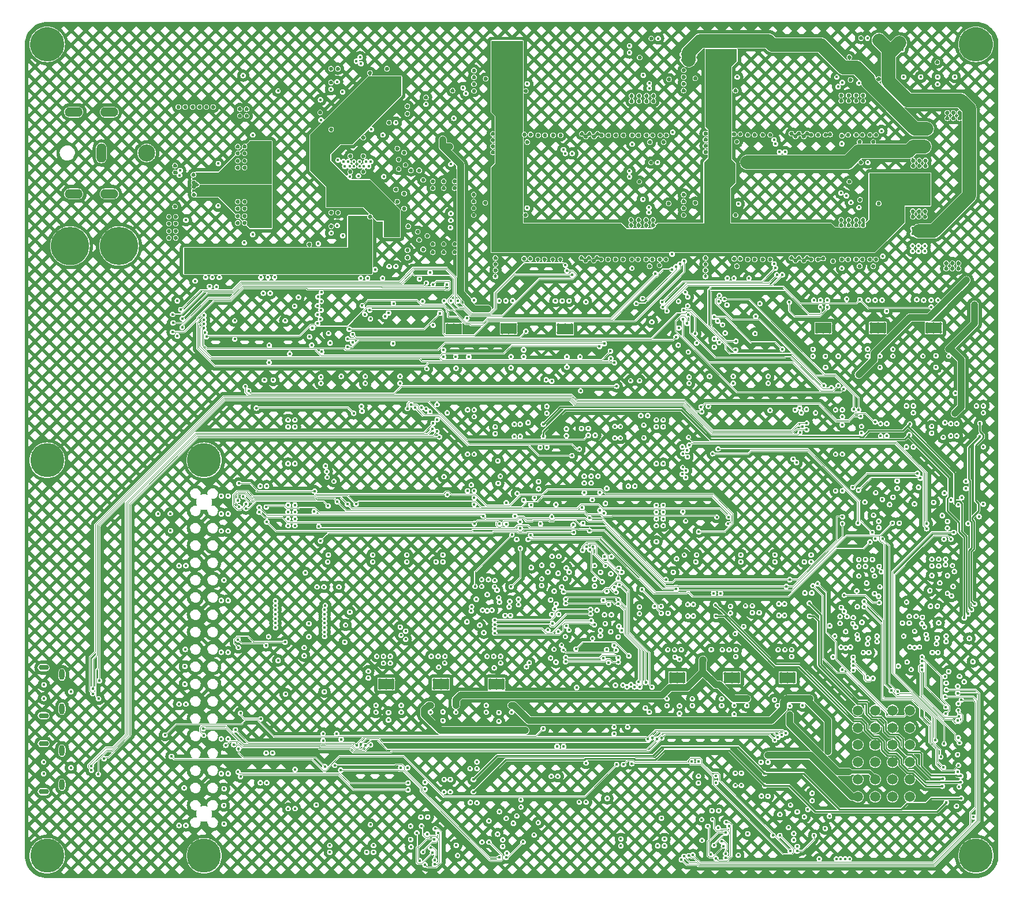
<source format=gbr>
%TF.GenerationSoftware,KiCad,Pcbnew,7.0.8*%
%TF.CreationDate,2024-02-09T15:59:15+02:00*%
%TF.ProjectId,ESLGSU,45534c47-5355-42e6-9b69-6361645f7063,rev?*%
%TF.SameCoordinates,Original*%
%TF.FileFunction,Copper,L6,Bot*%
%TF.FilePolarity,Positive*%
%FSLAX46Y46*%
G04 Gerber Fmt 4.6, Leading zero omitted, Abs format (unit mm)*
G04 Created by KiCad (PCBNEW 7.0.8) date 2024-02-09 15:59:15*
%MOMM*%
%LPD*%
G01*
G04 APERTURE LIST*
%TA.AperFunction,ComponentPad*%
%ADD10C,5.000000*%
%TD*%
%TA.AperFunction,ComponentPad*%
%ADD11C,0.500000*%
%TD*%
%TA.AperFunction,SMDPad,CuDef*%
%ADD12R,2.400000X1.650000*%
%TD*%
%TA.AperFunction,ComponentPad*%
%ADD13C,1.500000*%
%TD*%
%TA.AperFunction,ComponentPad*%
%ADD14O,0.800000X1.600000*%
%TD*%
%TA.AperFunction,ComponentPad*%
%ADD15O,1.500000X0.750000*%
%TD*%
%TA.AperFunction,ComponentPad*%
%ADD16C,5.600000*%
%TD*%
%TA.AperFunction,ComponentPad*%
%ADD17C,2.500000*%
%TD*%
%TA.AperFunction,ComponentPad*%
%ADD18O,1.400000X2.800000*%
%TD*%
%TA.AperFunction,ComponentPad*%
%ADD19O,2.600000X1.400000*%
%TD*%
%TA.AperFunction,ComponentPad*%
%ADD20C,0.400000*%
%TD*%
%TA.AperFunction,ViaPad*%
%ADD21C,0.450000*%
%TD*%
%TA.AperFunction,Conductor*%
%ADD22C,1.000000*%
%TD*%
%TA.AperFunction,Conductor*%
%ADD23C,2.000000*%
%TD*%
%TA.AperFunction,Conductor*%
%ADD24C,0.101600*%
%TD*%
%TA.AperFunction,Conductor*%
%ADD25C,0.508000*%
%TD*%
%TA.AperFunction,Conductor*%
%ADD26C,0.254000*%
%TD*%
G04 APERTURE END LIST*
D10*
%TO.P,H2,1,1*%
%TO.N,GND*%
X216200000Y-37000000D03*
%TD*%
D11*
%TO.P,U44,9,GND*%
%TO.N,GND*%
X130674749Y-130260600D03*
X129724749Y-130260600D03*
X128774749Y-130260600D03*
D12*
X129724749Y-130835600D03*
D11*
X130674749Y-131410600D03*
X129724749Y-131410600D03*
X128774749Y-131410600D03*
%TD*%
%TO.P,U70,9,GND*%
%TO.N,GND*%
X210970000Y-78030000D03*
X210020000Y-78030000D03*
X209070000Y-78030000D03*
D12*
X210020000Y-78605000D03*
D11*
X210970000Y-79180000D03*
X210020000Y-79180000D03*
X209070000Y-79180000D03*
%TD*%
%TO.P,U86,9,GND*%
%TO.N,GND*%
X140577249Y-78155000D03*
X139627249Y-78155000D03*
X138677249Y-78155000D03*
D12*
X139627249Y-78730000D03*
D11*
X140577249Y-79305000D03*
X139627249Y-79305000D03*
X138677249Y-79305000D03*
%TD*%
%TO.P,U90,9,GND*%
%TO.N,GND*%
X148627249Y-78130000D03*
X147677249Y-78130000D03*
X146727249Y-78130000D03*
D12*
X147677249Y-78705000D03*
D11*
X148627249Y-79280000D03*
X147677249Y-79280000D03*
X146727249Y-79280000D03*
%TD*%
%TO.P,U33,9,GND*%
%TO.N,GND*%
X181356564Y-129310600D03*
X180406564Y-129310600D03*
X179456564Y-129310600D03*
D12*
X180406564Y-129885600D03*
D11*
X181356564Y-130460600D03*
X180406564Y-130460600D03*
X179456564Y-130460600D03*
%TD*%
D13*
%TO.P,U93,1,SUB5V*%
%TO.N,/Misc_uC_Combined/M1SUB5V*%
X198875000Y-147360000D03*
X198875000Y-144820000D03*
%TO.P,U93,2,SUB3V3*%
%TO.N,/Misc_uC_Combined/M1SUB3V3*%
X201415000Y-147360000D03*
X201415000Y-144820000D03*
%TO.P,U93,3,VTRX*%
%TO.N,/Misc_uC_Combined/M1VBUS*%
X203955000Y-147360000D03*
X203955000Y-144820000D03*
%TO.P,U93,4,GND*%
%TO.N,GND*%
X206495000Y-147360000D03*
X206495000Y-144820000D03*
%TO.P,U93,5,GPIO1*%
%TO.N,/GPIO_1*%
X198875000Y-142280000D03*
%TO.P,U93,6,GPIO2*%
%TO.N,/GPIO_2*%
X201415000Y-142280000D03*
%TO.P,U93,7,GPIO3*%
%TO.N,/GPIO_3*%
X203955000Y-142280000D03*
%TO.P,U93,8,GPIO4*%
%TO.N,/GPIO_4*%
X206495000Y-142280000D03*
%TO.P,U93,9,GPIO5*%
%TO.N,/GPIO_5*%
X198863087Y-139740000D03*
%TO.P,U93,10,GPIO6*%
%TO.N,/GPIO_6*%
X201403087Y-139740000D03*
%TO.P,U93,11,GPIO7*%
%TO.N,/GPIO_7*%
X203943087Y-139740000D03*
%TO.P,U93,12,GPIO8*%
%TO.N,/GPIO_8*%
X206483087Y-139740000D03*
%TO.P,U93,13,MISO*%
%TO.N,/PISPI_MISO*%
X198875000Y-137223827D03*
%TO.P,U93,14,MOSI*%
%TO.N,/PISPI_MOSI*%
X201415000Y-137223827D03*
%TO.P,U93,15,SCK*%
%TO.N,/PISPI_SCK*%
X203955000Y-137223827D03*
%TO.P,U93,16,NSS*%
%TO.N,/Misc_uC_Combined/PI_SS_MISC2*%
X206495000Y-137223827D03*
%TO.P,U93,17,SCL*%
%TO.N,/I2C1_SCL*%
X198875000Y-134683827D03*
%TO.P,U93,18,SDA*%
%TO.N,/I2C1_SDA*%
X201415000Y-134683827D03*
%TO.P,U93,19,RX*%
%TO.N,/PISER_RX*%
X203955000Y-134683827D03*
%TO.P,U93,20,TX*%
%TO.N,/PISER_TX*%
X206495000Y-134683827D03*
%TD*%
D10*
%TO.P,U72,6,GND*%
%TO.N,GND*%
X80000000Y-98000000D03*
X80000000Y-156000000D03*
X103000000Y-98000000D03*
X103000000Y-156000000D03*
%TD*%
D11*
%TO.P,U65,9,GND*%
%TO.N,GND*%
X194770000Y-78055000D03*
X193820000Y-78055000D03*
X192870000Y-78055000D03*
D12*
X193820000Y-78630000D03*
D11*
X194770000Y-79205000D03*
X193820000Y-79205000D03*
X192870000Y-79205000D03*
%TD*%
%TO.P,U30,9,GND*%
%TO.N,GND*%
X189531564Y-129310600D03*
X188581564Y-129310600D03*
X187631564Y-129310600D03*
D12*
X188581564Y-129885600D03*
D11*
X189531564Y-130460600D03*
X188581564Y-130460600D03*
X187631564Y-130460600D03*
%TD*%
%TO.P,U36,9,GND*%
%TO.N,GND*%
X173356564Y-129310600D03*
X172406564Y-129310600D03*
X171456564Y-129310600D03*
D12*
X172406564Y-129885600D03*
D11*
X173356564Y-130460600D03*
X172406564Y-130460600D03*
X171456564Y-130460600D03*
%TD*%
D14*
%TO.P,J5,S1,S*%
%TO.N,GND*%
X82170000Y-129430000D03*
%TO.P,J5,S2,S*%
X82170000Y-134430000D03*
D15*
%TO.P,J5,S3,S*%
X79470000Y-128405000D03*
%TO.P,J5,S6,S*%
X79470000Y-135455000D03*
%TD*%
D11*
%TO.P,U89,9,GND*%
%TO.N,GND*%
X156877249Y-78155000D03*
X155927249Y-78155000D03*
X154977249Y-78155000D03*
D12*
X155927249Y-78730000D03*
D11*
X156877249Y-79305000D03*
X155927249Y-79305000D03*
X154977249Y-79305000D03*
%TD*%
%TO.P,U71,9,GND*%
%TO.N,GND*%
X202770000Y-78030000D03*
X201820000Y-78030000D03*
X200870000Y-78030000D03*
D12*
X201820000Y-78605000D03*
D11*
X202770000Y-79180000D03*
X201820000Y-79180000D03*
X200870000Y-79180000D03*
%TD*%
D10*
%TO.P,H1,1,1*%
%TO.N,GND*%
X80000000Y-37000000D03*
%TD*%
D16*
%TO.P,J2,1,Pin_1*%
%TO.N,/System_Power/VBAT*%
X90545000Y-66580000D03*
%TO.P,J2,2,Pin_2*%
%TO.N,GND*%
X83345000Y-66580000D03*
%TD*%
D11*
%TO.P,U38,9,GND*%
%TO.N,GND*%
X146849749Y-130260600D03*
X145899749Y-130260600D03*
X144949749Y-130260600D03*
D12*
X145899749Y-130835600D03*
D11*
X146849749Y-131410600D03*
X145899749Y-131410600D03*
X144949749Y-131410600D03*
%TD*%
D17*
%TO.P,J1,1*%
%TO.N,/System_Power/POWER_IN*%
X94595000Y-52930000D03*
D18*
%TO.P,J1,2*%
%TO.N,GND*%
X87945000Y-52930000D03*
D19*
%TO.P,J1,3*%
X83895000Y-58930000D03*
X89095000Y-58930000D03*
X83895000Y-46930000D03*
X89095000Y-46930000D03*
%TD*%
D11*
%TO.P,U41,9,GND*%
%TO.N,GND*%
X138674749Y-130260600D03*
X137724749Y-130260600D03*
X136774749Y-130260600D03*
D12*
X137724749Y-130835600D03*
D11*
X138674749Y-131410600D03*
X137724749Y-131410600D03*
X136774749Y-131410600D03*
%TD*%
D20*
%TO.P,U11,1,OUT*%
%TO.N,Net-(U10-EN)*%
X124995000Y-54180000D03*
%TO.P,U11,2,IN2*%
%TO.N,/System_Power/VBAT*%
X124995000Y-54880000D03*
%TO.P,U11,7,IN1*%
%TO.N,/System_Power/POWER_IN*%
X125795000Y-54880000D03*
%TO.P,U11,8,OUT*%
%TO.N,Net-(U10-EN)*%
X125795000Y-54180000D03*
%TD*%
D14*
%TO.P,J7,S1,S*%
%TO.N,GND*%
X82170000Y-140580000D03*
%TO.P,J7,S2,S*%
X82170000Y-145580000D03*
D15*
%TO.P,J7,S3,S*%
X79470000Y-139555000D03*
%TO.P,J7,S6,S*%
X79470000Y-146605000D03*
%TD*%
D10*
%TO.P,H3,1,1*%
%TO.N,GND*%
X216200000Y-156000000D03*
%TD*%
D21*
%TO.N,/SYS_5V*%
X138000000Y-52000000D03*
X144600000Y-75800000D03*
X139195000Y-54580000D03*
X121645000Y-64667500D03*
X192320000Y-81730000D03*
X178906564Y-132985600D03*
X127545000Y-49480000D03*
X106535000Y-103255000D03*
X139000000Y-52000000D03*
X168310799Y-134930600D03*
X200320000Y-81705000D03*
X127095000Y-129930000D03*
X149877249Y-81805000D03*
X106535000Y-105855000D03*
X128224749Y-133935600D03*
X143800000Y-75800000D03*
X138127249Y-81830000D03*
X170906564Y-132985600D03*
X128095000Y-70030000D03*
X136224749Y-133935600D03*
X138000000Y-51000000D03*
X139645000Y-47830000D03*
X127095000Y-128930000D03*
X105535000Y-103255000D03*
X167710799Y-134330600D03*
X105535000Y-105855000D03*
X129245000Y-50280000D03*
X150110799Y-137630600D03*
X121620000Y-43580000D03*
%TO.N,GND*%
X201020000Y-112555000D03*
X79520000Y-132930000D03*
X138145000Y-67480000D03*
X160145000Y-68730000D03*
X212645000Y-117905000D03*
X180901564Y-143880600D03*
X79470000Y-142230000D03*
X196545000Y-50400000D03*
X202230000Y-94425000D03*
X99335000Y-133755000D03*
X199200000Y-59800000D03*
X159495000Y-50130000D03*
X127399749Y-151435600D03*
X211995000Y-47030000D03*
X212895000Y-47830000D03*
X171006564Y-125785600D03*
X169330000Y-98490000D03*
X107945000Y-62180000D03*
X121645000Y-63687500D03*
X165795000Y-50330000D03*
X107945000Y-60080000D03*
X159445000Y-68330000D03*
X135704549Y-152830800D03*
X166745000Y-62730000D03*
X139119749Y-144830600D03*
X105535000Y-108355000D03*
X136545000Y-57080000D03*
X169895000Y-50330000D03*
X211845000Y-69880000D03*
X108945000Y-60080000D03*
X168795000Y-50330000D03*
X199645000Y-44480000D03*
X195245000Y-68800000D03*
X173345000Y-61030000D03*
X134804549Y-150330800D03*
X122449749Y-138085600D03*
X154592700Y-104476000D03*
X145745000Y-69230000D03*
X154917964Y-123108407D03*
X167845000Y-62730000D03*
X173345000Y-59030000D03*
X213645000Y-69080000D03*
X113049749Y-140935600D03*
X213400000Y-92620000D03*
X106535000Y-118555000D03*
X198645000Y-62730000D03*
X130120000Y-48480000D03*
X179006564Y-125785600D03*
X163345000Y-68530000D03*
X126345000Y-55680000D03*
X209700000Y-93020000D03*
X143019749Y-143230600D03*
X138657500Y-103030000D03*
X111857500Y-86230000D03*
X212035000Y-106973600D03*
X79470000Y-143980000D03*
X163331564Y-130994350D03*
X197095000Y-125505000D03*
X173950000Y-119130000D03*
X201503600Y-102758800D03*
X172629053Y-78605200D03*
X190945000Y-50480000D03*
X161245000Y-68530000D03*
X107945000Y-55080000D03*
X212895000Y-47030000D03*
X197800000Y-42200000D03*
X144295000Y-42030000D03*
X115330000Y-98490000D03*
X142545000Y-61030000D03*
X103345000Y-46180000D03*
X97845000Y-62280000D03*
X97845000Y-65380000D03*
X178101564Y-144280600D03*
X196630000Y-102490000D03*
X149360300Y-107016000D03*
X213607500Y-138680000D03*
X136545000Y-66280000D03*
X173950000Y-120830000D03*
X166845000Y-57130000D03*
X83470000Y-143080000D03*
X186045000Y-50280000D03*
X197445000Y-50280000D03*
X213607500Y-133680000D03*
X151995000Y-50330000D03*
X149995000Y-50230000D03*
X190781564Y-133985600D03*
X115330000Y-93090000D03*
X176545000Y-51880000D03*
X108245000Y-47480000D03*
X196630000Y-90590000D03*
X145745000Y-68330000D03*
X105535000Y-143955000D03*
X135745000Y-65080000D03*
X192030000Y-112890000D03*
X181145000Y-51280000D03*
X135145000Y-56880000D03*
X160757500Y-100330000D03*
X135419749Y-145230600D03*
X153931564Y-144335600D03*
X166745000Y-63530000D03*
X173345000Y-62030000D03*
X197645000Y-57130000D03*
X112477364Y-123864800D03*
X115330000Y-106590000D03*
X206945000Y-61480000D03*
X186730000Y-112890000D03*
X119577364Y-116564800D03*
X144499749Y-126735600D03*
X199545000Y-68530000D03*
X171195000Y-42130000D03*
X168345000Y-69530000D03*
X181645000Y-50180000D03*
X145345000Y-50130000D03*
X181645000Y-68430000D03*
X163131564Y-137135600D03*
X201920000Y-117955000D03*
X161295000Y-50330000D03*
X133349749Y-154685600D03*
X170050000Y-119430000D03*
X163257500Y-93030000D03*
X121645000Y-61667500D03*
X208795000Y-54030000D03*
X190245000Y-68330000D03*
X168395000Y-51330000D03*
X101495000Y-57880000D03*
X203130000Y-92625000D03*
X154930000Y-114580000D03*
X193045000Y-68530000D03*
X132845000Y-67167500D03*
X106535000Y-108355000D03*
X130777500Y-74992500D03*
X167845000Y-68530000D03*
X132945000Y-63680000D03*
X119157500Y-105530000D03*
X182606564Y-133985600D03*
X112099749Y-140935600D03*
X125977500Y-71292500D03*
X170395000Y-51330000D03*
X101445000Y-56130000D03*
X168895000Y-45330000D03*
X196445000Y-62730000D03*
X199645000Y-63530000D03*
X213507500Y-136180000D03*
X187181564Y-125785600D03*
X194709564Y-150188800D03*
X121449749Y-155485600D03*
X196445000Y-44480000D03*
X196630000Y-97090000D03*
X212500000Y-92620000D03*
X161755000Y-112130000D03*
X201145000Y-51280000D03*
X98845000Y-62280000D03*
X148099749Y-134935600D03*
X192120000Y-117455000D03*
X131345000Y-60080000D03*
X144730000Y-115480000D03*
X98845000Y-65380000D03*
X126630000Y-85690000D03*
X206995000Y-54830000D03*
X127320000Y-41180000D03*
X150145000Y-62030000D03*
X135545000Y-44780000D03*
X189745000Y-50480000D03*
X171145000Y-60330000D03*
X108945000Y-54080000D03*
X170906564Y-133985600D03*
X199545000Y-50280000D03*
X145690000Y-93100000D03*
X126345000Y-50680000D03*
X179729053Y-71305200D03*
X132345000Y-58880000D03*
X111249749Y-145285600D03*
X108945000Y-63180000D03*
X180945000Y-43780000D03*
X105535000Y-126155000D03*
X176545000Y-71030000D03*
X113877364Y-127364800D03*
X108945000Y-52980000D03*
X180745000Y-68430000D03*
X115330000Y-92090000D03*
X148370149Y-151240400D03*
X107945000Y-54080000D03*
X145745000Y-70130000D03*
X173345000Y-60030000D03*
X97845000Y-63280000D03*
X192169564Y-146836000D03*
X204653200Y-101031600D03*
X188120000Y-119055000D03*
X138219749Y-144830600D03*
X139119749Y-146630600D03*
X211995000Y-47830000D03*
X197545000Y-62730000D03*
X107945000Y-61080000D03*
X142595000Y-42830000D03*
X213795000Y-47030000D03*
X194145000Y-50280000D03*
X150935100Y-104577600D03*
X113157500Y-86230000D03*
X196545000Y-68530000D03*
X132849749Y-143085600D03*
X154145000Y-68530000D03*
X217267400Y-104433600D03*
X145745000Y-71030000D03*
X132545000Y-54680000D03*
X197545000Y-63530000D03*
X144530000Y-120080000D03*
X98745000Y-60780000D03*
X169531564Y-154535600D03*
X176545000Y-50980000D03*
X199020000Y-114955000D03*
X181145000Y-69530000D03*
X210545000Y-39630000D03*
X213507500Y-143680000D03*
X176545000Y-52780000D03*
X196630000Y-91590000D03*
X171815000Y-114430000D03*
X98845000Y-64380000D03*
X99092500Y-74605000D03*
X134545000Y-55480000D03*
X118445000Y-66330000D03*
X166180000Y-101790000D03*
X115349749Y-149085600D03*
X162655000Y-114630000D03*
X132730000Y-112890000D03*
X122645000Y-61667500D03*
X192045000Y-68530000D03*
X127849749Y-155485600D03*
X168845000Y-63530000D03*
X152520000Y-116380000D03*
X200020000Y-112555000D03*
X167845000Y-63530000D03*
X149945000Y-68430000D03*
X201545000Y-50280000D03*
X133345000Y-55480000D03*
X172529053Y-81105200D03*
X146795349Y-153678800D03*
X208420000Y-82705000D03*
X139745000Y-58080000D03*
X165230000Y-101790000D03*
X210420000Y-124880000D03*
X150395000Y-51330000D03*
X185730000Y-85690000D03*
X121130000Y-112890000D03*
X108945000Y-61080000D03*
X211577800Y-102808000D03*
X169330000Y-104590000D03*
X173345000Y-40780000D03*
X138145000Y-66280000D03*
X163257500Y-94730000D03*
X173345000Y-41780000D03*
X204020000Y-82705000D03*
X207220000Y-125480000D03*
X168845000Y-62730000D03*
X144245000Y-60230000D03*
X109245000Y-47480000D03*
X124377364Y-120264800D03*
X189145000Y-50080000D03*
X107945000Y-63180000D03*
X166795000Y-44530000D03*
X165695000Y-44530000D03*
X198645000Y-68530000D03*
X187320000Y-119055000D03*
X165695000Y-45330000D03*
X206995000Y-54030000D03*
X180220000Y-119425000D03*
X168895000Y-44530000D03*
X184945000Y-68530000D03*
X152027749Y-151138800D03*
X164495000Y-50330000D03*
X189745000Y-68730000D03*
X194800000Y-50200000D03*
X98845000Y-63280000D03*
X129820000Y-40580000D03*
X213795000Y-47830000D03*
X187081564Y-133985600D03*
X136324749Y-126735600D03*
X207030000Y-96025000D03*
X162131564Y-147585600D03*
X200645000Y-50280000D03*
X169800000Y-69400000D03*
X142545000Y-59030000D03*
X142545000Y-60030000D03*
X148490000Y-92700000D03*
X166895000Y-38930000D03*
X212220000Y-82705000D03*
X197545000Y-45280000D03*
X174130000Y-85790000D03*
X158345000Y-68330000D03*
X120277500Y-82092500D03*
X131545000Y-55280000D03*
X174029053Y-82105200D03*
X175045000Y-41980000D03*
X207895000Y-54030000D03*
X208795000Y-54830000D03*
X169845000Y-68530000D03*
X158395000Y-50130000D03*
X160645000Y-68330000D03*
X108945000Y-55080000D03*
X154017964Y-120608407D03*
X99335000Y-113455000D03*
X176545000Y-68330000D03*
X180630000Y-85690000D03*
X142630000Y-102490000D03*
X170795000Y-50330000D03*
X134345000Y-64480000D03*
X138219749Y-146630600D03*
X155731564Y-139985600D03*
X198645000Y-45280000D03*
X155245000Y-68530000D03*
X190245000Y-50080000D03*
X156157500Y-93400000D03*
X197445000Y-68530000D03*
X139745000Y-67480000D03*
X198645000Y-50280000D03*
X149390000Y-92700000D03*
X160695000Y-50130000D03*
X165645000Y-62730000D03*
X196445000Y-45280000D03*
X158757500Y-100330000D03*
X208520000Y-74505000D03*
X123130000Y-85690000D03*
X131730000Y-85690000D03*
X190945000Y-68730000D03*
X136224749Y-134935600D03*
X108945000Y-51980000D03*
X199020000Y-112555000D03*
X139924749Y-134935600D03*
X207895000Y-54830000D03*
X104345000Y-46180000D03*
X131545000Y-53880000D03*
X200420000Y-74505000D03*
X131345000Y-52280000D03*
X83470000Y-131930000D03*
X176545000Y-50080000D03*
X132820000Y-46080000D03*
X138127249Y-82830000D03*
X181730000Y-112890000D03*
X169330000Y-107590000D03*
X200295000Y-124905000D03*
X152995000Y-50330000D03*
X188120000Y-120755000D03*
X199345000Y-54330000D03*
X124445000Y-53380000D03*
X107945000Y-52980000D03*
X142630000Y-97090000D03*
X182745000Y-68530000D03*
X126345000Y-53380000D03*
X166645000Y-68530000D03*
X178750000Y-117530000D03*
X136545000Y-67480000D03*
X100335000Y-113455000D03*
X105535000Y-138855000D03*
X143019749Y-148230600D03*
X193045000Y-50280000D03*
X161657500Y-105730000D03*
X211845000Y-69080000D03*
X159757500Y-100330000D03*
X99092500Y-79805000D03*
X211745000Y-112505000D03*
X165745000Y-68530000D03*
X115330000Y-104590000D03*
X187320000Y-120755000D03*
X199645000Y-45280000D03*
X178386364Y-151880800D03*
X154881564Y-144335600D03*
X189145000Y-68330000D03*
X215857500Y-150330000D03*
X176545000Y-69230000D03*
X196445000Y-63530000D03*
X199145000Y-51280000D03*
X139445000Y-43780000D03*
X180745000Y-50180000D03*
X169330000Y-93090000D03*
X138657500Y-91030000D03*
X150195000Y-43830000D03*
X207193200Y-104384400D03*
X198645000Y-63530000D03*
X108945000Y-62180000D03*
X165570000Y-86330000D03*
X160195000Y-50530000D03*
X109245000Y-46480000D03*
X163395000Y-50330000D03*
X100245000Y-46180000D03*
X154195000Y-50330000D03*
X203130000Y-94425000D03*
X170081564Y-150485600D03*
X121620000Y-42600000D03*
X176545000Y-70130000D03*
X178906564Y-133985600D03*
X100335000Y-151555000D03*
X213400000Y-94420000D03*
X112199749Y-145285600D03*
X101495000Y-57280000D03*
X103812500Y-72505000D03*
X197645000Y-38880000D03*
X152052700Y-101123200D03*
X106535000Y-143955000D03*
X201145000Y-69530000D03*
X161742964Y-120658407D03*
X183745000Y-68530000D03*
X168545000Y-54330000D03*
X199145000Y-69530000D03*
X183420000Y-119355000D03*
X191030000Y-112890000D03*
X175531564Y-142135600D03*
X145345000Y-51930000D03*
X102345000Y-46180000D03*
X168745000Y-68530000D03*
X115330000Y-107590000D03*
X98745000Y-55780000D03*
X201545000Y-68530000D03*
X142595000Y-43830000D03*
X139745000Y-66280000D03*
X155295000Y-50330000D03*
X207845000Y-62280000D03*
X168057500Y-91430000D03*
X209745000Y-112505000D03*
X120449749Y-138085600D03*
X159357500Y-93330000D03*
X146338149Y-149513200D03*
X126849749Y-155485600D03*
X207030000Y-91025000D03*
X165645000Y-63530000D03*
X213645000Y-69880000D03*
X173345000Y-43780000D03*
X158031564Y-148135600D03*
X132820000Y-47180000D03*
X192670000Y-91030000D03*
X183745000Y-50280000D03*
X217300000Y-96020000D03*
X166850000Y-119500000D03*
X191445000Y-50080000D03*
X203535600Y-104486000D03*
X200645000Y-68530000D03*
X149877249Y-82805000D03*
X145345000Y-52830000D03*
X112180000Y-101790000D03*
X170745000Y-68530000D03*
X208745000Y-62280000D03*
X138030000Y-112890000D03*
X139745000Y-57080000D03*
X197545000Y-44480000D03*
X115330000Y-105590000D03*
X111230000Y-101790000D03*
X192420000Y-74530000D03*
X169330000Y-105590000D03*
X128224749Y-134935600D03*
X181801564Y-143880600D03*
X118877500Y-78592500D03*
X212745000Y-69880000D03*
X99245000Y-46180000D03*
X120649749Y-131944350D03*
X189019964Y-148563200D03*
X182745000Y-50280000D03*
X136545000Y-58080000D03*
X173220000Y-105530000D03*
X166870000Y-86330000D03*
X206945000Y-62280000D03*
X215757500Y-127530000D03*
X79520000Y-130930000D03*
X127730000Y-112890000D03*
X202230000Y-92625000D03*
X167895000Y-45330000D03*
X132845000Y-68267500D03*
X138145000Y-58080000D03*
X141827249Y-82830000D03*
X208745000Y-61480000D03*
X196295000Y-120905000D03*
X212195000Y-128980000D03*
X191445000Y-68330000D03*
X184945000Y-50280000D03*
X198645000Y-44480000D03*
X168595000Y-36130000D03*
X166695000Y-50330000D03*
X127345000Y-62267500D03*
X142595000Y-40830000D03*
X206420000Y-120880000D03*
X151945000Y-68530000D03*
X162245000Y-68530000D03*
X99335000Y-151555000D03*
X189477164Y-152728800D03*
X170531564Y-154535600D03*
X164057500Y-94730000D03*
X132345000Y-52880000D03*
X199430000Y-93025000D03*
X167895000Y-44530000D03*
X175045000Y-60230000D03*
X185701564Y-147280600D03*
X186045000Y-68530000D03*
X210745000Y-112505000D03*
X121645000Y-49480000D03*
X169330000Y-106590000D03*
X199645000Y-62730000D03*
X164131564Y-154535600D03*
X201945000Y-60330000D03*
X122620000Y-40580000D03*
X105535000Y-118555000D03*
X154030000Y-112080000D03*
X214727400Y-101080800D03*
X201945000Y-42080000D03*
X149390000Y-94500000D03*
X138227249Y-74630000D03*
X217300000Y-91020000D03*
X158995000Y-50530000D03*
X176031564Y-153735600D03*
X174606564Y-133985600D03*
X131145000Y-58280000D03*
X154781564Y-139985600D03*
X173345000Y-42780000D03*
X191051964Y-150290400D03*
X184529053Y-75005200D03*
X177486364Y-149380800D03*
X132345000Y-61080000D03*
X153290000Y-91100000D03*
X120020000Y-46980000D03*
X121620000Y-40580000D03*
X148903100Y-102850400D03*
X143730000Y-115480000D03*
X201960800Y-106924400D03*
X207420000Y-120880000D03*
X106535000Y-138855000D03*
X213609800Y-104535200D03*
X180901564Y-145680600D03*
X213745000Y-145880000D03*
X180945000Y-62030000D03*
X164445000Y-68530000D03*
X149487749Y-147786000D03*
X142630000Y-91590000D03*
X101524167Y-59030869D03*
X177130000Y-85690000D03*
X138145000Y-57080000D03*
X148490000Y-94500000D03*
X119449749Y-148535600D03*
X181801564Y-145680600D03*
X101964305Y-57580086D03*
X97845000Y-64380000D03*
X158757500Y-102730000D03*
X192045000Y-50280000D03*
X165131564Y-137135600D03*
X162295000Y-50330000D03*
X162642964Y-123158407D03*
X164057500Y-93030000D03*
X213357500Y-148730000D03*
X207845000Y-61480000D03*
X212500000Y-94420000D03*
X199345000Y-36080000D03*
X212745000Y-69080000D03*
X160270000Y-116430000D03*
X100335000Y-133755000D03*
X142545000Y-62030000D03*
X142630000Y-90590000D03*
X107945000Y-51980000D03*
X135145000Y-67080000D03*
X142595000Y-41830000D03*
X193800000Y-68400000D03*
X117842500Y-114480000D03*
X175130000Y-112890000D03*
X150845000Y-68430000D03*
X146277249Y-74605000D03*
X192320000Y-82730000D03*
X130145000Y-69567500D03*
X154527249Y-74630000D03*
X158127249Y-82830000D03*
X152945000Y-68530000D03*
X158945000Y-68730000D03*
X147730000Y-119480000D03*
X101345000Y-46180000D03*
X145345000Y-51030000D03*
X196020000Y-82730000D03*
X128324749Y-126735600D03*
X98745000Y-54780000D03*
X131924749Y-134935600D03*
X167895000Y-50330000D03*
X137030000Y-112890000D03*
X197295000Y-120905000D03*
X144399749Y-134935600D03*
X185701564Y-142280600D03*
X124445000Y-55680000D03*
X200320000Y-82705000D03*
X213507500Y-141180000D03*
X150895000Y-50230000D03*
X174750000Y-120830000D03*
X106535000Y-126155000D03*
X134545000Y-65680000D03*
X120130000Y-85790000D03*
X174750000Y-119130000D03*
X166795000Y-45330000D03*
X153290000Y-96100000D03*
X209745000Y-114905000D03*
X108245000Y-46480000D03*
X169330000Y-92090000D03*
%TO.N,/System_Power/POWER_IN*%
X113845000Y-43830000D03*
X126445000Y-54880000D03*
X127145000Y-54880000D03*
X108745000Y-41580000D03*
X125995000Y-39830000D03*
X125895000Y-38880000D03*
X125345000Y-39480000D03*
%TO.N,/BUS_3V3*%
X213095000Y-91130000D03*
X212220000Y-81705000D03*
X216000000Y-76800000D03*
X207795000Y-49780000D03*
X148099749Y-133935600D03*
X216000000Y-75200000D03*
X174945000Y-39280000D03*
X173145000Y-38480000D03*
X174045000Y-38480000D03*
X207795000Y-48980000D03*
X173145000Y-39280000D03*
X216000000Y-76000000D03*
X206895000Y-48980000D03*
X215245000Y-124130000D03*
X208695000Y-48980000D03*
X190781564Y-132985600D03*
X174045000Y-39280000D03*
X174945000Y-38480000D03*
X208695000Y-49780000D03*
X206895000Y-49780000D03*
X194495000Y-140730000D03*
%TO.N,/Fixed_Regulators/SCL_3V3*%
X136600000Y-72200000D03*
X98400000Y-79200000D03*
X156000000Y-53000000D03*
X165400000Y-37200000D03*
%TO.N,/Fixed_Regulators/SDA_3V3*%
X138600000Y-72200000D03*
X99800000Y-78505000D03*
X165400000Y-38200000D03*
X157000000Y-53000000D03*
%TO.N,/BUS_UNREG*%
X146745000Y-55880000D03*
X146745000Y-57880000D03*
X208795000Y-58980000D03*
X146545000Y-39080000D03*
X176945000Y-38880000D03*
X206995000Y-58980000D03*
X178000000Y-58200000D03*
X145545000Y-38080000D03*
X176945000Y-37880000D03*
X177945000Y-38880000D03*
X178000000Y-57200000D03*
X207845000Y-56530000D03*
X177000000Y-58200000D03*
X208795000Y-59780000D03*
X206995000Y-59780000D03*
X178945000Y-39880000D03*
X177945000Y-39880000D03*
X177000000Y-56200000D03*
X178945000Y-38880000D03*
X145745000Y-55880000D03*
X207895000Y-58980000D03*
X206945000Y-57330000D03*
X206945000Y-56530000D03*
X147545000Y-37080000D03*
X146745000Y-56880000D03*
X147745000Y-55880000D03*
X146545000Y-38080000D03*
X145745000Y-56880000D03*
X145745000Y-57880000D03*
X146545000Y-37080000D03*
X178000000Y-56200000D03*
X179000000Y-57200000D03*
X207845000Y-57330000D03*
X145545000Y-39080000D03*
X147545000Y-38080000D03*
X179000000Y-56200000D03*
X208745000Y-56530000D03*
X207895000Y-59780000D03*
X177000000Y-57200000D03*
X178945000Y-37880000D03*
X147745000Y-56880000D03*
X177945000Y-37880000D03*
X179000000Y-58200000D03*
X208745000Y-57330000D03*
X145545000Y-37080000D03*
X147545000Y-39080000D03*
X147745000Y-57880000D03*
X176945000Y-39880000D03*
%TO.N,/BUS_5V*%
X206995000Y-51530000D03*
X182200000Y-53800000D03*
X204020000Y-81705000D03*
X214800000Y-71600000D03*
X208795000Y-51530000D03*
X213400000Y-72800000D03*
X176117339Y-128027661D03*
X184000000Y-53800000D03*
X176145000Y-127290000D03*
X183100000Y-54600000D03*
X208795000Y-52330000D03*
X207895000Y-51530000D03*
X182606564Y-132985600D03*
X199025000Y-85460000D03*
X182200000Y-54600000D03*
X206995000Y-52330000D03*
X207895000Y-52330000D03*
X183100000Y-53800000D03*
X184000000Y-54600000D03*
X214200000Y-72200000D03*
X139924749Y-133935600D03*
%TO.N,/SYS_3V3*%
X200345000Y-54330000D03*
X197245000Y-74355000D03*
X158995000Y-74755000D03*
X209620000Y-74505000D03*
X142595000Y-74530000D03*
X183787053Y-79405200D03*
X123635364Y-124664800D03*
X140227249Y-74630000D03*
X126977500Y-71292500D03*
X145499749Y-126735600D03*
X130324749Y-126735600D03*
X180729053Y-71305200D03*
X155527249Y-74630000D03*
X172006564Y-125785600D03*
X139200000Y-62800000D03*
X169495000Y-54330000D03*
X139227249Y-74630000D03*
X120577364Y-116564800D03*
X210595000Y-42830000D03*
X189181564Y-125785600D03*
X135545000Y-45780000D03*
X146499749Y-126735600D03*
X136145000Y-70480000D03*
X129324749Y-126735600D03*
X201420000Y-74505000D03*
X144399749Y-133935600D03*
X207520000Y-74430000D03*
X131924749Y-133935600D03*
X137324749Y-126735600D03*
X173006564Y-125785600D03*
X147277249Y-74605000D03*
X139200000Y-61800000D03*
X200295000Y-36080000D03*
X156527249Y-74630000D03*
X104795000Y-72555000D03*
X169595000Y-36130000D03*
X138324749Y-126735600D03*
X96235000Y-105855000D03*
X181006564Y-125785600D03*
X108900000Y-66100000D03*
X180006564Y-125785600D03*
X148277249Y-74605000D03*
X188181564Y-125785600D03*
X130700000Y-80900000D03*
X101700000Y-71700000D03*
X193420000Y-74530000D03*
X130065000Y-76380000D03*
X194420000Y-74530000D03*
X129345000Y-56380000D03*
X118777500Y-81092500D03*
X210620000Y-74505000D03*
X174606564Y-132985600D03*
X202420000Y-74505000D03*
X186663114Y-133125600D03*
X139145000Y-63880000D03*
%TO.N,/BUS_CH1*%
X203600000Y-37800000D03*
X206945000Y-63980000D03*
X204500000Y-37800000D03*
X208745000Y-64780000D03*
X205400000Y-37800000D03*
X206945000Y-64780000D03*
X208745000Y-63980000D03*
X205400000Y-37000000D03*
X204500000Y-37000000D03*
X207845000Y-64780000D03*
X207845000Y-63980000D03*
X203600000Y-37000000D03*
%TO.N,/BUS_CH2*%
X207795000Y-67330000D03*
X208695000Y-66530000D03*
X207795000Y-66530000D03*
X206895000Y-67330000D03*
X208695000Y-67330000D03*
X206895000Y-66530000D03*
%TO.N,/Fixed_Regulators/INT_3V3*%
X135600000Y-72000000D03*
X155718925Y-52437850D03*
X98455000Y-77855000D03*
%TO.N,/Fixed_Regulators/INT_5V*%
X99600000Y-75905000D03*
X156000000Y-69400000D03*
%TO.N,/Fixed_Regulators/SCL_5V*%
X99800000Y-77205000D03*
X165400000Y-55600000D03*
X156200000Y-70200000D03*
%TO.N,/Fixed_Regulators/SDA_5V*%
X165400000Y-56400000D03*
X98400000Y-76600000D03*
X157000000Y-70800000D03*
%TO.N,/Programmable_Regulators/INT_CH1*%
X103245000Y-71180000D03*
X171600000Y-70000000D03*
X186800000Y-51600000D03*
X103345000Y-79880000D03*
%TO.N,/Programmable_Regulators/SCL_CH1*%
X105245000Y-71180000D03*
X187400000Y-52800000D03*
X196000000Y-43200000D03*
X172200000Y-69600000D03*
X161000000Y-81300000D03*
X102995000Y-78630000D03*
X167300000Y-74300000D03*
%TO.N,/Programmable_Regulators/SDA_CH1*%
X104195000Y-71180000D03*
X172800000Y-69200000D03*
X166400000Y-75000000D03*
X195800000Y-41800000D03*
X161700000Y-80900000D03*
X188200000Y-52800000D03*
X103145000Y-79280000D03*
%TO.N,/Programmable_Regulators/INT_CH2*%
X102995000Y-78001497D03*
X170200000Y-74800000D03*
X111345000Y-71180000D03*
X162600000Y-82000000D03*
X186800000Y-69800000D03*
%TO.N,/Programmable_Regulators/SCL_CH2*%
X163200000Y-83700000D03*
X113345000Y-71180000D03*
X197200000Y-59200000D03*
X187000000Y-70800000D03*
X170300000Y-75500000D03*
X102995000Y-76730000D03*
%TO.N,/Programmable_Regulators/SDA_CH2*%
X162650000Y-83050000D03*
X102995000Y-77372994D03*
X112395000Y-71180000D03*
X196400000Y-58800000D03*
X187800000Y-70800000D03*
X170900000Y-76100000D03*
%TO.N,/System_Power/VBAT*%
X125969495Y-63587654D03*
X125666197Y-63037176D03*
X126345000Y-63030000D03*
X125295000Y-62530000D03*
X101645000Y-68430000D03*
X100645000Y-68430000D03*
X100645000Y-67430000D03*
X101645000Y-69380000D03*
X123645000Y-54880000D03*
X100645000Y-69380000D03*
X101645000Y-67430000D03*
X125645000Y-64180000D03*
X100345000Y-62780000D03*
X124345000Y-54880000D03*
X126045000Y-62530000D03*
X126342000Y-64093871D03*
X125295000Y-63630000D03*
X100645000Y-70380000D03*
%TO.N,/Main_uC/VBUS*%
X160255000Y-113440000D03*
X194145000Y-84380000D03*
X200020000Y-113555000D03*
X200178600Y-116013600D03*
X210745000Y-113505000D03*
X177750000Y-117530000D03*
X207795000Y-101955000D03*
X210895000Y-115980000D03*
X213045000Y-114305000D03*
X182420000Y-119355000D03*
X169050000Y-119430000D03*
X216657800Y-106262400D03*
X162742964Y-120658407D03*
X212552600Y-103812000D03*
X194120000Y-82755000D03*
X202320000Y-114355000D03*
X204653200Y-102098400D03*
X214727400Y-102147600D03*
X208345000Y-121029890D03*
X191120000Y-117455000D03*
X162755000Y-112130000D03*
X198219890Y-121054890D03*
X202478400Y-103762800D03*
%TO.N,/Main_uC/CAN1_TX*%
X201445000Y-92380000D03*
X175895000Y-90180000D03*
%TO.N,/Main_uC/CAN1_RX*%
X199295000Y-91580000D03*
X176945000Y-90080000D03*
%TO.N,/Main_uC/CAN1_SE*%
X173595000Y-73380000D03*
X206020000Y-90025000D03*
%TO.N,/Main_uC/RS4851_TXE*%
X170050000Y-120430000D03*
X167245000Y-116970000D03*
%TO.N,/Main_uC/UART1_REV*%
X201045000Y-114060000D03*
X199015000Y-90590000D03*
X179295000Y-74380000D03*
%TO.N,/Main_uC/UART1_nEN*%
X201995000Y-113580000D03*
X178595000Y-73830000D03*
X198295000Y-90530000D03*
%TO.N,/Main_uC/SPI1_nEN*%
X196585000Y-92810000D03*
X187825000Y-81700000D03*
X199485000Y-121770000D03*
X177795000Y-76980000D03*
%TO.N,/Main_uC/I2C1_nPEN*%
X204043600Y-103419200D03*
X194995000Y-87380000D03*
X173995000Y-76630000D03*
%TO.N,/Main_uC/I2C1_EN*%
X201960800Y-107889600D03*
X199928800Y-104128400D03*
X173345000Y-75980000D03*
X193895000Y-87030000D03*
%TO.N,/Main_uC/_GPIO_5*%
X160065000Y-110710000D03*
X161855000Y-113430000D03*
X162055000Y-117230000D03*
X173195000Y-99030000D03*
%TO.N,/Main_uC/_GPIO_6*%
X161414200Y-115830000D03*
X159586370Y-111117344D03*
X173695000Y-99530000D03*
%TO.N,/Main_uC/_GPIO_7*%
X173145000Y-100030000D03*
X161555000Y-118530000D03*
X163731638Y-115368936D03*
X159075000Y-110700000D03*
%TO.N,/Main_uC/_GPIO_8*%
X173645000Y-100530000D03*
X162355000Y-119130000D03*
X163855000Y-113830000D03*
X158515000Y-111180000D03*
%TO.N,/Main_uC/_GPIO_1*%
X173145000Y-96030000D03*
X162042964Y-125758407D03*
X161842964Y-121958407D03*
%TO.N,/Main_uC/_GPIO_2*%
X173845000Y-96530000D03*
X161125000Y-123730000D03*
%TO.N,/Main_uC/_GPIO_3*%
X163719602Y-123897343D03*
X173195000Y-97030000D03*
X159985000Y-124110000D03*
X161542964Y-127058407D03*
%TO.N,/Main_uC/_GPIO_4*%
X163842964Y-122358407D03*
X162342964Y-127658407D03*
X173895000Y-97480000D03*
%TO.N,/Main_uC/_SPI1_MOSI*%
X195495000Y-123805000D03*
X198159137Y-121958890D03*
X189695000Y-90630000D03*
%TO.N,/Main_uC/_SPI1_SCK*%
X196445000Y-119580000D03*
X198771740Y-123588702D03*
X195232500Y-126842500D03*
X190595000Y-91030000D03*
%TO.N,/Main_uC/_SPI1_NSS*%
X196899800Y-120175200D03*
X191345000Y-90530000D03*
%TO.N,/Main_uC/_SPI1_MISO*%
X196595000Y-128705000D03*
X190345000Y-90330000D03*
X194745000Y-122280000D03*
X201695000Y-123805000D03*
X196395000Y-125405000D03*
%TO.N,/Main_uC/_UART1_TX*%
X169345000Y-109930000D03*
X172295000Y-112430000D03*
%TO.N,/Main_uC/_UART1_RX*%
X198720000Y-117155000D03*
X198820000Y-119455000D03*
%TO.N,/Main_uC/_I2C1_SCL*%
X178395000Y-96330000D03*
X200995000Y-108580000D03*
%TO.N,/Main_uC/_I2C1_SDA*%
X198912800Y-107231200D03*
X201452800Y-109515200D03*
X177595000Y-97030000D03*
%TO.N,/Misc_uC_Combined/M1SUB3V3*%
X159031564Y-148135600D03*
X163131564Y-138135600D03*
X188715164Y-151865200D03*
X157631564Y-131335600D03*
X184731564Y-147235600D03*
X188931564Y-135335600D03*
X174531564Y-142135600D03*
X164131564Y-153535600D03*
X188931564Y-134035600D03*
X159031564Y-142385600D03*
X170531564Y-153535600D03*
%TO.N,/Misc_uC_Combined/M1SUB5V*%
X180731564Y-133935600D03*
X185701564Y-141280600D03*
X180731564Y-135230000D03*
X178101564Y-145280600D03*
%TO.N,/Misc_uC_Combined/M1VBUS*%
X189994764Y-149567200D03*
X192169564Y-147902800D03*
X194099964Y-152017600D03*
X178486364Y-149380800D03*
X172731564Y-134035600D03*
X175986364Y-150690800D03*
X172731564Y-135135600D03*
%TO.N,/Misc_uC_Combined/Misc_uCs/SUB3V3*%
X114949749Y-132285600D03*
X121449749Y-154485600D03*
X146249749Y-136285600D03*
X146033349Y-152815200D03*
X116349749Y-149085600D03*
X127849749Y-154485600D03*
X146249749Y-134985600D03*
X142049749Y-148185600D03*
X131849749Y-143085600D03*
X116349749Y-143335600D03*
X120449749Y-139085600D03*
%TO.N,/Misc_uC_Combined/Misc_uCs/SUB5V*%
X135419749Y-146230600D03*
X138049749Y-136180000D03*
X138049749Y-134885600D03*
X143019749Y-142230600D03*
%TO.N,/Misc_uC_Combined/Misc_uCs/VBUS*%
X151418149Y-152967600D03*
X133304549Y-151640800D03*
X130049749Y-136085600D03*
X149487749Y-148852800D03*
X147312949Y-150517200D03*
X130049749Y-134985600D03*
X135804549Y-150330800D03*
%TO.N,/Main_uC/SUB3V3*%
X185730000Y-86690000D03*
X196295000Y-121905000D03*
X210345000Y-84380000D03*
X199020000Y-113555000D03*
X206045000Y-118780000D03*
X201198800Y-106060800D03*
X180220000Y-120405000D03*
X195630000Y-90590000D03*
X211273000Y-106110000D03*
X206020000Y-96030000D03*
X195630000Y-102490000D03*
X170330000Y-106590000D03*
X170330000Y-92090000D03*
X174130000Y-86690000D03*
X195630000Y-97090000D03*
X168670000Y-77705000D03*
X210345000Y-82680000D03*
X166850000Y-120480000D03*
X181730000Y-111890000D03*
X170330000Y-107590000D03*
X170330000Y-105590000D03*
X170330000Y-98490000D03*
X170330000Y-93090000D03*
X186730000Y-111890000D03*
X209745000Y-113505000D03*
X180630000Y-86690000D03*
X175230000Y-111890000D03*
X206420000Y-121880000D03*
X170330000Y-104590000D03*
X192030000Y-111890000D03*
%TO.N,/Main_uC/SUB5V*%
X202145000Y-82705000D03*
X209700000Y-94020000D03*
X213170000Y-88155000D03*
X202145000Y-84380000D03*
X207030000Y-90025000D03*
X199430000Y-94025000D03*
X217300000Y-90020000D03*
%TO.N,/EPS_uC/SUB3V3*%
X116330000Y-98490000D03*
X141630000Y-97090000D03*
X148598300Y-106152400D03*
X116330000Y-107590000D03*
X142630000Y-103490000D03*
X126630000Y-86690000D03*
X116330000Y-106590000D03*
X156220000Y-84330000D03*
X121230000Y-111890000D03*
X131730000Y-86690000D03*
X156220000Y-82830000D03*
X114907500Y-77530000D03*
X143730000Y-116480000D03*
X138030000Y-111890000D03*
X158757500Y-101330000D03*
X142630000Y-104490000D03*
X152295000Y-96130000D03*
X116330000Y-105590000D03*
X127730000Y-111890000D03*
X156157500Y-94380000D03*
X120130000Y-86690000D03*
X116330000Y-93090000D03*
X116330000Y-92090000D03*
X141630000Y-102490000D03*
X116330000Y-104590000D03*
X141630000Y-90590000D03*
X132730000Y-111890000D03*
%TO.N,/EPS_uC/SUB5V*%
X145690000Y-94100000D03*
X148020000Y-82780000D03*
X153290000Y-90100000D03*
X148020000Y-84430000D03*
%TO.N,/EPS_uC/VBUS*%
X159916100Y-103788600D03*
X155017964Y-120608407D03*
X155030000Y-112080000D03*
X159757500Y-101330000D03*
X158215000Y-87790000D03*
X149877900Y-103854400D03*
X167057500Y-91430000D03*
X139945000Y-84505000D03*
X152530000Y-113390000D03*
X162057500Y-102130000D03*
X158357500Y-93330000D03*
X153983100Y-106304800D03*
X145634000Y-115629890D03*
X139920000Y-82805000D03*
X152052700Y-102190000D03*
%TO.N,/Misc_uC_Combined/PI_nRST_MISC2*%
X152738682Y-137358483D03*
X97270000Y-138305000D03*
%TO.N,/Misc_uC_Combined/PI_nRST_MISC1*%
X108345000Y-135080000D03*
X111310799Y-135930600D03*
%TO.N,/Main_uC/USB_VBUS*%
X87645000Y-130330000D03*
X190395000Y-93930000D03*
%TO.N,/Main_uC/USB_D-*%
X190745000Y-93030000D03*
X86695000Y-131480000D03*
%TO.N,/Main_uC/USB_D+*%
X86695000Y-132230000D03*
X191395000Y-92530000D03*
%TO.N,/Main_uC/USB_ID*%
X87545000Y-132980000D03*
X191395000Y-93530000D03*
%TO.N,/Main_uC/nRST*%
X163495000Y-87130000D03*
X109545000Y-87830000D03*
%TO.N,/EPS_uC/USB_VBUS*%
X88345000Y-141780000D03*
X137545000Y-94580000D03*
%TO.N,/EPS_uC/USB_D-*%
X136495000Y-93430000D03*
X86495000Y-142830000D03*
%TO.N,/EPS_uC/USB_D+*%
X86495000Y-143480000D03*
X136595000Y-92580000D03*
%TO.N,/EPS_uC/USB_ID*%
X137145000Y-93780000D03*
X87495000Y-144030000D03*
%TO.N,/EPS_uC/nRST*%
X108095000Y-101380000D03*
X105895000Y-148630000D03*
X112570000Y-81130000D03*
X119195000Y-102530000D03*
%TO.N,/EPS_uC/SWDIO*%
X115557500Y-82390000D03*
X137195000Y-92030000D03*
%TO.N,/EPS_uC/SWCLK*%
X112557500Y-83660000D03*
X135682500Y-84567500D03*
%TO.N,/CAN1_L*%
X206420000Y-94255000D03*
X142510799Y-146630600D03*
X185210799Y-145730600D03*
X214495000Y-121130000D03*
X152770000Y-94505000D03*
X211870000Y-148180000D03*
%TO.N,/CAN1_H*%
X185210799Y-143930600D03*
X214045000Y-147580000D03*
X215045000Y-120530000D03*
X152770000Y-92705000D03*
X142510799Y-144830600D03*
X206495000Y-92680000D03*
%TO.N,/CAN2_L*%
X215545000Y-119880000D03*
X216745000Y-94480000D03*
%TO.N,/CAN2_H*%
X215995000Y-119080000D03*
X216795000Y-92580000D03*
%TO.N,/RS4851_A*%
X167520000Y-94705000D03*
X178095000Y-120855000D03*
X211270000Y-145805000D03*
%TO.N,/RS4851_B*%
X213945000Y-145180000D03*
X167495000Y-92855000D03*
X178020000Y-119205000D03*
%TO.N,/RS4852_A*%
X211345000Y-144705000D03*
X191795000Y-120855000D03*
%TO.N,/RS4852_B*%
X213995000Y-144305000D03*
X191770000Y-118955000D03*
%TO.N,/UART1_TX*%
X170745000Y-115480000D03*
X199820000Y-118705000D03*
X159557500Y-106480000D03*
X112120000Y-104870000D03*
X211445000Y-143030000D03*
%TO.N,/UART1_RX*%
X112195000Y-107030000D03*
X201320000Y-117555000D03*
X161057500Y-105330000D03*
X213645000Y-142730000D03*
X159545000Y-108330000D03*
X199820000Y-119455000D03*
X172245000Y-116880000D03*
%TO.N,/UART2_RX*%
X213795000Y-129680000D03*
X212045000Y-117505000D03*
X210545000Y-119405000D03*
%TO.N,/I2C1_SCL*%
X147410799Y-155630600D03*
X189995000Y-154630000D03*
X193245000Y-156480000D03*
X203800000Y-131800000D03*
X211045000Y-141480000D03*
X203942000Y-107233200D03*
X150895000Y-108980000D03*
%TO.N,/I2C1_SDA*%
X202495000Y-109530000D03*
X204958000Y-107229200D03*
X149792549Y-153983600D03*
X192474364Y-153033600D03*
X200645000Y-109980000D03*
X204700000Y-131900000D03*
X189985164Y-155314000D03*
X147303349Y-156264000D03*
X152357500Y-107320800D03*
X150545000Y-109601200D03*
X210245000Y-139080000D03*
%TO.N,/I2C2_SCL*%
X212945000Y-108580000D03*
X211545000Y-139580000D03*
%TO.N,/I2C2_SDA*%
X212543000Y-109558800D03*
X213795000Y-139430000D03*
X215032200Y-107278400D03*
%TO.N,/SPI1_MISO*%
X198195000Y-128762006D03*
X160245000Y-122130000D03*
X145630000Y-123337006D03*
X149130000Y-119180000D03*
X201695000Y-124605000D03*
%TO.N,/SPI1_MOSI*%
X198195000Y-126876497D03*
X145630000Y-121451497D03*
X159695000Y-119880000D03*
X146330000Y-118780000D03*
X198895000Y-124205000D03*
%TO.N,/SPI1_SCK*%
X199695000Y-126205000D03*
X200295000Y-129880000D03*
X159695000Y-120530000D03*
X198195000Y-127505000D03*
X147130000Y-120780000D03*
X145630000Y-122080000D03*
%TO.N,/SPI1_NSS*%
X200495000Y-126205000D03*
X145630000Y-122708503D03*
X147930000Y-120780000D03*
X201095000Y-129980000D03*
X159795000Y-121480000D03*
X198195000Y-128133503D03*
%TO.N,/SPI2_MISO*%
X211820000Y-124580000D03*
X213745000Y-135530000D03*
X208320000Y-128737006D03*
%TO.N,/SPI2_MOSI*%
X211795000Y-135180000D03*
X209020000Y-124180000D03*
X208320000Y-126851497D03*
%TO.N,/SPI2_NSS*%
X213595000Y-134680000D03*
X208320000Y-128108503D03*
X210620000Y-126180000D03*
%TO.N,/SPI2_SCK*%
X208320000Y-127480000D03*
X209820000Y-126180000D03*
X211795000Y-134180000D03*
%TO.N,/GPIO_1*%
X174695000Y-155880000D03*
X161142964Y-122958407D03*
X166145000Y-131230000D03*
X136504549Y-155530800D03*
X214070000Y-133155000D03*
X134204549Y-152630800D03*
X163442964Y-125858407D03*
X155717964Y-125808407D03*
X153417964Y-122908407D03*
%TO.N,/GPIO_2*%
X211695000Y-132680000D03*
X165295000Y-126680000D03*
X174076635Y-155992430D03*
X157545000Y-125680000D03*
X165590693Y-130918175D03*
%TO.N,/GPIO_3*%
X173395000Y-156080000D03*
X163142964Y-125158407D03*
X213545000Y-132155000D03*
X136804549Y-156630800D03*
X163742964Y-126958407D03*
X155417964Y-125108407D03*
X165045000Y-131230000D03*
X136204549Y-154830800D03*
X156017964Y-126908407D03*
%TO.N,/GPIO_4*%
X211870000Y-131680000D03*
X173009137Y-156576110D03*
X156017964Y-127536910D03*
X156517964Y-122908407D03*
X163742964Y-127586910D03*
X136804549Y-157259303D03*
X137304549Y-152630800D03*
X164445000Y-130980000D03*
X164242964Y-122958407D03*
%TO.N,/GPIO_5*%
X155730000Y-117280000D03*
X168695000Y-131280000D03*
X213545000Y-131155000D03*
X179186364Y-154580800D03*
X161155000Y-114430000D03*
X163455000Y-117330000D03*
X153430000Y-114380000D03*
X176886364Y-151680800D03*
X195720000Y-156455000D03*
%TO.N,/GPIO_6*%
X163895000Y-116280000D03*
X211845000Y-130680000D03*
X167795000Y-130580000D03*
X181345000Y-155930000D03*
X196370000Y-156480000D03*
%TO.N,/GPIO_7*%
X179486364Y-155680800D03*
X156030000Y-118380000D03*
X197020000Y-156480000D03*
X178886364Y-153880800D03*
X163155000Y-116630000D03*
X155430000Y-116580000D03*
X166895000Y-131280000D03*
X214495000Y-130480000D03*
X163755000Y-118430000D03*
%TO.N,/GPIO_8*%
X156030000Y-119008503D03*
X179486364Y-156309303D03*
X179986364Y-151680800D03*
X197670000Y-156480000D03*
X156530000Y-114380000D03*
X166695000Y-130530000D03*
X163755000Y-119058503D03*
X164255000Y-114430000D03*
X211645000Y-129705000D03*
%TO.N,/REG_3V3_EF*%
X134600000Y-71400000D03*
X150400000Y-42800000D03*
%TO.N,/REG_5V_EF*%
X150400000Y-61000000D03*
X136600000Y-78200000D03*
%TO.N,/REG_CH1_EF*%
X126200000Y-75317500D03*
X169200000Y-70600000D03*
X181200000Y-41800000D03*
%TO.N,/REG_CH2_EF*%
X173400000Y-68800000D03*
X181400000Y-60400000D03*
X127300000Y-75967500D03*
%TO.N,/Misc_uC_Combined/PI_BOOTLDR_MISC2*%
X98220000Y-141430000D03*
X163510799Y-142630600D03*
%TO.N,/Misc_uC_Combined/UC2_CANSE*%
X184691564Y-142280600D03*
X120781564Y-119289800D03*
%TO.N,/Misc_uC_Combined/UC2_NVSYS*%
X132581564Y-124260600D03*
X120681564Y-123839800D03*
%TO.N,/Misc_uC_Combined/UC2_NVBUS*%
X120677364Y-123189800D03*
X131881564Y-123660600D03*
X189181564Y-126785600D03*
X177381564Y-125760600D03*
X180981564Y-126785600D03*
%TO.N,/PISER_RX*%
X188400000Y-116500000D03*
X108345000Y-144405000D03*
X175510799Y-145330600D03*
X132910799Y-146330600D03*
X196640000Y-107290000D03*
X142640000Y-107290000D03*
X193000000Y-116100000D03*
X111095000Y-105630000D03*
%TO.N,/PISER_TX*%
X196640000Y-106290000D03*
X143945000Y-106180000D03*
X107995000Y-143705000D03*
X175510799Y-144330600D03*
X111095000Y-104880000D03*
X132910799Y-145330600D03*
X192300000Y-116400000D03*
X188900000Y-115500000D03*
%TO.N,/Misc_uC_Combined/UC2_I2CNPEN*%
X191559964Y-149223600D03*
X120677364Y-119939800D03*
%TO.N,/Misc_uC_Combined/Misc_uCs1/_I2C1_SCL*%
X165731564Y-142485600D03*
X187445164Y-153037600D03*
%TO.N,/Misc_uC_Combined/Misc_uCs1/_I2C1_SDA*%
X188969164Y-155319600D03*
X164510799Y-142630600D03*
X186429164Y-153035600D03*
%TO.N,/Misc_uC_Combined/UC2_I2CEN*%
X189477164Y-153694000D03*
X187445164Y-149932800D03*
X120677364Y-120589800D03*
%TO.N,/Misc_uC_Combined/UC2_GPIONEN*%
X120677364Y-121239800D03*
X182745000Y-152780000D03*
%TO.N,/Misc_uC_Combined/UC2_NVT5V*%
X172081564Y-126870600D03*
X132581564Y-123060600D03*
X120677364Y-122539800D03*
X150281564Y-128260600D03*
%TO.N,/Misc_uC_Combined/UC2_NVT3V3*%
X131781564Y-122460600D03*
X172731564Y-127160600D03*
X150681564Y-127660600D03*
X120677364Y-121889800D03*
%TO.N,/Misc_uC_Combined/PI_BOOTLDR_MISC1*%
X120710799Y-142930600D03*
X123110799Y-138930600D03*
X108070000Y-140305000D03*
%TO.N,/Misc_uC_Combined/UC1_CANSE*%
X118381564Y-121960600D03*
X113477364Y-118639800D03*
X118381564Y-123860600D03*
X142009749Y-143230600D03*
%TO.N,/Misc_uC_Combined/UC1_NVSYS*%
X137399749Y-128330600D03*
X145574749Y-128430600D03*
%TO.N,/Misc_uC_Combined/UC1_NVBUS*%
X146499749Y-127735600D03*
X113477364Y-122539800D03*
X138299749Y-127735600D03*
%TO.N,/Misc_uC_Combined/UC1_I2CNPEN*%
X113477364Y-119289800D03*
X139981564Y-154460600D03*
X148878149Y-150173600D03*
%TO.N,/Misc_uC_Combined/Misc_uCs/_I2C1_SCL*%
X144763349Y-153987600D03*
X123049749Y-143435600D03*
%TO.N,/Misc_uC_Combined/Misc_uCs/_I2C1_SDA*%
X146287349Y-156269600D03*
X143747349Y-153985600D03*
X122149749Y-142735600D03*
%TO.N,/Misc_uC_Combined/UC1_I2CEN*%
X140181564Y-155960600D03*
X144763349Y-150882800D03*
X113481564Y-119939800D03*
X146795349Y-154644000D03*
%TO.N,/Misc_uC_Combined/UC1_GPIONEN*%
X113477364Y-120589800D03*
X133304549Y-153620800D03*
%TO.N,/Misc_uC_Combined/UC1_NVT5V*%
X113477364Y-121889800D03*
X129324749Y-127745600D03*
%TO.N,/Misc_uC_Combined/UC1_NVT3V3*%
X113477364Y-121239800D03*
X130324749Y-127745600D03*
%TO.N,/Main_uC/GPIO_nEN*%
X160645000Y-119980000D03*
X160255000Y-115430000D03*
X179445000Y-79330000D03*
%TO.N,/Main_uC/CAN2_SE*%
X216290000Y-90020000D03*
X173945000Y-74030000D03*
%TO.N,/Main_uC/RS4851_EN*%
X171050000Y-120430000D03*
X172595000Y-74680000D03*
%TO.N,/Main_uC/RS4852_TXE*%
X183420000Y-120355000D03*
X185995000Y-90680000D03*
%TO.N,/Main_uC/RS4852_EN*%
X173945000Y-75330000D03*
X184420000Y-120355000D03*
%TO.N,/Main_uC/I2C2_nPEN*%
X214117800Y-103468400D03*
X173845000Y-77930000D03*
X196795000Y-87530000D03*
%TO.N,/Main_uC/BOOTLDR*%
X175995000Y-90880000D03*
X105910000Y-115570000D03*
X109045000Y-87180000D03*
%TO.N,Net-(U55-nRST)*%
X183904053Y-76892700D03*
X182929053Y-71305200D03*
%TO.N,/Main_uC/_I2C2_SCL*%
X208995000Y-108030000D03*
X174145000Y-95780000D03*
%TO.N,/Main_uC/_I2C2_SDA*%
X174045000Y-94630000D03*
X208987000Y-107280400D03*
X211527000Y-109564400D03*
%TO.N,/Main_uC/I2C2_EN*%
X195995000Y-87030000D03*
X210003000Y-104177600D03*
X212035000Y-107938800D03*
X173245000Y-77280000D03*
%TO.N,/Main_uC/LED*%
X173445000Y-111905000D03*
X173620000Y-106905000D03*
%TO.N,/Main_uC/UART2_nEN*%
X212745000Y-113430000D03*
X179695000Y-75230000D03*
%TO.N,/Main_uC/UART2_REV*%
X178495000Y-74730000D03*
X211745000Y-113330000D03*
%TO.N,/Main_uC/nVT5V*%
X193420000Y-75540000D03*
X180995000Y-80530000D03*
%TO.N,/Main_uC/nVT3V3*%
X194425000Y-75550000D03*
X188825000Y-74820000D03*
%TO.N,/Main_uC/nVSYS*%
X209620000Y-75515000D03*
X180945000Y-81830000D03*
X199175000Y-74460000D03*
%TO.N,/Main_uC/nVBUS*%
X203095000Y-76150000D03*
X175229053Y-80805200D03*
X178529053Y-80705200D03*
%TO.N,/Main_uC/SPI2_nEN*%
X178345000Y-77580000D03*
X196895000Y-117780000D03*
X210745000Y-121830000D03*
X202045000Y-118880000D03*
%TO.N,/Main_uC/SPI_SHIFT*%
X208670000Y-122430000D03*
X207220000Y-123080000D03*
X197095000Y-123105000D03*
X179045000Y-78130000D03*
X205420000Y-121880000D03*
X198545000Y-122455000D03*
%TO.N,/CFGI2C_SDA*%
X116295000Y-75390000D03*
X172229053Y-79905200D03*
X117677364Y-126664800D03*
X98045000Y-105810000D03*
X124077500Y-81392500D03*
X107495000Y-80230000D03*
X112077364Y-125164800D03*
X118477500Y-79892500D03*
X107995000Y-124305000D03*
X177829053Y-81405200D03*
%TO.N,/CFGI2C_SCL*%
X108020000Y-125455000D03*
X121277500Y-79392500D03*
X175029053Y-79405200D03*
X98095000Y-108340000D03*
X107495000Y-77530000D03*
X177829053Y-80205200D03*
X124077500Y-80192500D03*
X117677364Y-125464800D03*
X116857500Y-74080000D03*
X114877364Y-124664800D03*
%TO.N,/EPS_uC/GPIO_nEN*%
X154430000Y-119780000D03*
X124777500Y-80692500D03*
X152530000Y-115380000D03*
X121477500Y-80792500D03*
%TO.N,/EPS_uC/CAN1_SE*%
X150520000Y-92480000D03*
X120195000Y-73380000D03*
%TO.N,/EPS_uC/RS4851_TXE*%
X159357500Y-94330000D03*
X132825000Y-90400000D03*
%TO.N,/EPS_uC/RS4851_EN*%
X119695000Y-74030000D03*
X160357500Y-94330000D03*
%TO.N,/EPS_uC/I2C1_nPEN*%
X151443100Y-103510800D03*
X119645000Y-75330000D03*
X146445000Y-100330000D03*
%TO.N,/EPS_uC/BOOTLDR*%
X110695000Y-90330000D03*
X124945000Y-91105000D03*
X105945000Y-151330000D03*
%TO.N,Net-(U79-nRST)*%
X129577500Y-76892500D03*
X129177500Y-71292500D03*
%TO.N,/EPS_uC/_I2C1_SCL*%
X147320000Y-107355000D03*
X126070000Y-90080000D03*
%TO.N,/EPS_uC/_I2C1_SDA*%
X146312300Y-107322800D03*
X148852300Y-109606800D03*
X126170000Y-90805000D03*
%TO.N,/EPS_uC/I2C1_EN*%
X149360300Y-107981200D03*
X147328300Y-104220000D03*
X120195000Y-74680000D03*
%TO.N,/EPS_uC/UART1_nEN*%
X120145000Y-75980000D03*
X146095000Y-98080000D03*
%TO.N,/EPS_uC/UART1_REV*%
X146145000Y-101380000D03*
X119645000Y-76630000D03*
%TO.N,/EPS_uC/nVT5V*%
X124295000Y-78780000D03*
X137595000Y-76430000D03*
%TO.N,/EPS_uC/nVT3V3*%
X141545000Y-77180000D03*
X135045000Y-74692500D03*
%TO.N,/EPS_uC/nVSYS*%
X150195000Y-79080000D03*
X124795000Y-79530000D03*
%TO.N,/EPS_uC/SPI1_nEN*%
X148045000Y-116530000D03*
X120095000Y-77280000D03*
X149395000Y-110930000D03*
%TO.N,/EPS_I2C_SCL*%
X99400000Y-56200000D03*
X112700000Y-73500000D03*
X141400000Y-44200000D03*
%TO.N,/EPS_I2C_SDA*%
X141000000Y-43400000D03*
X99500000Y-55500000D03*
X111700000Y-73500000D03*
%TO.N,Net-(U92-nRST)*%
X123752364Y-122152300D03*
X122777364Y-116564800D03*
%TO.N,/Misc_uC_Combined/Misc_uCs1/_GPIO_1*%
X177786364Y-154480800D03*
X177586364Y-150680800D03*
%TO.N,/Misc_uC_Combined/Misc_uCs1/_GPIO_3*%
X179463002Y-152619736D03*
X177286364Y-155780800D03*
%TO.N,/Misc_uC_Combined/Misc_uCs1/_GPIO_4*%
X179586364Y-151080800D03*
X178086364Y-156380800D03*
%TO.N,/Misc_uC_Combined/Misc_uCs/_GPIO_1*%
X134904549Y-151630800D03*
X135104549Y-155430800D03*
%TO.N,/Misc_uC_Combined/Misc_uCs/_GPIO_3*%
X134604549Y-156730800D03*
X136781187Y-153569736D03*
%TO.N,/Misc_uC_Combined/Misc_uCs/_GPIO_4*%
X135404549Y-157330800D03*
X136904549Y-152030800D03*
%TO.N,/Main_uC/RS4852_TX*%
X182145000Y-122380000D03*
X189895000Y-98330000D03*
%TO.N,/Main_uC/RS4852_RX*%
X189395000Y-97830000D03*
X180895000Y-123430000D03*
%TO.N,/Main_uC/_UART2_RX*%
X209545000Y-119405000D03*
X209445000Y-117105000D03*
%TO.N,/Main_uC/_SPI2_MOSI*%
X205620000Y-123780000D03*
X208284137Y-121933890D03*
%TO.N,/Main_uC/_SPI2_SCK*%
X206120000Y-127580000D03*
X208896740Y-123563702D03*
X204820000Y-128180000D03*
%TO.N,/Main_uC/_SPI2_MISO*%
X211820000Y-123780000D03*
X206720000Y-128680000D03*
X206520000Y-125380000D03*
%TO.N,/EPS_uC/_GPIO_1*%
X154117964Y-121908407D03*
X154317964Y-125708407D03*
%TO.N,/EPS_uC/_GPIO_3*%
X153817964Y-127008407D03*
X155994602Y-123847343D03*
%TO.N,/EPS_uC/_GPIO_4*%
X156117964Y-122308407D03*
X154617964Y-127608407D03*
%TO.N,/EPS_uC/_GPIO_5*%
X120795000Y-98830000D03*
X154130000Y-113380000D03*
X154330000Y-117180000D03*
%TO.N,/EPS_uC/_GPIO_6*%
X150995000Y-113730000D03*
X120995000Y-99630000D03*
%TO.N,/EPS_uC/_GPIO_7*%
X153830000Y-118480000D03*
X156006638Y-115318936D03*
X121045000Y-100480000D03*
%TO.N,/EPS_uC/_GPIO_8*%
X156130000Y-113780000D03*
X154630000Y-119080000D03*
X122055000Y-101070000D03*
%TO.N,/EPS_uC/RS4851_TX*%
X158045000Y-96360000D03*
X133345000Y-89830000D03*
%TO.N,/EPS_uC/RS4851_RX*%
X133915000Y-90290000D03*
X156957500Y-97330000D03*
%TO.N,/EPS_uC/_UART1_TX*%
X157145000Y-107480000D03*
X119845000Y-107680000D03*
%TO.N,/EPS_uC/_UART1_RX*%
X157195000Y-108580000D03*
X120095000Y-109830000D03*
X158557500Y-107230000D03*
X158457500Y-104930000D03*
%TO.N,/EPS_uC/_SPI1_MOSI*%
X141545000Y-121690000D03*
X145594137Y-116533890D03*
X134905000Y-90260000D03*
X142930000Y-118380000D03*
%TO.N,/EPS_uC/_SPI1_SCK*%
X142185000Y-120110000D03*
X143430000Y-122180000D03*
X136115000Y-90860000D03*
X146206740Y-118163702D03*
%TO.N,/EPS_uC/_SPI1_NSS*%
X137195000Y-89820000D03*
X142235000Y-119460000D03*
%TO.N,/EPS_uC/_SPI1_MISO*%
X143830000Y-119980000D03*
X149130000Y-118380000D03*
X135595000Y-90480000D03*
X144030000Y-123280000D03*
%TO.N,/RAW_PIN_BUS*%
X126600000Y-76600000D03*
X123320000Y-43980000D03*
%TO.N,/RAW_BAT_BUS*%
X127400000Y-77267500D03*
X123345000Y-65067500D03*
%TO.N,/REG_5V_EN*%
X138200000Y-100400000D03*
X142200000Y-101600000D03*
%TO.N,/REG_CH1_EN*%
X196600000Y-42600000D03*
X186600000Y-51000000D03*
X154000000Y-86400000D03*
%TO.N,/REG_CH2_EN*%
X197847425Y-60176285D03*
X153200000Y-86200000D03*
X186600000Y-69200000D03*
%TO.N,/Misc_uC_Combined/PI_SS_MISC2*%
X107370000Y-139705000D03*
X170110799Y-138730600D03*
X186674322Y-139020976D03*
%TO.N,/PISPI_SCK*%
X187161064Y-138623362D03*
X108745000Y-103330000D03*
X122545000Y-104080000D03*
X169410799Y-138886125D03*
X102895000Y-137355000D03*
X178195000Y-106330000D03*
X100195000Y-130830000D03*
X126710799Y-139830600D03*
%TO.N,/PISPI_MISO*%
X124045000Y-104430000D03*
X102945000Y-138330000D03*
X126010799Y-139630600D03*
X168710799Y-138686125D03*
X100195000Y-128230000D03*
X179895000Y-106330000D03*
X187700000Y-138300000D03*
X107945000Y-103880000D03*
%TO.N,/PISPI_MOSI*%
X168110799Y-138886125D03*
X125410799Y-139830600D03*
X179845000Y-107330000D03*
X125295000Y-104430000D03*
X188300000Y-138000000D03*
X107595000Y-137530000D03*
X100245000Y-125730000D03*
X108145000Y-104830000D03*
%TO.N,/Misc_uC_Combined/PI_SS_MISC1*%
X127410799Y-139730600D03*
X106195000Y-139780000D03*
%TO.N,/Main_uC/CAN2_TX*%
X211645000Y-92480000D03*
X198145000Y-101980000D03*
X207645000Y-99930000D03*
%TO.N,/Main_uC/CAN2_RX*%
X211395000Y-94630000D03*
X208045000Y-100630000D03*
X198995000Y-102380000D03*
%TO.N,Net-(U60-B1Y)*%
X212845000Y-116505000D03*
X212045000Y-114905000D03*
%TO.N,Net-(U61-B1Y)*%
X202120000Y-116555000D03*
X201320000Y-114955000D03*
%TO.N,/Main_uC/PISPI_NSS*%
X175545000Y-108480000D03*
X105945000Y-146180000D03*
X109138185Y-104430000D03*
%TO.N,Net-(U66-B4)*%
X207920000Y-125380000D03*
X210520000Y-124080000D03*
%TO.N,Net-(U67-B4)*%
X197795000Y-125405000D03*
X200395000Y-124105000D03*
%TO.N,/EPS_uC/PISPI_NSS*%
X121195000Y-104680000D03*
X100090000Y-146050000D03*
X109145000Y-105080000D03*
%TO.N,/EPS_uC/SPI_SHIFT*%
X148145000Y-108930000D03*
X144530000Y-117680000D03*
X142730000Y-116485176D03*
X119645000Y-77930000D03*
X145980000Y-117030000D03*
%TO.N,Net-(U83-B1Y)*%
X161857500Y-104330000D03*
X161057500Y-102730000D03*
%TO.N,Net-(U87-B4)*%
X147830000Y-118680000D03*
X145230000Y-119980000D03*
%TO.N,Net-(U2-D)*%
X130495000Y-42380000D03*
X129695000Y-63180000D03*
X130045000Y-64830000D03*
X131345000Y-64880000D03*
X130189772Y-42929410D03*
X130995000Y-64230000D03*
X129862072Y-43465719D03*
X131545000Y-44080000D03*
X130545000Y-43480000D03*
X131195000Y-43430000D03*
X130245000Y-44030000D03*
X131095000Y-42380000D03*
X130672524Y-64865053D03*
X129662072Y-64265719D03*
X129989772Y-63729410D03*
X129895000Y-42380000D03*
X130813925Y-42942150D03*
X130345000Y-64280000D03*
X130295000Y-63180000D03*
X130613925Y-63742150D03*
X130895000Y-63180000D03*
X130872524Y-44065053D03*
X131245000Y-63680000D03*
X131445000Y-42880000D03*
%TO.N,Net-(U7-SW1)*%
X110245000Y-51680000D03*
X111245000Y-51680000D03*
X110245000Y-54680000D03*
X102245000Y-56130000D03*
X110245000Y-52680000D03*
X112245000Y-55680000D03*
X112245000Y-53680000D03*
X111245000Y-53680000D03*
X112245000Y-52680000D03*
X102345000Y-57080000D03*
X111245000Y-52680000D03*
X110245000Y-56680000D03*
X110245000Y-53680000D03*
X112245000Y-54680000D03*
X112245000Y-51680000D03*
X105045000Y-57030000D03*
X110245000Y-55680000D03*
X111245000Y-54680000D03*
X112245000Y-56680000D03*
X111245000Y-55680000D03*
X101927929Y-56609822D03*
X111245000Y-56680000D03*
%TO.N,Net-(U7-SW2)*%
X110245000Y-61480000D03*
X112245000Y-62480000D03*
X102345000Y-58080000D03*
X111245000Y-62480000D03*
X112245000Y-61480000D03*
X112245000Y-58480000D03*
X110245000Y-60480000D03*
X111245000Y-58480000D03*
X111245000Y-63480000D03*
X110245000Y-62480000D03*
X110245000Y-63480000D03*
X112245000Y-63480000D03*
X111245000Y-60480000D03*
X102252884Y-59071572D03*
X101917063Y-58540310D03*
X112245000Y-60480000D03*
X111245000Y-59480000D03*
X112245000Y-59480000D03*
X110245000Y-58480000D03*
X110245000Y-59480000D03*
X105045000Y-58130000D03*
X111245000Y-61480000D03*
%TO.N,Net-(U10-EN)*%
X124145000Y-54180000D03*
X127445000Y-54180000D03*
X126745000Y-54180000D03*
X123445000Y-54180000D03*
%TO.N,Net-(U14-IN)*%
X171745000Y-49880000D03*
X165795000Y-51630000D03*
%TO.N,Net-(U18-IN)*%
X171632500Y-67767500D03*
X165745000Y-69830000D03*
%TO.N,Net-(U22-IN)*%
X196545000Y-51580000D03*
X202345000Y-49680000D03*
%TO.N,Net-(U26-IN)*%
X202545000Y-68080000D03*
X196545000Y-69830000D03*
%TO.N,Net-(Q1-G)*%
X131120000Y-48480000D03*
X120082500Y-45130000D03*
X122520000Y-42480000D03*
%TO.N,Net-(Q2-G)*%
X131145000Y-69567500D03*
X119757500Y-66230000D03*
X122545000Y-63567500D03*
%TO.N,Net-(Q3-G)*%
X168295000Y-42730000D03*
X205595000Y-41780000D03*
%TO.N,Net-(Q4-G)*%
X208095000Y-41780000D03*
X168245000Y-60930000D03*
%TO.N,Net-(Q5-G)*%
X210595000Y-41780000D03*
X199045000Y-42680000D03*
%TO.N,Net-(Q6-G)*%
X199045000Y-60930000D03*
X213095000Y-41780000D03*
%TO.N,Net-(U7-BST1)*%
X105095000Y-54480000D03*
X110145000Y-50280000D03*
%TO.N,Net-(U7-BST2)*%
X105070000Y-60680000D03*
X110145000Y-64880000D03*
%TO.N,Net-(U11-OV1)*%
X125645000Y-56280000D03*
X120145000Y-48080000D03*
%TO.N,Net-(U11-OV2)*%
X124345000Y-56380000D03*
X122645000Y-53980000D03*
%TO.N,Net-(U14-EN{slash}UVLO)*%
X167405000Y-41530000D03*
X168295000Y-43430000D03*
%TO.N,Net-(U18-EN{slash}UVLO)*%
X167355000Y-59730000D03*
X168245000Y-61630000D03*
%TD*%
D22*
%TO.N,/SYS_5V*%
X140649000Y-73449000D02*
X141691000Y-74491000D01*
X138000000Y-52000000D02*
X139000000Y-52000000D01*
X140600000Y-54600000D02*
X140600000Y-55200000D01*
X150110799Y-137630600D02*
X137641299Y-137630600D01*
X135320749Y-135310050D02*
X135320749Y-134561150D01*
X137641299Y-137630600D02*
X135320749Y-135310050D01*
X140649000Y-55249000D02*
X140649000Y-73449000D01*
X143800000Y-75800000D02*
X144600000Y-75800000D01*
X138000000Y-51000000D02*
X138000000Y-52000000D01*
X138000000Y-52000000D02*
X140600000Y-54600000D01*
X140600000Y-55200000D02*
X140649000Y-55249000D01*
X141691000Y-74491000D02*
X141691000Y-74904450D01*
X141691000Y-74904450D02*
X142586550Y-75800000D01*
X135946299Y-133935600D02*
X136224749Y-133935600D01*
X142586550Y-75800000D02*
X143800000Y-75800000D01*
X135320749Y-134561150D02*
X135946299Y-133935600D01*
%TO.N,/BUS_3V3*%
X188497292Y-132985600D02*
X187999399Y-133483493D01*
X194495000Y-140730000D02*
X194495000Y-140680000D01*
X148415799Y-133935600D02*
X148099749Y-133935600D01*
X187999399Y-134346215D02*
X186211614Y-136134000D01*
X215995000Y-77930000D02*
X212220000Y-81705000D01*
D23*
X174045000Y-38180000D02*
X175749000Y-36476000D01*
X186345000Y-37080000D02*
X193467444Y-37080000D01*
X185741000Y-36476000D02*
X186345000Y-37080000D01*
D22*
X215995000Y-75205000D02*
X215995000Y-76795000D01*
D23*
X174045000Y-39280000D02*
X174045000Y-38180000D01*
X198750556Y-40400000D02*
X200449000Y-42098444D01*
D22*
X214074000Y-83280550D02*
X212498450Y-81705000D01*
X215995000Y-76795000D02*
X216000000Y-76800000D01*
D23*
X200449000Y-42098444D02*
X200449000Y-42584000D01*
D22*
X190781564Y-132985600D02*
X191865799Y-132985600D01*
X212498450Y-81705000D02*
X212220000Y-81705000D01*
X215995000Y-76805000D02*
X215995000Y-77930000D01*
X150614199Y-136134000D02*
X148415799Y-133935600D01*
D23*
X175749000Y-36476000D02*
X185741000Y-36476000D01*
D22*
X216000000Y-76800000D02*
X215995000Y-76805000D01*
X216000000Y-75200000D02*
X215995000Y-75205000D01*
X207870000Y-49405000D02*
X208945000Y-49405000D01*
X190781564Y-132985600D02*
X191310799Y-132985600D01*
D23*
X200449000Y-42584000D02*
X207270000Y-49405000D01*
D22*
X186211614Y-136134000D02*
X150614199Y-136134000D01*
D23*
X193467444Y-37080000D02*
X196787444Y-40400000D01*
X196787444Y-40400000D02*
X198750556Y-40400000D01*
D22*
X194495000Y-136169801D02*
X191310799Y-132985600D01*
X214074000Y-90151000D02*
X214074000Y-83280550D01*
X194495000Y-140730000D02*
X194495000Y-136169801D01*
X187999399Y-133483493D02*
X187999399Y-134346215D01*
X191310799Y-132985600D02*
X188497292Y-132985600D01*
D23*
X207270000Y-49405000D02*
X208945000Y-49405000D01*
D22*
X213095000Y-91130000D02*
X214074000Y-90151000D01*
D24*
%TO.N,/Fixed_Regulators/SCL_3V3*%
X138800000Y-73000000D02*
X138400000Y-73000000D01*
X118000000Y-72766400D02*
X108788419Y-72766400D01*
X139054800Y-71854800D02*
X139054800Y-72745200D01*
X102035482Y-77235482D02*
X100070964Y-79200000D01*
X136600000Y-72200000D02*
X137054800Y-71745200D01*
X108788419Y-72766400D02*
X106963220Y-74591600D01*
X138945200Y-71745200D02*
X139054800Y-71854800D01*
X137054800Y-71745200D02*
X138945200Y-71745200D01*
X100070964Y-79200000D02*
X98400000Y-79200000D01*
X102035482Y-77046333D02*
X102035482Y-77235482D01*
X138400000Y-73000000D02*
X138325200Y-72925200D01*
X106963220Y-74591600D02*
X104490215Y-74591600D01*
X138325200Y-72925200D02*
X118158800Y-72925200D01*
X104490215Y-74591600D02*
X102035482Y-77046333D01*
X118158800Y-72925200D02*
X118000000Y-72766400D01*
X139054800Y-72745200D02*
X138800000Y-73000000D01*
%TO.N,/Fixed_Regulators/SDA_3V3*%
X129080000Y-72654800D02*
X129000000Y-72574800D01*
X108709056Y-72574800D02*
X106883856Y-74400000D01*
X103670964Y-74400000D02*
X99800000Y-78270964D01*
X138600000Y-72200000D02*
X138145200Y-72654800D01*
X99800000Y-78270964D02*
X99800000Y-78505000D01*
X138145200Y-72654800D02*
X129080000Y-72654800D01*
X106883856Y-74400000D02*
X103670964Y-74400000D01*
X129000000Y-72574800D02*
X108709056Y-72574800D01*
D22*
%TO.N,/BUS_5V*%
X214645000Y-71768450D02*
X214645000Y-71755000D01*
X176145000Y-127290000D02*
X176205000Y-127290000D01*
D23*
X207039444Y-52000000D02*
X208600000Y-52000000D01*
X206355444Y-52684000D02*
X207039444Y-52000000D01*
D22*
X173836950Y-131314600D02*
X176117339Y-129034211D01*
X178045986Y-130940986D02*
X178602564Y-130940986D01*
D23*
X199005444Y-52684000D02*
X206355444Y-52684000D01*
D22*
X176139211Y-129034211D02*
X178045986Y-130940986D01*
X206491550Y-77080000D02*
X201241000Y-82330550D01*
X170183714Y-132430000D02*
X171299114Y-131314600D01*
X180647178Y-132985600D02*
X182606564Y-132985600D01*
X176117339Y-128027661D02*
X176117339Y-129034211D01*
X140611399Y-132430000D02*
X170183714Y-132430000D01*
D23*
X197392444Y-54297000D02*
X199005444Y-52684000D01*
D22*
X214645000Y-71755000D02*
X214800000Y-71600000D01*
X178602564Y-130940986D02*
X180647178Y-132985600D01*
X139924749Y-133935600D02*
X139924749Y-133116650D01*
X176145000Y-127350000D02*
X176145000Y-127290000D01*
X209333450Y-77080000D02*
X206491550Y-77080000D01*
X201241000Y-82330550D02*
X201241000Y-83244000D01*
X214645000Y-71768450D02*
X209333450Y-77080000D01*
X176117339Y-127377661D02*
X176145000Y-127350000D01*
X176205000Y-127290000D02*
X176165000Y-127330000D01*
X139924749Y-133116650D02*
X140611399Y-132430000D01*
X176117339Y-129034211D02*
X176139211Y-129034211D01*
X171299114Y-131314600D02*
X173836950Y-131314600D01*
X176117339Y-128027661D02*
X176117339Y-127377661D01*
X201241000Y-83244000D02*
X199025000Y-85460000D01*
D23*
X186200000Y-54297000D02*
X197392444Y-54297000D01*
X182677000Y-54297000D02*
X186200000Y-54297000D01*
%TO.N,/BUS_CH1*%
X203349000Y-37749000D02*
X202000000Y-36400000D01*
X207400000Y-45200000D02*
X206200000Y-45200000D01*
X209995000Y-64405000D02*
X215199000Y-59201000D01*
X203349000Y-42349000D02*
X203349000Y-39000000D01*
X215199000Y-59201000D02*
X215199000Y-46448444D01*
X213950556Y-45200000D02*
X207400000Y-45200000D01*
X207870000Y-64405000D02*
X209995000Y-64405000D01*
X215199000Y-46448444D02*
X213950556Y-45200000D01*
X206200000Y-45200000D02*
X203349000Y-42349000D01*
X203349000Y-39000000D02*
X203349000Y-37749000D01*
X203349000Y-39000000D02*
X203349000Y-38451000D01*
X203349000Y-38451000D02*
X205000000Y-36800000D01*
D24*
%TO.N,/Fixed_Regulators/INT_3V3*%
X103600000Y-74200000D02*
X106812892Y-74200000D01*
X135216800Y-72383200D02*
X135600000Y-72000000D01*
X98455000Y-77855000D02*
X99945000Y-77855000D01*
X108629691Y-72383200D02*
X135216800Y-72383200D01*
X99945000Y-77855000D02*
X103600000Y-74200000D01*
X106812892Y-74200000D02*
X108629691Y-72383200D01*
%TO.N,/Fixed_Regulators/INT_5V*%
X140682049Y-74441615D02*
X140682049Y-74818385D01*
X144865428Y-76440800D02*
X145600000Y-75706228D01*
X108400000Y-71800000D02*
X131600000Y-71800000D01*
X138600000Y-69800000D02*
X140008200Y-71208200D01*
X133600000Y-69800000D02*
X138600000Y-69800000D01*
X140008200Y-71208200D02*
X140008200Y-73767766D01*
X142240800Y-76440800D02*
X144865428Y-76440800D01*
X102459800Y-73045200D02*
X107154800Y-73045200D01*
X107154800Y-73045200D02*
X108400000Y-71800000D01*
X99600000Y-75905000D02*
X102459800Y-73045200D01*
X140650217Y-74850217D02*
X142240800Y-76440800D01*
X149924800Y-69075200D02*
X155675200Y-69075200D01*
X145600000Y-75706228D02*
X145600000Y-73400000D01*
X140008200Y-73767766D02*
X140682049Y-74441615D01*
X140682049Y-74818385D02*
X140650217Y-74850217D01*
X155675200Y-69075200D02*
X156000000Y-69400000D01*
X145600000Y-73400000D02*
X149924800Y-69075200D01*
X131600000Y-71800000D02*
X133600000Y-69800000D01*
%TO.N,/Fixed_Regulators/SCL_5V*%
X107313528Y-73428400D02*
X108550328Y-72191600D01*
X108550328Y-72191600D02*
X132008400Y-72191600D01*
X141085154Y-75827082D02*
X142082074Y-76824000D01*
X152125434Y-71400000D02*
X157043185Y-71400000D01*
X157043185Y-70200000D02*
X156200000Y-70200000D01*
X103576600Y-73428400D02*
X107313528Y-73428400D01*
X138772449Y-74818385D02*
X139781146Y-75827082D01*
X157600000Y-70756815D02*
X157043185Y-70200000D01*
X157043185Y-71400000D02*
X157600000Y-70843185D01*
X132008400Y-72191600D02*
X133600000Y-70600000D01*
X142082074Y-76824000D02*
X146701434Y-76824000D01*
X133934800Y-70934800D02*
X139134800Y-70934800D01*
X157600000Y-70843185D02*
X157600000Y-70756815D01*
X139781146Y-75827082D02*
X141085154Y-75827082D01*
X99800000Y-77205000D02*
X103576600Y-73428400D01*
X139580849Y-73633215D02*
X138772449Y-74441615D01*
X133600000Y-70600000D02*
X133934800Y-70934800D01*
X146701434Y-76824000D02*
X152125434Y-71400000D01*
X138772449Y-74441615D02*
X138772449Y-74818385D01*
X139580849Y-71380849D02*
X139580849Y-73633215D01*
X139134800Y-70934800D02*
X139580849Y-71380849D01*
%TO.N,/Fixed_Regulators/SDA_5V*%
X141164518Y-75635482D02*
X142161437Y-76632400D01*
X145822449Y-73448515D02*
X148470964Y-70800000D01*
X145822449Y-75177551D02*
X145822449Y-73448515D01*
X98400000Y-76600000D02*
X99600000Y-76600000D01*
X140435482Y-75635482D02*
X141164518Y-75635482D01*
X108479364Y-71991600D02*
X115991600Y-71991600D01*
X145800000Y-75200000D02*
X145822449Y-75177551D01*
X102963200Y-73236800D02*
X107234164Y-73236800D01*
X131800000Y-72000000D02*
X133808400Y-69991600D01*
X142161437Y-76632400D02*
X144967600Y-76632400D01*
X133808400Y-69991600D02*
X138520636Y-69991600D01*
X107234164Y-73236800D02*
X108479364Y-71991600D01*
X116000000Y-72000000D02*
X131800000Y-72000000D01*
X145800000Y-75800000D02*
X145800000Y-75200000D01*
X144967600Y-76632400D02*
X145800000Y-75800000D01*
X139772449Y-74972449D02*
X140435482Y-75635482D01*
X138520636Y-69991600D02*
X139772449Y-71243413D01*
X148470964Y-70800000D02*
X157000000Y-70800000D01*
X139772449Y-71243413D02*
X139772449Y-74972449D01*
X115991600Y-71991600D02*
X116000000Y-72000000D01*
X99600000Y-76600000D02*
X102963200Y-73236800D01*
%TO.N,/Programmable_Regulators/INT_CH1*%
X162900000Y-77400000D02*
X169245200Y-71054800D01*
X143800000Y-78200000D02*
X144600000Y-77400000D01*
X169654800Y-70645200D02*
X170300000Y-70000000D01*
X138591600Y-76191600D02*
X138800000Y-76400000D01*
X144600000Y-77400000D02*
X162900000Y-77400000D01*
X124015200Y-78384800D02*
X126952700Y-75447300D01*
X141952285Y-77991600D02*
X142160685Y-78200000D01*
X119190200Y-78118385D02*
X119456615Y-78384800D01*
X138176336Y-75447300D02*
X138591600Y-75862564D01*
X169388385Y-71054800D02*
X169654800Y-70788385D01*
X141320637Y-77991600D02*
X141952285Y-77991600D01*
X118613430Y-78118385D02*
X119190200Y-78118385D01*
X138800000Y-77000000D02*
X140329036Y-77000000D01*
X103449800Y-79775200D02*
X116956615Y-79775200D01*
X116956615Y-79775200D02*
X118613430Y-78118385D01*
X126952700Y-75447300D02*
X138176336Y-75447300D01*
X142160685Y-78200000D02*
X143800000Y-78200000D01*
X169654800Y-70788385D02*
X169654800Y-70645200D01*
X103345000Y-79880000D02*
X103449800Y-79775200D01*
X169245200Y-71054800D02*
X169388385Y-71054800D01*
X119456615Y-78384800D02*
X124015200Y-78384800D01*
X170300000Y-70000000D02*
X171600000Y-70000000D01*
X138800000Y-76400000D02*
X138800000Y-77000000D01*
X138591600Y-75862564D02*
X138591600Y-76191600D01*
X140329036Y-77000000D02*
X141320637Y-77991600D01*
%TO.N,/Programmable_Regulators/SCL_CH1*%
X102995000Y-78630000D02*
X102690200Y-78934800D01*
X120183430Y-82641615D02*
X137672449Y-82641615D01*
X172200000Y-70043185D02*
X167943185Y-74300000D01*
X119318215Y-81776400D02*
X120183430Y-82641615D01*
X102690200Y-81161163D02*
X103305437Y-81776400D01*
X103305437Y-81776400D02*
X119318215Y-81776400D01*
X102690200Y-78934800D02*
X102690200Y-81161163D01*
X167943185Y-74300000D02*
X167300000Y-74300000D01*
X137672449Y-82641615D02*
X137963864Y-82350200D01*
X172200000Y-69600000D02*
X172200000Y-70043185D01*
X137963864Y-82350200D02*
X146947015Y-82350200D01*
X148097215Y-81200000D02*
X160900000Y-81200000D01*
X160900000Y-81200000D02*
X161000000Y-81300000D01*
X146947015Y-82350200D02*
X148097215Y-81200000D01*
%TO.N,/Programmable_Regulators/SDA_CH1*%
X138300000Y-80800000D02*
X161600000Y-80800000D01*
X161600000Y-80800000D02*
X161700000Y-80900000D01*
X172800000Y-69900000D02*
X168100000Y-74600000D01*
X167700000Y-75000000D02*
X166400000Y-75000000D01*
X103145000Y-79280000D02*
X102890200Y-79534800D01*
X102890200Y-79534800D02*
X102890200Y-81090200D01*
X123537900Y-81584800D02*
X123800400Y-81847300D01*
X123800400Y-81847300D02*
X137252700Y-81847300D01*
X102890200Y-81090200D02*
X103384800Y-81584800D01*
X168100000Y-74600000D02*
X167700000Y-75000000D01*
X172800000Y-69200000D02*
X172800000Y-69900000D01*
X137252700Y-81847300D02*
X138300000Y-80800000D01*
X103384800Y-81584800D02*
X123537900Y-81584800D01*
%TO.N,/Programmable_Regulators/INT_CH2*%
X137933215Y-83300000D02*
X161300000Y-83300000D01*
X186800000Y-69800000D02*
X184800000Y-71800000D01*
X184800000Y-71800000D02*
X173200000Y-71800000D01*
X102400000Y-81200000D02*
X104100000Y-82900000D01*
X161300000Y-83300000D02*
X162600000Y-82000000D01*
X102995000Y-78001497D02*
X102980318Y-78001497D01*
X173200000Y-71800000D02*
X170200000Y-74800000D01*
X102980318Y-78001497D02*
X102400000Y-78581815D01*
X102400000Y-78581815D02*
X102400000Y-81200000D01*
X137533215Y-82900000D02*
X137933215Y-83300000D01*
X104100000Y-82900000D02*
X137533215Y-82900000D01*
%TO.N,/Programmable_Regulators/SCL_CH2*%
X102995000Y-76730000D02*
X102016800Y-77708200D01*
X135406815Y-84200000D02*
X135906815Y-83700000D01*
X173800000Y-72000000D02*
X170300000Y-75500000D01*
X187000000Y-70800000D02*
X185808400Y-71991600D01*
X102016800Y-81616800D02*
X104600000Y-84200000D01*
X135906815Y-83700000D02*
X163200000Y-83700000D01*
X102016800Y-77708200D02*
X102016800Y-81616800D01*
X185808400Y-71991600D02*
X174308400Y-71991600D01*
X174308400Y-71991600D02*
X174300000Y-72000000D01*
X174300000Y-72000000D02*
X173800000Y-72000000D01*
X104600000Y-84200000D02*
X135406815Y-84200000D01*
%TO.N,/Programmable_Regulators/SDA_CH2*%
X173951600Y-72348400D02*
X170900000Y-75400000D01*
X102208400Y-81508400D02*
X103791600Y-83091600D01*
X103791600Y-83091600D02*
X134600000Y-83091600D01*
X102980318Y-77372994D02*
X102208400Y-78144912D01*
X102995000Y-77372994D02*
X102980318Y-77372994D01*
X162208400Y-83491600D02*
X162650000Y-83050000D01*
X134600000Y-83091600D02*
X135000000Y-83491600D01*
X187800000Y-70800000D02*
X186251600Y-72348400D01*
X170900000Y-75400000D02*
X170900000Y-76100000D01*
X135000000Y-83491600D02*
X162208400Y-83491600D01*
X186251600Y-72348400D02*
X173951600Y-72348400D01*
X102208400Y-78144912D02*
X102208400Y-81508400D01*
%TO.N,/Main_uC/CAN1_TX*%
X195785963Y-92110000D02*
X193301163Y-89625200D01*
X200030200Y-91125200D02*
X198455651Y-91125200D01*
X176449800Y-89625200D02*
X175895000Y-90180000D01*
X201445000Y-92380000D02*
X201285000Y-92380000D01*
X201285000Y-92380000D02*
X200030200Y-91125200D01*
X193301163Y-89625200D02*
X176449800Y-89625200D01*
X198455651Y-91125200D02*
X197470851Y-92110000D01*
X197470851Y-92110000D02*
X195785963Y-92110000D01*
%TO.N,/Main_uC/CAN1_RX*%
X197541815Y-92310000D02*
X198271815Y-91580000D01*
X177208200Y-89816800D02*
X193221800Y-89816800D01*
X195715000Y-92310000D02*
X197541815Y-92310000D01*
X193221800Y-89816800D02*
X195715000Y-92310000D01*
X198271815Y-91580000D02*
X199295000Y-91580000D01*
X176945000Y-90080000D02*
X177208200Y-89816800D01*
%TO.N,/Main_uC/RS4851_TXE*%
X169504800Y-119229800D02*
X167245000Y-116970000D01*
X170050000Y-120430000D02*
X169504800Y-119884800D01*
X169504800Y-119884800D02*
X169504800Y-119229800D01*
%TO.N,/Main_uC/UART1_REV*%
X182965000Y-74380000D02*
X179295000Y-74380000D01*
X199015000Y-88835852D02*
X195607548Y-85428400D01*
X199015000Y-90590000D02*
X199015000Y-88835852D01*
X194013400Y-85428400D02*
X182965000Y-74380000D01*
X195607548Y-85428400D02*
X194013400Y-85428400D01*
%TO.N,/Main_uC/UART1_nEN*%
X178040200Y-74384800D02*
X178595000Y-73830000D01*
X184483464Y-77347500D02*
X180469315Y-77347500D01*
X180469315Y-77347500D02*
X178040200Y-74918385D01*
X192755964Y-85620000D02*
X184483464Y-77347500D01*
X198295000Y-88386815D02*
X195528185Y-85620000D01*
X178040200Y-74918385D02*
X178040200Y-74384800D01*
X198295000Y-90530000D02*
X198295000Y-88386815D01*
X195528185Y-85620000D02*
X192755964Y-85620000D01*
%TO.N,/Main_uC/SPI1_nEN*%
X177795000Y-76980000D02*
X179485000Y-76980000D01*
X179485000Y-76980000D02*
X183205000Y-80700000D01*
X183225000Y-80680000D02*
X186805000Y-80680000D01*
X183205000Y-80700000D02*
X183225000Y-80680000D01*
X186805000Y-80680000D02*
X187825000Y-81700000D01*
%TO.N,/Main_uC/I2C1_nPEN*%
X189101815Y-82880000D02*
X188245000Y-82880000D01*
X194890200Y-87484800D02*
X193706615Y-87484800D01*
X194995000Y-87380000D02*
X194890200Y-87484800D01*
X174927038Y-79860000D02*
X174840668Y-79860000D01*
X174299800Y-79319132D02*
X174299800Y-76934800D01*
X174299800Y-76934800D02*
X173995000Y-76630000D01*
X193706615Y-87484800D02*
X189101815Y-82880000D01*
X174840668Y-79860000D02*
X174299800Y-79319132D01*
X188184518Y-82940482D02*
X178007520Y-82940482D01*
X178007520Y-82940482D02*
X174927038Y-79860000D01*
X188245000Y-82880000D02*
X188184518Y-82940482D01*
%TO.N,/Main_uC/I2C1_EN*%
X174447038Y-75980000D02*
X173345000Y-75980000D01*
X193895000Y-87030000D02*
X189235000Y-82370000D01*
X180195000Y-82370000D02*
X179497038Y-81672038D01*
X179497038Y-81030000D02*
X174447038Y-75980000D01*
X189235000Y-82370000D02*
X180195000Y-82370000D01*
X179497038Y-81672038D02*
X179497038Y-81030000D01*
%TO.N,/Main_uC/_GPIO_5*%
X160065000Y-111640000D02*
X161855000Y-113430000D01*
X160065000Y-110710000D02*
X160065000Y-111640000D01*
%TO.N,/Main_uC/_GPIO_6*%
X159800200Y-111331174D02*
X159586370Y-111117344D01*
X161414200Y-115830000D02*
X159800200Y-114216000D01*
X159800200Y-114216000D02*
X159800200Y-111331174D01*
%TO.N,/Main_uC/_GPIO_7*%
X160519800Y-111764800D02*
X161730200Y-112975200D01*
X160519800Y-110521615D02*
X160519800Y-111764800D01*
X159075000Y-110700000D02*
X159519800Y-110255200D01*
X160253385Y-110255200D02*
X160519800Y-110521615D01*
X163731638Y-114663453D02*
X163731638Y-115368936D01*
X161730200Y-112975200D02*
X162043385Y-112975200D01*
X162043385Y-112975200D02*
X163731638Y-114663453D01*
X159519800Y-110255200D02*
X160253385Y-110255200D01*
%TO.N,/Main_uC/_GPIO_8*%
X162234985Y-111965836D02*
X162234985Y-112659985D01*
X163405000Y-113830000D02*
X163855000Y-113830000D01*
X159091815Y-110040000D02*
X160309149Y-110040000D01*
X158515000Y-110616815D02*
X159091815Y-110040000D01*
X158515000Y-111180000D02*
X158515000Y-110616815D01*
X162234985Y-112659985D02*
X163405000Y-113830000D01*
X160309149Y-110040000D02*
X162234985Y-111965836D01*
%TO.N,/Main_uC/_I2C1_SCL*%
X195045000Y-99830000D02*
X199195000Y-103980000D01*
X199195000Y-105630000D02*
X199195000Y-106780000D01*
X195045000Y-99830000D02*
X195595000Y-100380000D01*
X199195000Y-103980000D02*
X199195000Y-105630000D01*
X199195000Y-106780000D02*
X200995000Y-108580000D01*
X178395000Y-96330000D02*
X191545000Y-96330000D01*
X191545000Y-96330000D02*
X195045000Y-99830000D01*
%TO.N,/Main_uC/_I2C1_SDA*%
X177595000Y-97030000D02*
X182795000Y-97030000D01*
X182795000Y-97030000D02*
X183195000Y-96630000D01*
X198912800Y-104047800D02*
X198912800Y-107231200D01*
X191495000Y-96630000D02*
X198912800Y-104047800D01*
X183195000Y-96630000D02*
X191495000Y-96630000D01*
D25*
%TO.N,/Misc_uC_Combined/M1SUB3V3*%
X200591000Y-143726000D02*
X197499000Y-143726000D01*
D22*
X188931564Y-135335600D02*
X188931564Y-136708057D01*
D25*
X197499000Y-143726000D02*
X197495000Y-143730000D01*
D22*
X195953507Y-143730000D02*
X197495000Y-143730000D01*
D25*
X201415000Y-144550000D02*
X200591000Y-143726000D01*
D22*
X201415000Y-144820000D02*
X201415000Y-144550000D01*
X188931564Y-136708057D02*
X195953507Y-143730000D01*
%TO.N,/Misc_uC_Combined/M1SUB5V*%
X198042015Y-147360000D02*
X198875000Y-147360000D01*
X185701564Y-141280600D02*
X191962615Y-141280600D01*
X191962615Y-141280600D02*
X198042015Y-147360000D01*
D24*
%TO.N,/Misc_uC_Combined/PI_nRST_MISC2*%
X122638134Y-138540400D02*
X113277414Y-138540400D01*
X113277414Y-138540400D02*
X110889206Y-136152192D01*
X109120000Y-136122200D02*
X108537400Y-136704800D01*
X151658165Y-138439000D02*
X132210799Y-138439000D01*
X110889206Y-136152192D02*
X110859214Y-136122200D01*
X110859214Y-136122200D02*
X109120000Y-136122200D01*
X109120000Y-136122200D02*
X109010799Y-136122200D01*
X152738682Y-137358483D02*
X151658165Y-138439000D01*
X108537400Y-136704800D02*
X98870200Y-136704800D01*
X132210799Y-138439000D02*
X122739534Y-138439000D01*
X98870200Y-136704800D02*
X97270000Y-138305000D01*
X122739534Y-138439000D02*
X122638134Y-138540400D01*
%TO.N,/Misc_uC_Combined/PI_nRST_MISC1*%
X108910799Y-135930600D02*
X108345000Y-135364801D01*
X111310799Y-135930600D02*
X108910799Y-135930600D01*
X108345000Y-135364801D02*
X108345000Y-135080000D01*
%TO.N,/Main_uC/USB_VBUS*%
X157395000Y-89962200D02*
X156612800Y-89180000D01*
X177405926Y-94212200D02*
X173155926Y-89962200D01*
X173155926Y-89962200D02*
X157395000Y-89962200D01*
X87645000Y-107630000D02*
X87645000Y-130330000D01*
X157395000Y-89962200D02*
X157345000Y-89962200D01*
X190112800Y-94212200D02*
X177405926Y-94212200D01*
X190395000Y-93930000D02*
X190112800Y-94212200D01*
X106095000Y-89180000D02*
X87645000Y-107630000D01*
X156612800Y-89180000D02*
X106095000Y-89180000D01*
%TO.N,/Main_uC/USB_D-*%
X182795000Y-93829000D02*
X177564654Y-93829000D01*
X86695000Y-127146800D02*
X86695000Y-131480000D01*
X106245000Y-88796800D02*
X106145000Y-88796800D01*
X157645000Y-89579000D02*
X157553728Y-89579000D01*
X87261800Y-126580000D02*
X86695000Y-127146800D01*
X190745000Y-93030000D02*
X189964636Y-93030000D01*
X173314652Y-89579000D02*
X167595000Y-89579000D01*
X157553728Y-89579000D02*
X157049864Y-89075136D01*
X167595000Y-89579000D02*
X167345000Y-89579000D01*
X87261800Y-107471273D02*
X87261800Y-126580000D01*
X189165636Y-93829000D02*
X182795000Y-93829000D01*
X189964636Y-93030000D02*
X189404818Y-93589818D01*
X167595000Y-89579000D02*
X157645000Y-89579000D01*
X189404818Y-93589818D02*
X189165636Y-93829000D01*
X157049864Y-89075136D02*
X156771526Y-88796800D01*
X156771526Y-88796800D02*
X106245000Y-88796800D01*
X177564654Y-93829000D02*
X173314652Y-89579000D01*
X106245000Y-88796800D02*
X105936272Y-88796800D01*
X105936272Y-88796800D02*
X87261800Y-107471273D01*
%TO.N,/Main_uC/USB_D+*%
X157625692Y-89380000D02*
X157285346Y-89039654D01*
X87070200Y-107391910D02*
X87070200Y-126030000D01*
X178195000Y-93630000D02*
X177636617Y-93630000D01*
X106595000Y-88605200D02*
X105856908Y-88605200D01*
X190193672Y-92530000D02*
X189219336Y-93504336D01*
X189219336Y-93504336D02*
X189093672Y-93630000D01*
X106595000Y-88605200D02*
X106395000Y-88605200D01*
X167795000Y-89380000D02*
X157625692Y-89380000D01*
X177636617Y-93630000D02*
X174615808Y-90609192D01*
X156850889Y-88605200D02*
X106595000Y-88605200D01*
X86240200Y-131775200D02*
X86695000Y-132230000D01*
X105856908Y-88605200D02*
X87070200Y-107391910D01*
X87070200Y-126030000D02*
X86240200Y-126860000D01*
X86240200Y-126860000D02*
X86240200Y-131775200D01*
X189093672Y-93630000D02*
X178195000Y-93630000D01*
X157285346Y-89039654D02*
X156850889Y-88605200D01*
X174615808Y-90609192D02*
X173386615Y-89380000D01*
X191395000Y-92530000D02*
X190193672Y-92530000D01*
X173386615Y-89380000D02*
X167795000Y-89380000D01*
%TO.N,/Main_uC/USB_ID*%
X157474364Y-89770600D02*
X156692163Y-88988400D01*
X87190200Y-132625200D02*
X87545000Y-132980000D01*
X87190200Y-128743200D02*
X87190200Y-132625200D01*
X156692163Y-88988400D02*
X106015636Y-88988400D01*
X87453400Y-107550637D02*
X87453400Y-128480000D01*
X189245000Y-94020600D02*
X177485290Y-94020600D01*
X191395000Y-93530000D02*
X190638185Y-93530000D01*
X87453400Y-128480000D02*
X87190200Y-128743200D01*
X173235289Y-89770600D02*
X157474364Y-89770600D01*
X177485290Y-94020600D02*
X173235289Y-89770600D01*
X189790400Y-93475200D02*
X189245000Y-94020600D01*
X106015636Y-88988400D02*
X87453400Y-107550637D01*
X190638185Y-93530000D02*
X190583385Y-93475200D01*
X190583385Y-93475200D02*
X189790400Y-93475200D01*
%TO.N,/Main_uC/nRST*%
X163495000Y-87130000D02*
X131933185Y-87130000D01*
X130841185Y-88222000D02*
X109937000Y-88222000D01*
X109937000Y-88222000D02*
X109545000Y-87830000D01*
X131933185Y-87130000D02*
X130841185Y-88222000D01*
%TO.N,/EPS_uC/USB_VBUS*%
X88945000Y-141580000D02*
X92195000Y-138330000D01*
X92195000Y-138330000D02*
X92195000Y-104492311D01*
X88545000Y-141580000D02*
X88945000Y-141580000D01*
X88345000Y-141780000D02*
X88545000Y-141580000D01*
X102107311Y-94580000D02*
X137545000Y-94580000D01*
X92195000Y-104492311D02*
X102107311Y-94580000D01*
%TO.N,/EPS_uC/USB_D-*%
X91795000Y-104280000D02*
X91795000Y-138188072D01*
X135745000Y-94180000D02*
X101895000Y-94180000D01*
X88751815Y-140459036D02*
X86495000Y-142715851D01*
X136495000Y-93430000D02*
X135745000Y-94180000D01*
X89524036Y-140459036D02*
X88751815Y-140459036D01*
X91795000Y-138188072D02*
X89524036Y-140459036D01*
X101895000Y-94180000D02*
X91795000Y-104280000D01*
X86495000Y-142715851D02*
X86495000Y-142830000D01*
%TO.N,/EPS_uC/USB_D+*%
X89563554Y-140148554D02*
X88533261Y-140148554D01*
X86040200Y-143025200D02*
X86495000Y-143480000D01*
X91545000Y-111380000D02*
X91545000Y-111480000D01*
X91545000Y-111380000D02*
X91545000Y-138167108D01*
X136595000Y-92580000D02*
X135186600Y-93988400D01*
X86040200Y-142641615D02*
X86040200Y-143025200D01*
X88533261Y-140148554D02*
X86040200Y-142641615D01*
X132995000Y-93988400D02*
X101786600Y-93988400D01*
X91545000Y-138167108D02*
X89563554Y-140148554D01*
X100245000Y-95530000D02*
X91545000Y-104230000D01*
X91545000Y-104230000D02*
X91545000Y-111380000D01*
X135186600Y-93988400D02*
X132995000Y-93988400D01*
X101786600Y-93988400D02*
X100245000Y-95530000D01*
%TO.N,/EPS_uC/USB_ID*%
X92003400Y-138250636D02*
X89584518Y-140669518D01*
X88812297Y-140669518D02*
X87495000Y-141986815D01*
X87495000Y-141986815D02*
X87495000Y-144030000D01*
X92003400Y-104371600D02*
X92003400Y-138250636D01*
X137145000Y-93780000D02*
X136536600Y-94388400D01*
X136536600Y-94388400D02*
X101986600Y-94388400D01*
X101986600Y-94388400D02*
X92003400Y-104371600D01*
X89584518Y-140669518D02*
X88812297Y-140669518D01*
%TO.N,/EPS_uC/nRST*%
X119195000Y-102530000D02*
X110945000Y-102530000D01*
X110945000Y-102530000D02*
X110695000Y-102530000D01*
X109795000Y-101380000D02*
X110945000Y-102530000D01*
X108095000Y-101380000D02*
X109795000Y-101380000D01*
D26*
%TO.N,/CAN1_L*%
X172958510Y-90630000D02*
X177284510Y-94956000D01*
X212245000Y-100489052D02*
X212245000Y-103368652D01*
X214495000Y-109280000D02*
X214495000Y-120080000D01*
X206145000Y-94530000D02*
X206285948Y-94530000D01*
X212021600Y-105406600D02*
X213695000Y-107080000D01*
X158735616Y-141930600D02*
X147210799Y-141930600D01*
X192617312Y-149530000D02*
X210520000Y-149530000D01*
X158903216Y-141763000D02*
X158735616Y-141930600D01*
X152770000Y-94505000D02*
X152770000Y-93805000D01*
X206285948Y-94530000D02*
X212245000Y-100489052D01*
X152770000Y-93805000D02*
X155945000Y-90630000D01*
X188817912Y-145730600D02*
X192617312Y-149530000D01*
X213695000Y-107080000D02*
X213695000Y-108480000D01*
X166030875Y-141763000D02*
X158903216Y-141763000D01*
X170610799Y-140530600D02*
X169210799Y-141930600D01*
X177284510Y-94956000D02*
X205719000Y-94956000D01*
X210520000Y-149530000D02*
X211870000Y-148180000D01*
X213695000Y-108480000D02*
X214495000Y-109280000D01*
X214495000Y-120080000D02*
X214495000Y-121130000D01*
X185210799Y-145730600D02*
X180010799Y-140530600D01*
X206145000Y-94530000D02*
X206420000Y-94255000D01*
X147210799Y-141930600D02*
X142510799Y-146630600D01*
X212245000Y-103368652D02*
X212021600Y-103592052D01*
X169210799Y-141930600D02*
X166198475Y-141930600D01*
X185210799Y-145730600D02*
X188817912Y-145730600D01*
X155945000Y-90630000D02*
X172958510Y-90630000D01*
X180010799Y-140530600D02*
X170610799Y-140530600D01*
X166198475Y-141930600D02*
X166030875Y-141763000D01*
X205719000Y-94956000D02*
X206145000Y-94530000D01*
X212021600Y-103592052D02*
X212021600Y-105406600D01*
%TO.N,/CAN1_H*%
X199210052Y-94556000D02*
X199134052Y-94480000D01*
X205492000Y-93683000D02*
X200522948Y-93683000D01*
X185210799Y-143930600D02*
X181310799Y-140030600D01*
X214839000Y-109137510D02*
X214839000Y-118930000D01*
X199134052Y-94480000D02*
X177295000Y-94480000D01*
X206195000Y-92980000D02*
X205492000Y-93683000D01*
X209620000Y-147605000D02*
X208898000Y-148327000D01*
X155245000Y-90230000D02*
X152770000Y-92705000D01*
X214140800Y-104315252D02*
X214140800Y-108235710D01*
X190905912Y-143930600D02*
X185210799Y-143930600D01*
X213095000Y-104299052D02*
X213389852Y-104004200D01*
X214839000Y-118930000D02*
X214839000Y-120274000D01*
X214020000Y-147605000D02*
X209620000Y-147605000D01*
X200522948Y-93683000D02*
X199649948Y-94556000D01*
X205248124Y-149180000D02*
X196155312Y-149180000D01*
X208898000Y-148327000D02*
X206101124Y-148327000D01*
X206498000Y-92677000D02*
X206195000Y-92980000D01*
X170110799Y-140030600D02*
X168810799Y-141330600D01*
X213389852Y-104004200D02*
X213829748Y-104004200D01*
X181310799Y-140030600D02*
X170110799Y-140030600D01*
X213829748Y-104004200D02*
X214140800Y-104315252D01*
X199649948Y-94556000D02*
X199210052Y-94556000D01*
X177295000Y-94480000D02*
X173045000Y-90230000D01*
X168810799Y-141330600D02*
X146010799Y-141330600D01*
X196155312Y-149180000D02*
X190905912Y-143930600D01*
X206195000Y-92980000D02*
X213095000Y-99880000D01*
X214839000Y-120274000D02*
X214995000Y-120430000D01*
X214039000Y-108337510D02*
X214839000Y-109137510D01*
X213095000Y-99880000D02*
X213095000Y-104299052D01*
X206101124Y-148327000D02*
X205248124Y-149180000D01*
X146010799Y-141330600D02*
X142510799Y-144830600D01*
X214045000Y-147580000D02*
X214020000Y-147605000D01*
X214140800Y-108235710D02*
X214039000Y-108337510D01*
X173045000Y-90230000D02*
X155245000Y-90230000D01*
%TO.N,/CAN2_L*%
X215145000Y-96080000D02*
X215145000Y-100747452D01*
X215563200Y-107058452D02*
X215563200Y-110848290D01*
X215345000Y-106840252D02*
X215563200Y-107058452D01*
X215183000Y-111228490D02*
X215183000Y-118430000D01*
X215145000Y-100747452D02*
X215345000Y-100947452D01*
X216745000Y-94480000D02*
X215145000Y-96080000D01*
X215345000Y-100947452D02*
X215345000Y-106840252D01*
X215563200Y-110848290D02*
X215183000Y-111228490D01*
X215183000Y-118430000D02*
X215183000Y-119518000D01*
X215183000Y-119518000D02*
X215545000Y-119880000D01*
%TO.N,/CAN2_H*%
X217276000Y-94260052D02*
X217276000Y-94699948D01*
X215689000Y-106697762D02*
X215907200Y-106915963D01*
X216795000Y-92580000D02*
X216795000Y-93779052D01*
X215527000Y-118612000D02*
X215995000Y-119080000D01*
X217276000Y-94699948D02*
X216145000Y-95830948D01*
X215907200Y-106915963D02*
X215907200Y-110990780D01*
X216145000Y-95830948D02*
X216145000Y-103905052D01*
X216595000Y-104355052D02*
X216595000Y-105448652D01*
X215907200Y-110990780D02*
X215527000Y-111370980D01*
X215527000Y-118180000D02*
X215527000Y-118612000D01*
X215689000Y-106354652D02*
X215689000Y-106697762D01*
X216795000Y-93779052D02*
X217276000Y-94260052D01*
X216145000Y-103905052D02*
X216595000Y-104355052D01*
X216595000Y-105448652D02*
X215689000Y-106354652D01*
X215527000Y-111370980D02*
X215527000Y-118180000D01*
%TO.N,/RS4851_A*%
X199842000Y-136829951D02*
X199842000Y-137605789D01*
X198171827Y-136256827D02*
X199268876Y-136256827D01*
X204922000Y-142673876D02*
X206101124Y-143853000D01*
X208840876Y-145805000D02*
X211270000Y-145805000D01*
X199268876Y-136256827D02*
X199842000Y-136829951D01*
X178095000Y-120855000D02*
X179308510Y-120855000D01*
X179308510Y-120855000D02*
X186708511Y-128255000D01*
X203241511Y-141313000D02*
X204348876Y-141313000D01*
X206888876Y-143853000D02*
X208840876Y-145805000D01*
X199842000Y-137605789D02*
X201009211Y-138773000D01*
X204348876Y-141313000D02*
X204922000Y-141886124D01*
X202370087Y-139346124D02*
X202370087Y-140441577D01*
X201796963Y-138773000D02*
X202370087Y-139346124D01*
X206101124Y-143853000D02*
X206888876Y-143853000D01*
X201009211Y-138773000D02*
X201796963Y-138773000D01*
X190170000Y-128255000D02*
X198171827Y-136256827D01*
X186708511Y-128255000D02*
X190170000Y-128255000D01*
X202370087Y-140441577D02*
X203241511Y-141313000D01*
X204922000Y-141886124D02*
X204922000Y-142673876D01*
%TO.N,/RS4851_B*%
X198327827Y-135912827D02*
X199411366Y-135912827D01*
X200186000Y-136687462D02*
X200186000Y-137463299D01*
X178620000Y-119805000D02*
X178745000Y-119805000D01*
X178020000Y-119205000D02*
X178620000Y-119805000D01*
X205266000Y-142531386D02*
X206243614Y-143509000D01*
X199411366Y-135912827D02*
X200186000Y-136687462D01*
X201939453Y-138429000D02*
X202714087Y-139203635D01*
X203384000Y-140969000D02*
X204491366Y-140969000D01*
X186845000Y-127905000D02*
X190320000Y-127905000D01*
X178745000Y-119805000D02*
X186845000Y-127905000D01*
X206243614Y-143509000D02*
X207031366Y-143509000D01*
X204491366Y-140969000D02*
X205266000Y-141743635D01*
X207031366Y-143509000D02*
X208758366Y-145236000D01*
X202714087Y-139203635D02*
X202714087Y-140299087D01*
X202714087Y-140299087D02*
X203384000Y-140969000D01*
X213889000Y-145236000D02*
X213945000Y-145180000D01*
X200186000Y-137463299D02*
X201151701Y-138429000D01*
X190320000Y-127905000D02*
X198327827Y-135912827D01*
X208758366Y-145236000D02*
X213889000Y-145236000D01*
X201151701Y-138429000D02*
X201939453Y-138429000D01*
X205266000Y-141743635D02*
X205266000Y-142531386D01*
%TO.N,/RS4852_A*%
X207462000Y-141841000D02*
X206795000Y-141174000D01*
X204099827Y-138534827D02*
X203418634Y-138534827D01*
X207462000Y-142583489D02*
X207462000Y-141841000D01*
X206069721Y-141174000D02*
X204910087Y-140014366D01*
X200045000Y-135161193D02*
X200045000Y-133680000D01*
X209558511Y-144680000D02*
X207462000Y-142583489D01*
X202644000Y-137760192D02*
X202644000Y-137043827D01*
X201595000Y-135994827D02*
X200878634Y-135994827D01*
X200878634Y-135994827D02*
X200045000Y-135161193D01*
X204910087Y-139345087D02*
X204099827Y-138534827D01*
X192395000Y-120855000D02*
X191795000Y-120855000D01*
X203418634Y-138534827D02*
X202644000Y-137760192D01*
X204910087Y-140014366D02*
X204910087Y-139345087D01*
X211345000Y-144705000D02*
X211345000Y-144680000D01*
X193095000Y-121555000D02*
X192395000Y-120855000D01*
X198774191Y-133680000D02*
X193095000Y-128000810D01*
X202644000Y-137043827D02*
X201595000Y-135994827D01*
X200045000Y-133680000D02*
X198774191Y-133680000D01*
X211345000Y-144680000D02*
X209558511Y-144680000D01*
X206795000Y-141174000D02*
X206069721Y-141174000D01*
X193095000Y-128000810D02*
X193095000Y-121555000D01*
%TO.N,/RS4852_B*%
X193470000Y-120655000D02*
X191770000Y-118955000D01*
X202988000Y-136387000D02*
X202995000Y-136380000D01*
X205516087Y-138908913D02*
X205545000Y-138880000D01*
X208245000Y-142880000D02*
X208245000Y-141080000D01*
X202995000Y-136380000D02*
X202265827Y-135650827D01*
X209539000Y-144174000D02*
X208245000Y-142880000D01*
X204855827Y-138190827D02*
X203561124Y-138190827D01*
X200389000Y-133537511D02*
X200187489Y-133336000D01*
X207995000Y-140830000D02*
X206212211Y-140830000D01*
X205545000Y-138880000D02*
X204855827Y-138190827D01*
X213250552Y-144174000D02*
X209539000Y-144174000D01*
X200389000Y-135018703D02*
X200389000Y-133537511D01*
X205516087Y-140133876D02*
X205516087Y-138908913D01*
X193470000Y-127889320D02*
X193470000Y-120655000D01*
X213995000Y-144305000D02*
X213381552Y-144305000D01*
X206212211Y-140830000D02*
X205516087Y-140133876D01*
X213381552Y-144305000D02*
X213250552Y-144174000D01*
X202265827Y-135650827D02*
X201021124Y-135650827D01*
X201021124Y-135650827D02*
X200389000Y-135018703D01*
X202988000Y-137617703D02*
X202988000Y-136387000D01*
X198916681Y-133336000D02*
X193470000Y-127889320D01*
X208245000Y-141080000D02*
X207995000Y-140830000D01*
X200187489Y-133336000D02*
X198916681Y-133336000D01*
X203561124Y-138190827D02*
X202988000Y-137617703D01*
D24*
%TO.N,/UART1_TX*%
X115141615Y-105044800D02*
X114776815Y-104680000D01*
X158775100Y-105697600D02*
X119968285Y-105697600D01*
X208674627Y-134714447D02*
X206860180Y-132900000D01*
X210020436Y-139726400D02*
X209977251Y-139726400D01*
X119250685Y-104980000D02*
X116894999Y-104980000D01*
X211445000Y-143030000D02*
X210590200Y-142175200D01*
X112310000Y-104680000D02*
X112120000Y-104870000D01*
X202583200Y-121468200D02*
X199820000Y-118705000D01*
X114776815Y-104680000D02*
X112310000Y-104680000D01*
X202821815Y-132900000D02*
X202583200Y-132661385D01*
X210590200Y-142175200D02*
X210590200Y-140296164D01*
X170445000Y-115480000D02*
X161445000Y-106480000D01*
X210590200Y-140296164D02*
X210020436Y-139726400D01*
X209977251Y-139726400D02*
X209598600Y-139347748D01*
X159557500Y-106480000D02*
X158775100Y-105697600D01*
X209598600Y-139347748D02*
X209598600Y-136498600D01*
X206860180Y-132900000D02*
X202821815Y-132900000D01*
X161445000Y-106480000D02*
X159557500Y-106480000D01*
X119968285Y-105697600D02*
X119250685Y-104980000D01*
X209598600Y-136498600D02*
X208674627Y-135574627D01*
X170745000Y-115480000D02*
X170445000Y-115480000D01*
X208674627Y-135574627D02*
X208674627Y-134714447D01*
X116830199Y-105044800D02*
X115141615Y-105044800D01*
X116894999Y-104980000D02*
X116830199Y-105044800D01*
X202583200Y-132661385D02*
X202583200Y-121468200D01*
%TO.N,/UART1_RX*%
X210398600Y-142626785D02*
X210398600Y-140375528D01*
X161745000Y-108330000D02*
X170295000Y-116880000D01*
X206780816Y-133091600D02*
X202391600Y-133091600D01*
X159545000Y-108330000D02*
X161745000Y-108330000D01*
X142488185Y-108180000D02*
X142283385Y-108384800D01*
X157895000Y-108080000D02*
X149904685Y-108080000D01*
X211256615Y-143484800D02*
X210398600Y-142626785D01*
X202391600Y-133091600D02*
X202391600Y-122026600D01*
X159545000Y-108330000D02*
X159345000Y-108130000D01*
X208010731Y-134321515D02*
X206780816Y-133091600D01*
X159345000Y-108130000D02*
X157945000Y-108130000D01*
X209897887Y-139917999D02*
X209407000Y-139427111D01*
X149548685Y-108436000D02*
X149171915Y-108436000D01*
X170295000Y-116880000D02*
X172245000Y-116880000D01*
X149171915Y-108436000D02*
X148915915Y-108180000D01*
X210398600Y-140375528D02*
X209941072Y-139918000D01*
X149904685Y-108080000D02*
X149548685Y-108436000D01*
X209407000Y-137007000D02*
X208010731Y-135610731D01*
X209941072Y-139918000D02*
X209897887Y-139917999D01*
X209407000Y-139427111D02*
X209407000Y-137007000D01*
X212890200Y-143484800D02*
X211256615Y-143484800D01*
X208010731Y-135610731D02*
X208010731Y-134321515D01*
X113549800Y-108384800D02*
X112195000Y-107030000D01*
X213645000Y-142730000D02*
X212890200Y-143484800D01*
X202391600Y-122026600D02*
X199820000Y-119455000D01*
X148915915Y-108180000D02*
X142488185Y-108180000D01*
X142283385Y-108384800D02*
X113549800Y-108384800D01*
X157945000Y-108130000D02*
X157895000Y-108080000D01*
%TO.N,/I2C1_SCL*%
X189206615Y-117068385D02*
X197220200Y-109054800D01*
X209790200Y-139268385D02*
X210056615Y-139534800D01*
X172699800Y-117068385D02*
X189206615Y-117068385D01*
X206831144Y-132600000D02*
X209790200Y-135559056D01*
X202774800Y-130774800D02*
X202774800Y-110309800D01*
X202306615Y-109984800D02*
X202014000Y-109692185D01*
X172433385Y-117334800D02*
X172699800Y-117068385D01*
X169281615Y-117334800D02*
X172433385Y-117334800D01*
X202774800Y-110309800D02*
X202449800Y-109984800D01*
X210099800Y-139534800D02*
X211045000Y-140480000D01*
X209790200Y-135559056D02*
X209790200Y-139268385D01*
X151245000Y-109330000D02*
X161276815Y-109330000D01*
X203941800Y-107233200D02*
X203942000Y-107233200D01*
X197220200Y-109054800D02*
X202120400Y-109054800D01*
X202014000Y-109692185D02*
X202014000Y-109161000D01*
X203800000Y-131800000D02*
X204600000Y-132600000D01*
X203800000Y-131800000D02*
X202774800Y-130774800D01*
X204600000Y-132600000D02*
X206831144Y-132600000D01*
X210056615Y-139534800D02*
X210099800Y-139534800D01*
X202120400Y-109054800D02*
X203942000Y-107233200D01*
X161276815Y-109330000D02*
X169281615Y-117334800D01*
X211045000Y-140480000D02*
X211045000Y-141480000D01*
X150895000Y-108980000D02*
X151245000Y-109330000D01*
X202449800Y-109984800D02*
X202306615Y-109984800D01*
X202014000Y-109161000D02*
X203941800Y-107233200D01*
%TO.N,/I2C1_SDA*%
X203495000Y-110535800D02*
X203495000Y-130695000D01*
X160869385Y-109601200D02*
X166648185Y-115380000D01*
X203495000Y-130695000D02*
X205000000Y-132200000D01*
X149792926Y-153974464D02*
X147506926Y-156260464D01*
X174699800Y-117984800D02*
X188690200Y-117984800D01*
X195695000Y-110980000D02*
X199645000Y-110980000D01*
X147506926Y-156260464D02*
X147303726Y-156260464D01*
X173748600Y-117526400D02*
X173995000Y-117280000D01*
X189985541Y-155310464D02*
X189985541Y-155304864D01*
X147303726Y-156260464D02*
X147303726Y-156254864D01*
X205000000Y-132200000D02*
X206702108Y-132200000D01*
X202495000Y-109535800D02*
X203495000Y-110535800D01*
X150545000Y-109601200D02*
X160869385Y-109601200D01*
X210245000Y-135742892D02*
X210245000Y-139080000D01*
X202468800Y-109509600D02*
X202489200Y-109530000D01*
X202489200Y-109530000D02*
X202495000Y-109530000D01*
X166648185Y-115380000D02*
X166795000Y-115380000D01*
X192474741Y-153024464D02*
X192474741Y-153566658D01*
X166795000Y-115380000D02*
X168941400Y-117526400D01*
X168941400Y-117526400D02*
X173748600Y-117526400D01*
X173995000Y-117280000D02*
X174699800Y-117984800D01*
X206702108Y-132200000D02*
X210245000Y-135742892D01*
X192474741Y-153566658D02*
X190730935Y-155310464D01*
X199645000Y-110980000D02*
X200655000Y-109970000D01*
X202495000Y-109530000D02*
X202495000Y-109535800D01*
X188690200Y-117984800D02*
X195695000Y-110980000D01*
X190730935Y-155310464D02*
X189985541Y-155310464D01*
%TO.N,/I2C2_SCL*%
X203995000Y-114280000D02*
X209695000Y-108580000D01*
X211545000Y-136771928D02*
X203995000Y-129221928D01*
X211545000Y-139580000D02*
X211545000Y-136771928D01*
X203995000Y-129221928D02*
X203995000Y-114280000D01*
X209695000Y-108580000D02*
X212945000Y-108580000D01*
%TO.N,/I2C2_SDA*%
X213152700Y-138868385D02*
X213152700Y-138108664D01*
X212064200Y-109080000D02*
X212543000Y-109558800D01*
X204365200Y-114709800D02*
X209995000Y-109080000D01*
X209995000Y-109080000D02*
X212064200Y-109080000D01*
X213152700Y-138108664D02*
X204365200Y-129321164D01*
X213714315Y-139430000D02*
X213152700Y-138868385D01*
X204365200Y-129321164D02*
X204365200Y-114709800D01*
X213795000Y-139430000D02*
X213714315Y-139430000D01*
%TO.N,/SPI1_MISO*%
X155929579Y-121853607D02*
X159518607Y-121853607D01*
X145630000Y-123337006D02*
X145864594Y-123571600D01*
X159795000Y-122130000D02*
X160245000Y-122130000D01*
X155097956Y-123571600D02*
X155663164Y-123006392D01*
X155663164Y-122120022D02*
X155929579Y-121853607D01*
X155663164Y-123006392D02*
X155663164Y-122120022D01*
X159518607Y-121853607D02*
X159795000Y-122130000D01*
X145864594Y-123571600D02*
X155097956Y-123571600D01*
%TO.N,/SPI1_MOSI*%
X153818059Y-121451497D02*
X154472764Y-120796792D01*
X145630000Y-121451497D02*
X153818059Y-121451497D01*
X154995000Y-119880000D02*
X159695000Y-119880000D01*
X154472764Y-120796792D02*
X154472764Y-120402236D01*
X154472764Y-120402236D02*
X154995000Y-119880000D01*
%TO.N,/SPI1_SCK*%
X145630000Y-122080000D02*
X153646372Y-122080000D01*
X153929579Y-122363207D02*
X154306349Y-122363207D01*
X154306349Y-122363207D02*
X156139556Y-120530000D01*
X200045000Y-129480000D02*
X200295000Y-129730000D01*
X200045000Y-129340318D02*
X200045000Y-129480000D01*
X198209682Y-127505000D02*
X200045000Y-129340318D01*
X153646372Y-122080000D02*
X153929579Y-122363207D01*
X198195000Y-127505000D02*
X198209682Y-127505000D01*
X156139556Y-120530000D02*
X159695000Y-120530000D01*
X200295000Y-129730000D02*
X200295000Y-129880000D01*
%TO.N,/SPI1_NSS*%
X155903186Y-121480000D02*
X159795000Y-121480000D01*
X198427539Y-128133503D02*
X198195000Y-128133503D01*
X154003186Y-123380000D02*
X155903186Y-121480000D01*
X199840200Y-130068385D02*
X199840200Y-129546164D01*
X145630000Y-122708503D02*
X152574875Y-122708503D01*
X200645000Y-130430000D02*
X200201815Y-130430000D01*
X152574875Y-122708503D02*
X153246372Y-123380000D01*
X200201815Y-130430000D02*
X199840200Y-130068385D01*
X201095000Y-129980000D02*
X200645000Y-130430000D01*
X153246372Y-123380000D02*
X154003186Y-123380000D01*
X199840200Y-129546164D02*
X198427539Y-128133503D01*
%TO.N,/SPI2_MISO*%
X208320000Y-132348185D02*
X211606615Y-135634800D01*
X208320000Y-128737006D02*
X208320000Y-132348185D01*
X211606615Y-135634800D02*
X213640200Y-135634800D01*
X213640200Y-135634800D02*
X213745000Y-135530000D01*
%TO.N,/SPI2_MOSI*%
X208320000Y-126851497D02*
X208334682Y-126851497D01*
X212295000Y-134036815D02*
X212295000Y-134680000D01*
X211190200Y-132932015D02*
X212295000Y-134036815D01*
X212295000Y-134680000D02*
X211795000Y-135180000D01*
X208334682Y-126851497D02*
X211190200Y-129707015D01*
X211190200Y-129707015D02*
X211190200Y-132932015D01*
%TO.N,/SPI2_NSS*%
X213595000Y-134680000D02*
X213595000Y-135075200D01*
X207865200Y-128925391D02*
X207865200Y-128159800D01*
X211345000Y-136030000D02*
X208095000Y-132780000D01*
X213595000Y-135075200D02*
X213933385Y-135075200D01*
X208095000Y-129155191D02*
X207865200Y-128925391D01*
X212795000Y-136030000D02*
X211345000Y-136030000D01*
X208095000Y-132780000D02*
X208095000Y-129155191D01*
X207916497Y-128108503D02*
X208320000Y-128108503D01*
X212795000Y-136110685D02*
X212795000Y-136030000D01*
X213319115Y-136634800D02*
X212795000Y-136110685D01*
X207865200Y-128159800D02*
X207916497Y-128108503D01*
X213933385Y-135075200D02*
X214199800Y-135341615D01*
X214199800Y-136130885D02*
X213695885Y-136634800D01*
X213695885Y-136634800D02*
X213319115Y-136634800D01*
X214199800Y-135341615D02*
X214199800Y-136130885D01*
%TO.N,/SPI2_SCK*%
X211795000Y-134180000D02*
X208774800Y-131159800D01*
X208595000Y-127480000D02*
X208320000Y-127480000D01*
X208774800Y-127659800D02*
X208595000Y-127480000D01*
X208774800Y-131159800D02*
X208774800Y-127659800D01*
%TO.N,/GPIO_1*%
X163088164Y-126213207D02*
X156122764Y-126213207D01*
X209865541Y-156946567D02*
X210144672Y-156667436D01*
X215845000Y-133230000D02*
X214145000Y-133230000D01*
X134150126Y-154805500D02*
X134350126Y-154605500D01*
X214145000Y-133230000D02*
X214070000Y-133155000D01*
X210144672Y-156667436D02*
X215402700Y-151409408D01*
X136504926Y-155521664D02*
X134850126Y-157176464D01*
X134350126Y-154605500D02*
X134350126Y-152766864D01*
X216120200Y-133605000D02*
X216120200Y-133505200D01*
X175761567Y-156946567D02*
X192570000Y-156946567D01*
X134150126Y-156910049D02*
X134150126Y-154805500D01*
X216120200Y-148455000D02*
X216120200Y-136080000D01*
X163442964Y-125858407D02*
X163088164Y-126213207D01*
X215402700Y-149647300D02*
X216120200Y-148929800D01*
X215402700Y-151409408D02*
X215402700Y-149647300D01*
X216120200Y-133704800D02*
X216120200Y-133605000D01*
X192570000Y-156946567D02*
X192794832Y-156946567D01*
X134416541Y-157176464D02*
X134150126Y-156910049D01*
X134850126Y-157176464D02*
X134416541Y-157176464D01*
X216120200Y-136080000D02*
X216120200Y-133704800D01*
X174695000Y-155880000D02*
X175761567Y-156946567D01*
X192570000Y-156946567D02*
X209865541Y-156946567D01*
X216120200Y-133505200D02*
X215845000Y-133230000D01*
X156122764Y-126213207D02*
X155717964Y-125808407D01*
X216120200Y-148929800D02*
X216120200Y-148455000D01*
X134350126Y-152766864D02*
X134204926Y-152621664D01*
%TO.N,/GPIO_2*%
X158521393Y-124703607D02*
X163331349Y-124703607D01*
X216311800Y-133171800D02*
X215820000Y-132680000D01*
X157545000Y-125680000D02*
X158521393Y-124703607D01*
X209944905Y-157138167D02*
X216311800Y-150771272D01*
X175682203Y-157138167D02*
X192595000Y-157138167D01*
X215820000Y-132680000D02*
X211695000Y-132680000D01*
X163331349Y-124703607D02*
X165295000Y-126667258D01*
X174076635Y-155992430D02*
X174240200Y-155992430D01*
X165295000Y-126667258D02*
X165295000Y-126680000D01*
X174240200Y-155992430D02*
X174240200Y-156068385D01*
X216311800Y-150771272D02*
X216311800Y-133171800D01*
X192595000Y-157138167D02*
X192874196Y-157138167D01*
X192595000Y-157138167D02*
X209944905Y-157138167D01*
X174240200Y-156068385D02*
X174506615Y-156334800D01*
X174506615Y-156334800D02*
X174878836Y-156334800D01*
X174878836Y-156334800D02*
X175682203Y-157138167D01*
%TO.N,/GPIO_3*%
X192945000Y-157329767D02*
X210024269Y-157329767D01*
X163388164Y-126603607D02*
X161354579Y-126603607D01*
X163742964Y-126958407D02*
X163388164Y-126603607D01*
X216503400Y-150850636D02*
X216503400Y-132284364D01*
X161354579Y-126603607D02*
X160928186Y-127030000D01*
X160928186Y-127030000D02*
X156139557Y-127030000D01*
X137004926Y-155921664D02*
X137004926Y-155221664D01*
X175602840Y-157329767D02*
X192945000Y-157329767D01*
X136804926Y-156121664D02*
X137004926Y-155921664D01*
X137004926Y-155221664D02*
X136604926Y-154821664D01*
X175253072Y-156980000D02*
X175602840Y-157329767D01*
X173395000Y-156080000D02*
X174295000Y-156980000D01*
X192945000Y-157329767D02*
X193011632Y-157329767D01*
X216503400Y-132284364D02*
X216374036Y-132155000D01*
X156139557Y-127030000D02*
X156017964Y-126908407D01*
X210024269Y-157329767D02*
X216503400Y-150850636D01*
X174295000Y-156980000D02*
X175253072Y-156980000D01*
X136804926Y-156621664D02*
X136804926Y-156121664D01*
X136604926Y-154821664D02*
X136204926Y-154821664D01*
X216374036Y-132155000D02*
X213545000Y-132155000D01*
%TO.N,/GPIO_4*%
X216170000Y-131680000D02*
X211845000Y-131680000D01*
X175523477Y-157521367D02*
X210103633Y-157521367D01*
X163742964Y-127586910D02*
X162914652Y-127586910D01*
X137504926Y-152821664D02*
X137504926Y-156921664D01*
X175332110Y-157330000D02*
X175523477Y-157521367D01*
X216695000Y-150930000D02*
X216695000Y-132205000D01*
X210103633Y-157521367D02*
X216695000Y-150930000D01*
X216695000Y-132205000D02*
X216170000Y-131680000D01*
X211845000Y-131680000D02*
X211870000Y-131655000D01*
X137304926Y-152621664D02*
X137504926Y-152821664D01*
X161707646Y-127536910D02*
X156017964Y-127536910D01*
X137176423Y-157250167D02*
X136804926Y-157250167D01*
X173009137Y-156576110D02*
X173763027Y-157330000D01*
X173763027Y-157330000D02*
X175332110Y-157330000D01*
X137504926Y-156921664D02*
X137176423Y-157250167D01*
X162531349Y-127203607D02*
X162040949Y-127203607D01*
X162040949Y-127203607D02*
X161707646Y-127536910D01*
X162914652Y-127586910D02*
X162531349Y-127203607D01*
%TO.N,/GPIO_5*%
X177098356Y-156226464D02*
X176831941Y-155960049D01*
X176831941Y-153855500D02*
X177031941Y-153655500D01*
X163095000Y-117330000D02*
X163455000Y-117330000D01*
X177031941Y-151816864D02*
X176886741Y-151671664D01*
X168345000Y-130930000D02*
X168345000Y-126280000D01*
X164083385Y-115825200D02*
X165272564Y-117014379D01*
X176831941Y-155960049D02*
X176831941Y-153855500D01*
X165272564Y-119280000D02*
X165272564Y-119430000D01*
X161866615Y-116775200D02*
X162540200Y-116775200D01*
X162540200Y-116601615D02*
X163316615Y-115825200D01*
X155730000Y-117280000D02*
X161361815Y-117280000D01*
X162540200Y-116775200D02*
X162540200Y-116601615D01*
X165272564Y-117014379D02*
X165272564Y-118180000D01*
X161361815Y-117280000D02*
X161866615Y-116775200D01*
X177531941Y-156226464D02*
X177098356Y-156226464D01*
X177031941Y-153655500D02*
X177031941Y-151816864D01*
X179186741Y-154571664D02*
X177531941Y-156226464D01*
X165272564Y-119280000D02*
X165272564Y-123207564D01*
X163316615Y-115825200D02*
X164083385Y-115825200D01*
X162540200Y-116775200D02*
X163095000Y-117330000D01*
X165272564Y-118180000D02*
X165272564Y-119280000D01*
X165345000Y-123280000D02*
X165395000Y-123330000D01*
X168695000Y-131280000D02*
X168345000Y-130930000D01*
X168345000Y-126280000D02*
X165345000Y-123280000D01*
X165272564Y-123207564D02*
X165345000Y-123280000D01*
%TO.N,/GPIO_6*%
X165080964Y-117465964D02*
X165080964Y-119530000D01*
X165190964Y-123434036D02*
X165265964Y-123509036D01*
X167744886Y-125987959D02*
X165190964Y-123434036D01*
X165080964Y-119530000D02*
X165080964Y-119629046D01*
X167744886Y-130730114D02*
X167795000Y-130680000D01*
X163895000Y-116280000D02*
X165080964Y-117465964D01*
X167744886Y-130529886D02*
X167744886Y-125987959D01*
X165080964Y-123324036D02*
X165190964Y-123434036D01*
X167795000Y-130580000D02*
X167744886Y-130529886D01*
X165080964Y-119530000D02*
X165080964Y-123324036D01*
%TO.N,/GPIO_7*%
X163769682Y-118430000D02*
X163755000Y-118430000D01*
X164889364Y-119549682D02*
X163769682Y-118430000D01*
X164889364Y-123403400D02*
X164889364Y-119549682D01*
X179686741Y-154271664D02*
X179286741Y-153871664D01*
X179686741Y-154971664D02*
X179686741Y-154271664D01*
X156030000Y-118380000D02*
X156334800Y-118075200D01*
X166895000Y-131280000D02*
X167249800Y-130925200D01*
X167249800Y-125763836D02*
X164889364Y-123403400D01*
X179486741Y-155171664D02*
X179686741Y-154971664D01*
X179486741Y-155671664D02*
X179486741Y-155171664D01*
X163400200Y-118075200D02*
X163755000Y-118430000D01*
X167249800Y-130925200D02*
X167249800Y-125763836D01*
X179286741Y-153871664D02*
X178886741Y-153871664D01*
X156334800Y-118075200D02*
X163400200Y-118075200D01*
%TO.N,/GPIO_8*%
X180186741Y-151871664D02*
X180186741Y-155971664D01*
X156030000Y-119008503D02*
X161833312Y-119008503D01*
X180186741Y-155971664D02*
X179858238Y-156300167D01*
X162840200Y-118675200D02*
X163223503Y-119058503D01*
X166695000Y-130530000D02*
X166795000Y-130430000D01*
X179858238Y-156300167D02*
X179486741Y-156300167D01*
X166795000Y-130430000D02*
X166795000Y-125580000D01*
X162166615Y-118675200D02*
X162840200Y-118675200D01*
X166795000Y-125580000D02*
X164697764Y-123482764D01*
X161833312Y-119008503D02*
X162166615Y-118675200D01*
X164697764Y-123482764D02*
X164697764Y-120001267D01*
X179986741Y-151671664D02*
X180186741Y-151871664D01*
X163223503Y-119058503D02*
X163755000Y-119058503D01*
X164697764Y-120001267D02*
X163755000Y-119058503D01*
%TO.N,/REG_CH1_EF*%
X139000000Y-76000000D02*
X139600000Y-76000000D01*
X126979800Y-74537700D02*
X134247015Y-74537700D01*
X134247015Y-74537700D02*
X134909315Y-75200000D01*
X138200000Y-75200000D02*
X139000000Y-76000000D01*
X134909315Y-75200000D02*
X138200000Y-75200000D01*
X144520637Y-77208400D02*
X162591600Y-77208400D01*
X143929036Y-77800000D02*
X144520637Y-77208400D01*
X139600000Y-76000000D02*
X141400000Y-77800000D01*
X162591600Y-77208400D02*
X169200000Y-70600000D01*
X141400000Y-77800000D02*
X143929036Y-77800000D01*
X126200000Y-75317500D02*
X126979800Y-74537700D01*
%TO.N,/REG_CH2_EF*%
X127300000Y-75967500D02*
X127342300Y-75925200D01*
X144670964Y-77600000D02*
X166200000Y-77600000D01*
X173400000Y-70400000D02*
X173400000Y-68800000D01*
X127342300Y-75925200D02*
X137733385Y-75925200D01*
X142561164Y-79709800D02*
X144670964Y-77600000D01*
X138049800Y-76241615D02*
X138049800Y-79376673D01*
X138382927Y-79709800D02*
X142561164Y-79709800D01*
X166200000Y-77600000D02*
X173400000Y-70400000D01*
X138049800Y-79376673D02*
X138382927Y-79709800D01*
X137733385Y-75925200D02*
X138049800Y-76241615D01*
%TO.N,/Misc_uC_Combined/PI_BOOTLDR_MISC2*%
X163510799Y-142630600D02*
X158810799Y-147330600D01*
X158810799Y-147330600D02*
X138162934Y-147330600D01*
X118810799Y-141830600D02*
X108910799Y-141830600D01*
X98620600Y-141830600D02*
X98220000Y-141430000D01*
X122811564Y-141430600D02*
X121165599Y-143076565D01*
X121165599Y-143175800D02*
X120810799Y-143530600D01*
X108910799Y-141830600D02*
X98620600Y-141830600D01*
X120510799Y-143530600D02*
X118810799Y-141830600D01*
X138162934Y-147330600D02*
X132262934Y-141430600D01*
X121165599Y-143076565D02*
X121165599Y-143175800D01*
X120810799Y-143530600D02*
X120510799Y-143530600D01*
X98170000Y-141380000D02*
X98220000Y-141430000D01*
X132262934Y-141430600D02*
X122811564Y-141430600D01*
%TO.N,/PISER_RX*%
X146123915Y-107777600D02*
X146500685Y-107777600D01*
X145857500Y-107511185D02*
X146123915Y-107777600D01*
X203217012Y-134683827D02*
X195687300Y-127154115D01*
X154372049Y-106830000D02*
X157514315Y-106830000D01*
X146111915Y-106880000D02*
X145857500Y-107134415D01*
X151116200Y-106951200D02*
X151287400Y-106780000D01*
X143050000Y-106880000D02*
X146111915Y-106880000D01*
X196640000Y-109194148D02*
X196640000Y-107290000D01*
X194290200Y-123243385D02*
X194290200Y-117390200D01*
X109210799Y-144122200D02*
X108627800Y-144122200D01*
X153715352Y-106951200D02*
X154250849Y-106951200D01*
X158369115Y-107684800D02*
X161999800Y-107684800D01*
X195687300Y-124640485D02*
X194290200Y-123243385D01*
X124910799Y-146330600D02*
X123710799Y-145130600D01*
X132910799Y-146330600D02*
X124910799Y-146330600D01*
X172433385Y-116425200D02*
X172508185Y-116500000D01*
X154250849Y-106951200D02*
X154372049Y-106830000D01*
X111866615Y-106401615D02*
X114498430Y-106401615D01*
X188400000Y-116500000D02*
X189334148Y-116500000D01*
X203955000Y-134683827D02*
X203217012Y-134683827D01*
X195687300Y-127154115D02*
X195687300Y-124640485D01*
X150295237Y-106951200D02*
X151116200Y-106951200D01*
X114498430Y-106401615D02*
X115232015Y-107135200D01*
X161999800Y-107684800D02*
X170815000Y-116500000D01*
X149184849Y-106480000D02*
X149824036Y-106480000D01*
X171981815Y-116500000D02*
X172056615Y-116425200D01*
X172056615Y-116425200D02*
X172433385Y-116425200D01*
X157514315Y-106830000D02*
X158369115Y-107684800D01*
X147021515Y-106880000D02*
X148784849Y-106880000D01*
X111095000Y-105630000D02*
X111866615Y-106401615D01*
X108627800Y-144122200D02*
X108345000Y-144405000D01*
X194290200Y-117390200D02*
X193000000Y-116100000D01*
X172508185Y-116500000D02*
X188400000Y-116500000D01*
X170815000Y-116500000D02*
X171981815Y-116500000D01*
X146500685Y-107777600D02*
X146767100Y-107511185D01*
X145857500Y-107134415D02*
X145857500Y-107511185D01*
X153544151Y-106780000D02*
X153715352Y-106951200D01*
X189334148Y-116500000D02*
X196640000Y-109194148D01*
X142485200Y-107135200D02*
X142640000Y-107290000D01*
X123710799Y-145130600D02*
X122702399Y-144122200D01*
X148784849Y-106880000D02*
X149184849Y-106480000D01*
X149824036Y-106480000D02*
X150295237Y-106951200D01*
X122702399Y-144122200D02*
X109210799Y-144122200D01*
X151287400Y-106780000D02*
X153544151Y-106780000D01*
X146767100Y-107511185D02*
X146767100Y-107134415D01*
X142640000Y-107290000D02*
X143050000Y-106880000D01*
X115232015Y-107135200D02*
X142485200Y-107135200D01*
X146767100Y-107134415D02*
X147021515Y-106880000D01*
%TO.N,/PISER_TX*%
X149113885Y-106280000D02*
X149895000Y-106280000D01*
X195795000Y-109768185D02*
X195795000Y-106230000D01*
X149895000Y-106280000D02*
X150145000Y-106530000D01*
X206495000Y-134683827D02*
X205604200Y-135574627D01*
X111095000Y-104880000D02*
X112259800Y-106044800D01*
X148786685Y-106607200D02*
X149113885Y-106280000D01*
X193737800Y-117837800D02*
X192300000Y-116400000D01*
X122901564Y-143930600D02*
X108220600Y-143930600D01*
X196580000Y-106230000D02*
X196640000Y-106290000D01*
X195795000Y-106230000D02*
X196580000Y-106230000D01*
X108220600Y-143930600D02*
X107995000Y-143705000D01*
X197144085Y-129159800D02*
X195859800Y-129159800D01*
X153565115Y-106530000D02*
X153794715Y-106759600D01*
X153794715Y-106759600D02*
X154171485Y-106759600D01*
X171640200Y-115934800D02*
X172075000Y-115500000D01*
X203174627Y-135574627D02*
X203000000Y-135400000D01*
X154171485Y-106759600D02*
X154401085Y-106530000D01*
X143809800Y-106044800D02*
X143945000Y-106180000D01*
X193737800Y-120162200D02*
X193737800Y-117837800D01*
X132910799Y-145330600D02*
X124301564Y-145330600D01*
X203000000Y-135400000D02*
X203000000Y-135015715D01*
X203000000Y-135015715D02*
X197144085Y-129159800D01*
X154401085Y-106530000D02*
X158964315Y-106530000D01*
X143945000Y-106180000D02*
X144372200Y-106607200D01*
X158964315Y-106530000D02*
X159369115Y-106934800D01*
X172075000Y-115500000D02*
X190063185Y-115500000D01*
X161556615Y-106934800D02*
X170556615Y-115934800D01*
X193737800Y-127037800D02*
X193737800Y-120162200D01*
X144372200Y-106607200D02*
X148786685Y-106607200D01*
X195859800Y-129159800D02*
X195800000Y-129100000D01*
X150145000Y-106530000D02*
X153565115Y-106530000D01*
X190063185Y-115500000D02*
X195795000Y-109768185D01*
X124301564Y-145330600D02*
X122901564Y-143930600D01*
X112259800Y-106044800D02*
X143809800Y-106044800D01*
X159369115Y-106934800D02*
X161556615Y-106934800D01*
X205604200Y-135574627D02*
X203174627Y-135574627D01*
X195800000Y-129100000D02*
X193737800Y-127037800D01*
X170556615Y-115934800D02*
X171640200Y-115934800D01*
%TO.N,/Misc_uC_Combined/Misc_uCs1/_I2C1_SCL*%
X174229243Y-142476464D02*
X174343179Y-142590400D01*
X189157549Y-155774400D02*
X189431941Y-155500008D01*
X177646764Y-145468985D02*
X187952179Y-155774400D01*
X174343179Y-142590400D02*
X175899635Y-142590400D01*
X175899635Y-142590400D02*
X177646764Y-144337529D01*
X189431941Y-154976464D02*
X187483941Y-153028464D01*
X189431941Y-155500008D02*
X189431941Y-154976464D01*
X177646764Y-144337529D02*
X177646764Y-145468985D01*
X165731941Y-142476464D02*
X174229243Y-142476464D01*
X187952179Y-155774400D02*
X189157549Y-155774400D01*
%TO.N,/Misc_uC_Combined/Misc_uCs1/_I2C1_SDA*%
X177405999Y-143825800D02*
X178289949Y-143825800D01*
X178556364Y-144092215D02*
X178556364Y-144897287D01*
X164510799Y-142630600D02*
X165110599Y-142030800D01*
X165919949Y-142030800D02*
X166119749Y-142230600D01*
X175986364Y-142406165D02*
X177405999Y-143825800D01*
X175719949Y-141680800D02*
X175986364Y-141947215D01*
X173793379Y-142230600D02*
X174343179Y-141680800D01*
X165110599Y-142030800D02*
X165919949Y-142030800D01*
X166119749Y-142230600D02*
X173793379Y-142230600D01*
X174343179Y-141680800D02*
X175719949Y-141680800D01*
X178289949Y-143825800D02*
X178556364Y-144092215D01*
X178556364Y-144897287D02*
X188969541Y-155310464D01*
X175986364Y-141947215D02*
X175986364Y-142406165D01*
%TO.N,/Misc_uC_Combined/PI_BOOTLDR_MISC1*%
X108810799Y-141622200D02*
X108070000Y-140881401D01*
X108070000Y-140881401D02*
X108070000Y-140305000D01*
X120710799Y-142930600D02*
X119402399Y-141622200D01*
X119402399Y-141622200D02*
X108810799Y-141622200D01*
%TO.N,/Misc_uC_Combined/Misc_uCs/_I2C1_SCL*%
X132220599Y-143540400D02*
X134773349Y-146093150D01*
X123050126Y-143426464D02*
X131547428Y-143426464D01*
X134773349Y-146093150D02*
X134773349Y-146498349D01*
X146552190Y-156724400D02*
X146750126Y-156526464D01*
X131547428Y-143426464D02*
X131661364Y-143540400D01*
X134773349Y-146498349D02*
X144999400Y-156724400D01*
X146750126Y-156526464D02*
X146750126Y-155926464D01*
X144999400Y-156724400D02*
X146552190Y-156724400D01*
X131661364Y-143540400D02*
X132220599Y-143540400D01*
X146750126Y-155926464D02*
X144802126Y-153978464D01*
%TO.N,/Misc_uC_Combined/Misc_uCs/_I2C1_SDA*%
X132304549Y-143324350D02*
X134964949Y-145984750D01*
X134964949Y-145984750D02*
X134964949Y-146418985D01*
X131102327Y-142630800D02*
X132038134Y-142630800D01*
X132304549Y-142897215D02*
X132304549Y-143324350D01*
X131006663Y-142726464D02*
X131102327Y-142630800D01*
X122150126Y-142726464D02*
X131006663Y-142726464D01*
X132038134Y-142630800D02*
X132304549Y-142897215D01*
X144806428Y-156260464D02*
X146287726Y-156260464D01*
X134964949Y-146418985D02*
X144806428Y-156260464D01*
%TO.N,/Main_uC/I2C2_nPEN*%
X196795000Y-87530000D02*
X196298600Y-88026400D01*
X173845000Y-77236815D02*
X173845000Y-77930000D01*
X172174253Y-79064549D02*
X172174253Y-77600747D01*
X172949800Y-76825200D02*
X173433385Y-76825200D01*
X181136104Y-88026400D02*
X172174253Y-79064549D01*
X172174253Y-77600747D02*
X172949800Y-76825200D01*
X173433385Y-76825200D02*
X173845000Y-77236815D01*
X196298600Y-88026400D02*
X181136104Y-88026400D01*
%TO.N,/Main_uC/BOOTLDR*%
X157270827Y-88754173D02*
X156930252Y-88413600D01*
X110445000Y-88413600D02*
X110378600Y-88413600D01*
X109045000Y-87973185D02*
X109045000Y-87180000D01*
X109485415Y-88413600D02*
X109045000Y-87973185D01*
X151145000Y-88413600D02*
X110445000Y-88413600D01*
X157705056Y-89188400D02*
X157270827Y-88754173D01*
X173465978Y-89188400D02*
X168103400Y-89188400D01*
X175995000Y-90880000D02*
X175157580Y-90880000D01*
X110445000Y-88413600D02*
X109485415Y-88413600D01*
X175157580Y-90880000D02*
X173465978Y-89188400D01*
X156930252Y-88413600D02*
X151145000Y-88413600D01*
X168103400Y-89188400D02*
X157705056Y-89188400D01*
%TO.N,/Main_uC/_I2C2_SCL*%
X208532200Y-99688164D02*
X208532200Y-107567200D01*
X174145000Y-95780000D02*
X174395000Y-95530000D01*
X208532200Y-107567200D02*
X208995000Y-108030000D01*
X174395000Y-95530000D02*
X204374036Y-95530000D01*
X204374036Y-95530000D02*
X208532200Y-99688164D01*
%TO.N,/Main_uC/_I2C2_SDA*%
X174745000Y-95330000D02*
X204445000Y-95330000D01*
X204445000Y-95330000D02*
X208987000Y-99872000D01*
X174045000Y-94630000D02*
X174745000Y-95330000D01*
X208987000Y-99872000D02*
X208987000Y-107280400D01*
%TO.N,/Main_uC/I2C2_EN*%
X177060668Y-83680000D02*
X173245000Y-79864332D01*
X189345000Y-83680000D02*
X177060668Y-83680000D01*
X195995000Y-87030000D02*
X195190200Y-87834800D01*
X193499800Y-87834800D02*
X189345000Y-83680000D01*
X173245000Y-79864332D02*
X173245000Y-77280000D01*
X195190200Y-87834800D02*
X193499800Y-87834800D01*
%TO.N,/Main_uC/nVT5V*%
X177385000Y-73130000D02*
X188254036Y-73130000D01*
X177526600Y-78180000D02*
X177340200Y-77993600D01*
X180995000Y-80530000D02*
X179555000Y-80530000D01*
X193255000Y-76550000D02*
X193345000Y-76550000D01*
X193345000Y-76550000D02*
X193515000Y-76380000D01*
X178505000Y-79480000D02*
X177526600Y-78501600D01*
X177340200Y-77993600D02*
X177340200Y-73174800D01*
X177526600Y-78501600D02*
X177526600Y-78180000D01*
X177340200Y-73174800D02*
X177385000Y-73130000D01*
X191674036Y-76550000D02*
X193255000Y-76550000D01*
X193515000Y-75635000D02*
X193420000Y-75540000D01*
X188254036Y-73130000D02*
X191674036Y-76550000D01*
X193255000Y-76550000D02*
X193335000Y-76550000D01*
X193515000Y-76380000D02*
X193515000Y-75635000D01*
X179555000Y-80530000D02*
X178505000Y-79480000D01*
%TO.N,/Main_uC/nVT3V3*%
X194415000Y-75750963D02*
X194415000Y-75560000D01*
X194415000Y-75540000D02*
X194415000Y-75510000D01*
X194415000Y-75560000D02*
X194425000Y-75550000D01*
X188825000Y-74820000D02*
X188825000Y-76090000D01*
X188825000Y-76090000D02*
X189625000Y-76890000D01*
X193275963Y-76890000D02*
X194415000Y-75750963D01*
X189625000Y-76890000D02*
X193275963Y-76890000D01*
X194425000Y-75550000D02*
X194415000Y-75540000D01*
%TO.N,/Main_uC/nVSYS*%
X180568002Y-81830000D02*
X176935000Y-78196998D01*
X192608385Y-74984800D02*
X192623185Y-74970000D01*
X200370000Y-75655000D02*
X200410200Y-75695200D01*
X198650200Y-74984800D02*
X199175000Y-74460000D01*
X192623185Y-74970000D02*
X193216815Y-74970000D01*
X209665000Y-75530000D02*
X209650000Y-75515000D01*
X180945000Y-81830000D02*
X180568002Y-81830000D01*
X209540000Y-75655000D02*
X209665000Y-75530000D01*
X176935000Y-72980000D02*
X177375000Y-72540000D01*
X200370000Y-75655000D02*
X209540000Y-75655000D01*
X199175000Y-74460000D02*
X200370000Y-75655000D01*
X176935000Y-78196998D02*
X176935000Y-72980000D01*
X193216815Y-74970000D02*
X193231615Y-74984800D01*
X193231615Y-74984800D02*
X198650200Y-74984800D01*
X190379800Y-74984800D02*
X192608385Y-74984800D01*
X187935000Y-72540000D02*
X190379800Y-74984800D01*
X177375000Y-72540000D02*
X187935000Y-72540000D01*
X209650000Y-75515000D02*
X209620000Y-75515000D01*
%TO.N,/Main_uC/SPI2_nEN*%
X201065964Y-118880000D02*
X199965964Y-117780000D01*
X199965964Y-117780000D02*
X196895000Y-117780000D01*
X202045000Y-118880000D02*
X201065964Y-118880000D01*
%TO.N,/CFGI2C_SDA*%
X112077364Y-125164800D02*
X111768964Y-124856400D01*
X111768964Y-124856400D02*
X108546400Y-124856400D01*
X124720685Y-81392500D02*
X124077500Y-81392500D01*
X171750153Y-80384100D02*
X125729085Y-80384100D01*
X172229053Y-79905200D02*
X171750153Y-80384100D01*
X125729085Y-80384100D02*
X124720685Y-81392500D01*
X108546400Y-124856400D02*
X107995000Y-124305000D01*
%TO.N,/CFGI2C_SCL*%
X107420000Y-124236815D02*
X107420000Y-124855000D01*
X124077500Y-80192500D02*
X168582500Y-80192500D01*
X172333385Y-76441615D02*
X173540200Y-76441615D01*
X109480400Y-123850200D02*
X107806615Y-123850200D01*
X114877364Y-124664800D02*
X110295000Y-124664800D01*
X174183385Y-76175200D02*
X175029053Y-77020868D01*
X110295000Y-124664800D02*
X110144999Y-124664800D01*
X168582500Y-80192500D02*
X172333385Y-76441615D01*
X110295000Y-124664800D02*
X109480400Y-123850200D01*
X173540200Y-76441615D02*
X173806615Y-76175200D01*
X173806615Y-76175200D02*
X174183385Y-76175200D01*
X107806615Y-123850200D02*
X107420000Y-124236815D01*
X107420000Y-124855000D02*
X108020000Y-125455000D01*
X175029053Y-77020868D02*
X175029053Y-79405200D01*
%TO.N,/EPS_uC/RS4851_TXE*%
X135903164Y-89375200D02*
X141487764Y-94959800D01*
X158727700Y-94959800D02*
X159357500Y-94330000D01*
X132825000Y-90400000D02*
X132825000Y-89706815D01*
X141487764Y-94959800D02*
X158727700Y-94959800D01*
X133156615Y-89375200D02*
X135903164Y-89375200D01*
X132825000Y-89706815D02*
X133156615Y-89375200D01*
%TO.N,/EPS_uC/BOOTLDR*%
X110995000Y-90255000D02*
X110895000Y-90255000D01*
X124095000Y-90255000D02*
X110995000Y-90255000D01*
X110770000Y-90255000D02*
X110695000Y-90330000D01*
X110995000Y-90255000D02*
X110770000Y-90255000D01*
X124945000Y-91105000D02*
X124095000Y-90255000D01*
%TO.N,/EPS_uC/nVT5V*%
X135245000Y-78780000D02*
X137595000Y-76430000D01*
X124295000Y-78780000D02*
X135245000Y-78780000D01*
%TO.N,/EPS_uC/nVSYS*%
X150195000Y-79080000D02*
X149275000Y-80000000D01*
X149275000Y-80000000D02*
X125265000Y-80000000D01*
X125265000Y-80000000D02*
X124795000Y-79530000D01*
%TO.N,/EPS_uC/SPI1_nEN*%
X149395000Y-110930000D02*
X149395000Y-115180000D01*
X149395000Y-115180000D02*
X148045000Y-116530000D01*
%TO.N,/Misc_uC_Combined/Misc_uCs1/_GPIO_1*%
X177786741Y-154471664D02*
X177786741Y-154328479D01*
X179049820Y-153065400D02*
X179651764Y-153065400D01*
X179639221Y-152143257D02*
X178758333Y-152143257D01*
X179651764Y-153065400D02*
X179986741Y-152730423D01*
X179986741Y-152490777D02*
X179639221Y-152143257D01*
X178758333Y-152143257D02*
X178575126Y-152326464D01*
X178575126Y-152326464D02*
X178141541Y-152326464D01*
X179986741Y-152730423D02*
X179986741Y-152490777D01*
X177786741Y-151971664D02*
X177786741Y-150671664D01*
X178141541Y-152326464D02*
X177786741Y-151971664D01*
X177786741Y-154328479D02*
X179049820Y-153065400D01*
%TO.N,/Misc_uC_Combined/Misc_uCs1/_GPIO_3*%
X179463379Y-152610600D02*
X178347805Y-152610600D01*
X177086741Y-153871664D02*
X177086741Y-155571664D01*
X178347805Y-152610600D02*
X177086741Y-153871664D01*
X177086741Y-155571664D02*
X177286741Y-155771664D01*
%TO.N,/Misc_uC_Combined/Misc_uCs1/_GPIO_4*%
X178470044Y-156754967D02*
X178086741Y-156371664D01*
X180029926Y-151071664D02*
X180486741Y-151528479D01*
X180486741Y-155943352D02*
X179675126Y-156754967D01*
X179586741Y-151071664D02*
X180029926Y-151071664D01*
X180486741Y-151528479D02*
X180486741Y-155943352D01*
X179675126Y-156754967D02*
X178470044Y-156754967D01*
%TO.N,/Misc_uC_Combined/Misc_uCs/_GPIO_1*%
X135459726Y-153276464D02*
X135104926Y-152921664D01*
X137304926Y-153440777D02*
X136957406Y-153093257D01*
X135104926Y-155278479D02*
X136368005Y-154015400D01*
X135893311Y-153276464D02*
X135459726Y-153276464D01*
X135104926Y-152921664D02*
X135104926Y-151621664D01*
X136076518Y-153093257D02*
X135893311Y-153276464D01*
X136368005Y-154015400D02*
X136969949Y-154015400D01*
X136957406Y-153093257D02*
X136076518Y-153093257D01*
X135104926Y-155421664D02*
X135104926Y-155278479D01*
X137304926Y-153680423D02*
X137304926Y-153440777D01*
X136969949Y-154015400D02*
X137304926Y-153680423D01*
%TO.N,/Misc_uC_Combined/Misc_uCs/_GPIO_3*%
X135665990Y-153560600D02*
X134404926Y-154821664D01*
X134404926Y-156521664D02*
X134604926Y-156721664D01*
X134404926Y-154821664D02*
X134404926Y-156521664D01*
X136781564Y-153560600D02*
X135665990Y-153560600D01*
%TO.N,/Misc_uC_Combined/Misc_uCs/_GPIO_4*%
X136904926Y-152021664D02*
X137348111Y-152021664D01*
X137804926Y-156893352D02*
X136993311Y-157704967D01*
X135788229Y-157704967D02*
X135404926Y-157321664D01*
X136993311Y-157704967D02*
X135788229Y-157704967D01*
X137348111Y-152021664D02*
X137804926Y-152478479D01*
X137804926Y-152478479D02*
X137804926Y-156893352D01*
%TO.N,/EPS_uC/RS4851_TX*%
X137571800Y-91314800D02*
X141897000Y-95640000D01*
X157985000Y-96420000D02*
X158045000Y-96360000D01*
X157695000Y-96420000D02*
X157985000Y-96420000D01*
X135316615Y-91314800D02*
X137571800Y-91314800D01*
X133345000Y-89830000D02*
X134208585Y-89830000D01*
X134450200Y-90448385D02*
X135316615Y-91314800D01*
X134450200Y-90071615D02*
X134450200Y-90448385D01*
X141897000Y-95640000D02*
X156915000Y-95640000D01*
X134208585Y-89830000D02*
X134450200Y-90071615D01*
X156915000Y-95640000D02*
X157695000Y-96420000D01*
%TO.N,/EPS_uC/RS4851_RX*%
X135131400Y-91506400D02*
X133915000Y-90290000D01*
X141776600Y-95831600D02*
X137451400Y-91506400D01*
X150606600Y-95831600D02*
X141776600Y-95831600D01*
X137451400Y-91506400D02*
X135131400Y-91506400D01*
X156957500Y-97330000D02*
X152105000Y-97330000D01*
X152105000Y-97330000D02*
X150606600Y-95831600D01*
%TO.N,/EPS_uC/_UART1_TX*%
X150491400Y-107526400D02*
X150795000Y-107830000D01*
X142745000Y-107930000D02*
X142784200Y-107969200D01*
X148495000Y-107969200D02*
X148937800Y-107526400D01*
X148495000Y-107969200D02*
X148555800Y-107969200D01*
X150795000Y-107830000D02*
X156795000Y-107830000D01*
X120095000Y-107930000D02*
X142745000Y-107930000D01*
X156795000Y-107830000D02*
X157145000Y-107480000D01*
X148555800Y-107969200D02*
X148595000Y-107930000D01*
X142784200Y-107969200D02*
X148495000Y-107969200D01*
X148937800Y-107526400D02*
X150491400Y-107526400D01*
X119845000Y-107680000D02*
X120095000Y-107930000D01*
%TO.N,/EPS_uC/_UART1_RX*%
X157195000Y-108580000D02*
X151138185Y-108580000D01*
X120095000Y-109830000D02*
X121295000Y-108630000D01*
X151083385Y-108525200D02*
X150399800Y-108525200D01*
X121295000Y-108630000D02*
X145295000Y-108630000D01*
X151138185Y-108580000D02*
X151083385Y-108525200D01*
X145449800Y-108475200D02*
X145295000Y-108630000D01*
X149042600Y-108627600D02*
X148890200Y-108475200D01*
X150297400Y-108627600D02*
X149042600Y-108627600D01*
X148890200Y-108475200D02*
X145449800Y-108475200D01*
X150399800Y-108525200D02*
X150297400Y-108627600D01*
%TO.N,/Misc_uC_Combined/PI_SS_MISC2*%
X130610799Y-140632000D02*
X130382599Y-140860200D01*
X108605185Y-140197000D02*
X108113185Y-139705000D01*
X178800000Y-138183200D02*
X185836546Y-138183200D01*
X170658199Y-138183200D02*
X178800000Y-138183200D01*
X119834109Y-140197000D02*
X108605185Y-140197000D01*
X168308109Y-140632000D02*
X130610799Y-140632000D01*
X108113185Y-139705000D02*
X107370000Y-139705000D01*
X170110799Y-138730600D02*
X170658199Y-138183200D01*
X170110799Y-138829310D02*
X168308109Y-140632000D01*
X119943909Y-140306800D02*
X119834109Y-140197000D01*
X124316035Y-140306800D02*
X119943909Y-140306800D01*
X178800000Y-138183200D02*
X178900000Y-138183200D01*
X185836546Y-138183200D02*
X186674322Y-139020976D01*
X124869435Y-140860200D02*
X124316035Y-140306800D01*
X130382599Y-140860200D02*
X124869435Y-140860200D01*
X170110799Y-138730600D02*
X170110799Y-138829310D01*
%TO.N,/PISPI_SCK*%
X159283384Y-105918385D02*
X158749799Y-105384800D01*
X179200000Y-137991600D02*
X186529302Y-137991600D01*
X126710799Y-139787415D02*
X127484414Y-139013800D01*
X119992836Y-139813800D02*
X108763913Y-139813800D01*
X120102636Y-139923600D02*
X119992836Y-139813800D01*
X108763913Y-139813800D02*
X106305113Y-137355000D01*
X167856524Y-140440400D02*
X169410799Y-138886125D01*
X162850200Y-106135200D02*
X162800600Y-106184800D01*
X179200000Y-137991600D02*
X179300000Y-137991600D01*
X128410799Y-139013800D02*
X129837399Y-140440400D01*
X178195000Y-106330000D02*
X178000200Y-106135200D01*
X122028200Y-103563200D02*
X121795000Y-103563200D01*
X126064399Y-140477000D02*
X125143050Y-140477000D01*
X161202700Y-105918385D02*
X159283384Y-105918385D01*
X162800600Y-106184800D02*
X161469115Y-106184800D01*
X158749799Y-105384800D02*
X123849800Y-105384800D01*
X119326274Y-103854800D02*
X110503728Y-103854800D01*
X109519800Y-104104800D02*
X108745000Y-103330000D01*
X169410799Y-138787415D02*
X170206614Y-137991600D01*
X127484414Y-139013800D02*
X128410799Y-139013800D01*
X169410799Y-138886125D02*
X169410799Y-138787415D01*
X129837399Y-140440400D02*
X167856524Y-140440400D01*
X124589650Y-139923600D02*
X120102636Y-139923600D01*
X126710799Y-139830600D02*
X126710799Y-139787415D01*
X119617876Y-103563200D02*
X119326274Y-103854800D01*
X110253728Y-104104800D02*
X109519800Y-104104800D01*
X161469115Y-106184800D02*
X161202700Y-105918385D01*
X186529302Y-137991600D02*
X187161064Y-138623362D01*
X125143050Y-140477000D02*
X124589650Y-139923600D01*
X121795000Y-103563200D02*
X121695000Y-103563200D01*
X178000200Y-106135200D02*
X162850200Y-106135200D01*
X170206614Y-137991600D02*
X179200000Y-137991600D01*
X110503728Y-103854800D02*
X110253728Y-104104800D01*
X126710799Y-139830600D02*
X126064399Y-140477000D01*
X121795000Y-103563200D02*
X119617876Y-103563200D01*
X122545000Y-104080000D02*
X122028200Y-103563200D01*
X123849800Y-105384800D02*
X122545000Y-104080000D01*
X106305113Y-137355000D02*
X102895000Y-137355000D01*
%TO.N,/PISPI_MISO*%
X179400000Y-137800000D02*
X187200000Y-137800000D01*
X168710799Y-138686125D02*
X168710799Y-138929310D01*
X125222414Y-140285400D02*
X124559214Y-139622200D01*
X168209509Y-139430600D02*
X129210799Y-139430600D01*
X125599184Y-140285400D02*
X125222414Y-140285400D01*
X126010799Y-139873785D02*
X125865599Y-139728585D01*
X108977636Y-102875200D02*
X108049800Y-102875200D01*
X124045000Y-104430000D02*
X122986600Y-103371600D01*
X120182000Y-139732000D02*
X120072200Y-139622200D01*
X108049800Y-102875200D02*
X107945000Y-102980000D01*
X161445885Y-105075200D02*
X160845885Y-104475200D01*
X110015636Y-103913200D02*
X108977636Y-102875200D01*
X120717497Y-139732000D02*
X120182000Y-139732000D01*
X157664315Y-105080000D02*
X124695000Y-105080000D01*
X169596924Y-137800000D02*
X179400000Y-137800000D01*
X110424364Y-103663200D02*
X110174364Y-103913200D01*
X160845885Y-104475200D02*
X158269115Y-104475200D01*
X108843277Y-139622200D02*
X106121277Y-136900200D01*
X168710799Y-138686125D02*
X169596924Y-137800000D01*
X119538513Y-103371600D02*
X119246911Y-103663200D01*
X102440200Y-137166615D02*
X102440200Y-137825200D01*
X168710799Y-138929310D02*
X168209509Y-139430600D01*
X119246911Y-103663200D02*
X110424364Y-103663200D01*
X120072200Y-139622200D02*
X108843277Y-139622200D01*
X179400000Y-137800000D02*
X179600000Y-137800000D01*
X125865599Y-139728585D02*
X125865599Y-140018985D01*
X124559214Y-139622200D02*
X120827298Y-139622200D01*
X107945000Y-102980000D02*
X107945000Y-103880000D01*
X124695000Y-105080000D02*
X124045000Y-104430000D01*
X125865599Y-140018985D02*
X125599184Y-140285400D01*
X187200000Y-137800000D02*
X187700000Y-138300000D01*
X128602399Y-138822200D02*
X126819199Y-138822200D01*
X122986600Y-103371600D02*
X119538513Y-103371600D01*
X102440200Y-137825200D02*
X102945000Y-138330000D01*
X106121277Y-136900200D02*
X102706615Y-136900200D01*
X102706615Y-136900200D02*
X102440200Y-137166615D01*
X178640200Y-105075200D02*
X161445885Y-105075200D01*
X126010799Y-139630600D02*
X126010799Y-139873785D01*
X126819199Y-138822200D02*
X126010799Y-139630600D01*
X110174364Y-103913200D02*
X110015636Y-103913200D01*
X158269115Y-104475200D02*
X157664315Y-105080000D01*
X129210799Y-139430600D02*
X128602399Y-138822200D01*
X179895000Y-106330000D02*
X178640200Y-105075200D01*
X120827298Y-139622200D02*
X120717497Y-139732000D01*
%TO.N,/PISPI_MOSI*%
X120638134Y-139540400D02*
X120261364Y-139540400D01*
X126367614Y-138630600D02*
X125410799Y-139587415D01*
X149536600Y-104888400D02*
X143671585Y-104888400D01*
X108145000Y-104780000D02*
X107490200Y-104125200D01*
X142818385Y-104035200D02*
X125689800Y-104035200D01*
X187900000Y-137600000D02*
X188300000Y-138000000D01*
X109845000Y-103471600D02*
X119167548Y-103471600D01*
X177541985Y-103333800D02*
X152591200Y-103333800D01*
X152591200Y-103333800D02*
X151802200Y-104122800D01*
X168110799Y-138886125D02*
X168110799Y-138642940D01*
X169153739Y-137600000D02*
X187900000Y-137600000D01*
X109495600Y-139430600D02*
X107595000Y-137530000D01*
X108145000Y-104830000D02*
X108145000Y-104780000D01*
X167855274Y-138630600D02*
X126367614Y-138630600D01*
X125010799Y-139430600D02*
X120747934Y-139430600D01*
X107941400Y-102683600D02*
X109056999Y-102683600D01*
X168110799Y-138886125D02*
X167855274Y-138630600D01*
X168110799Y-138642940D02*
X169153739Y-137600000D01*
X150302200Y-104122800D02*
X149536600Y-104888400D01*
X125410799Y-139587415D02*
X125410799Y-139830600D01*
X179845000Y-107330000D02*
X180349800Y-106825200D01*
X119167548Y-103471600D02*
X119459149Y-103180000D01*
X107490200Y-103134800D02*
X107941400Y-102683600D01*
X151802200Y-104122800D02*
X150302200Y-104122800D01*
X120747934Y-139430600D02*
X120638134Y-139540400D01*
X120151564Y-139430600D02*
X110145000Y-139430600D01*
X120261364Y-139540400D02*
X120151564Y-139430600D01*
X107490200Y-104125200D02*
X107490200Y-103134800D01*
X119459149Y-103180000D02*
X124045000Y-103180000D01*
X124045000Y-103180000D02*
X125295000Y-104430000D01*
X143671585Y-104888400D02*
X142818385Y-104035200D01*
X110145000Y-139430600D02*
X109495600Y-139430600D01*
X109056999Y-102683600D02*
X109845000Y-103471600D01*
X125689800Y-104035200D02*
X125295000Y-104430000D01*
X180349800Y-106141615D02*
X177541985Y-103333800D01*
X180349800Y-106825200D02*
X180349800Y-106141615D01*
X125410799Y-139830600D02*
X125010799Y-139430600D01*
%TO.N,/Misc_uC_Combined/PI_SS_MISC1*%
X124395399Y-140115200D02*
X120023272Y-140115200D01*
X127410799Y-139730600D02*
X127410799Y-139773785D01*
X126515984Y-140668600D02*
X124948799Y-140668600D01*
X120023272Y-140115200D02*
X119913472Y-140005400D01*
X107909149Y-139230000D02*
X106803185Y-139230000D01*
X127410799Y-139773785D02*
X126515984Y-140668600D01*
X108684549Y-140005400D02*
X107909149Y-139230000D01*
X106253185Y-139780000D02*
X106195000Y-139780000D01*
X124948799Y-140668600D02*
X124395399Y-140115200D01*
X119913472Y-140005400D02*
X108684549Y-140005400D01*
X106803185Y-139230000D02*
X106253185Y-139780000D01*
%TO.N,/Main_uC/CAN2_TX*%
X198145000Y-101980000D02*
X200195000Y-99930000D01*
X200195000Y-99930000D02*
X207645000Y-99930000D01*
%TO.N,/Main_uC/CAN2_RX*%
X200798200Y-100576800D02*
X207991800Y-100576800D01*
X198995000Y-102380000D02*
X200798200Y-100576800D01*
X207991800Y-100576800D02*
X208045000Y-100630000D01*
%TO.N,/Main_uC/PISPI_NSS*%
X175545000Y-108480000D02*
X179338185Y-108480000D01*
X152569000Y-103056000D02*
X149369000Y-103056000D01*
X138469115Y-102575200D02*
X138064315Y-102980000D01*
X107298600Y-103055437D02*
X107298600Y-104626785D01*
X138845885Y-102575200D02*
X138469115Y-102575200D01*
X108599800Y-104968385D02*
X109138185Y-104430000D01*
X161900685Y-102930000D02*
X161245885Y-102275200D01*
X109457000Y-102492000D02*
X107862036Y-102492000D01*
X153349800Y-102275200D02*
X152569000Y-103056000D01*
X108599800Y-105018385D02*
X108599800Y-104968385D01*
X108333385Y-105284800D02*
X108599800Y-105018385D01*
X142818385Y-103035200D02*
X139305885Y-103035200D01*
X161245885Y-102275200D02*
X153349800Y-102275200D01*
X177645000Y-102930000D02*
X161900685Y-102930000D01*
X119088185Y-103280000D02*
X110245000Y-103280000D01*
X179338185Y-108480000D02*
X180541400Y-107276785D01*
X139305885Y-103035200D02*
X138845885Y-102575200D01*
X147750200Y-104674800D02*
X144457985Y-104674800D01*
X180541400Y-105826400D02*
X177645000Y-102930000D01*
X107956615Y-105284800D02*
X108333385Y-105284800D01*
X110245000Y-103280000D02*
X109457000Y-102492000D01*
X119388185Y-102980000D02*
X119088185Y-103280000D01*
X121745000Y-102980000D02*
X121595000Y-102980000D01*
X138064315Y-102980000D02*
X121745000Y-102980000D01*
X144457985Y-104674800D02*
X142818385Y-103035200D01*
X180541400Y-107276785D02*
X180541400Y-105826400D01*
X121745000Y-102980000D02*
X119388185Y-102980000D01*
X107298600Y-104626785D02*
X107956615Y-105284800D01*
X149369000Y-103056000D02*
X147750200Y-104674800D01*
X107862036Y-102492000D02*
X107298600Y-103055437D01*
%TO.N,/EPS_uC/PISPI_NSS*%
X110583092Y-104046400D02*
X120561400Y-104046400D01*
X109145000Y-105080000D02*
X109549492Y-105080000D01*
X109549492Y-105080000D02*
X110583092Y-104046400D01*
X120561400Y-104046400D02*
X121195000Y-104680000D01*
%TO.N,/EPS_uC/SPI_SHIFT*%
X148145000Y-108930000D02*
X142730000Y-114345000D01*
X142730000Y-114345000D02*
X142730000Y-116485176D01*
%TD*%
%TA.AperFunction,NonConductor*%
G36*
X216200638Y-33700534D02*
G01*
X216352631Y-33708499D01*
X216543621Y-33718508D01*
X216546160Y-33718776D01*
X216884742Y-33772402D01*
X216887249Y-33772935D01*
X217218369Y-33861658D01*
X217220796Y-33862447D01*
X217540844Y-33985302D01*
X217543163Y-33986335D01*
X217848613Y-34141970D01*
X217850821Y-34143244D01*
X218138318Y-34329947D01*
X218140381Y-34331444D01*
X218406804Y-34547191D01*
X218408696Y-34548894D01*
X218651104Y-34791302D01*
X218652809Y-34793196D01*
X218868552Y-35059615D01*
X218870052Y-35061681D01*
X218942041Y-35172534D01*
X219053256Y-35343791D01*
X219056751Y-35349172D01*
X219058033Y-35351392D01*
X219113246Y-35459754D01*
X219213661Y-35656830D01*
X219214700Y-35659164D01*
X219276098Y-35819109D01*
X219337550Y-35979198D01*
X219338343Y-35981638D01*
X219427063Y-36312747D01*
X219427597Y-36315257D01*
X219481223Y-36653839D01*
X219481492Y-36656391D01*
X219499466Y-36999361D01*
X219499500Y-37000644D01*
X219499500Y-155999355D01*
X219499466Y-156000638D01*
X219481492Y-156343608D01*
X219481223Y-156346160D01*
X219427597Y-156684742D01*
X219427063Y-156687252D01*
X219338343Y-157018361D01*
X219337550Y-157020801D01*
X219264647Y-157210721D01*
X219219719Y-157327764D01*
X219214705Y-157340825D01*
X219213661Y-157343169D01*
X219058034Y-157648605D01*
X219056751Y-157650827D01*
X218870052Y-157938318D01*
X218868544Y-157940395D01*
X218652812Y-158206800D01*
X218651095Y-158208707D01*
X218408707Y-158451095D01*
X218406800Y-158452812D01*
X218140395Y-158668544D01*
X218138318Y-158670052D01*
X217850827Y-158856751D01*
X217848605Y-158858034D01*
X217543169Y-159013661D01*
X217540828Y-159014703D01*
X217470371Y-159041749D01*
X217220801Y-159137550D01*
X217218361Y-159138343D01*
X216887252Y-159227063D01*
X216884742Y-159227597D01*
X216546160Y-159281223D01*
X216543608Y-159281492D01*
X216200638Y-159299466D01*
X216199355Y-159299500D01*
X80000645Y-159299500D01*
X79999362Y-159299466D01*
X79656391Y-159281492D01*
X79653839Y-159281223D01*
X79315257Y-159227597D01*
X79312747Y-159227063D01*
X78981638Y-159138343D01*
X78979198Y-159137550D01*
X78858034Y-159091039D01*
X78659164Y-159014700D01*
X78656830Y-159013661D01*
X78351394Y-158858034D01*
X78349172Y-158856751D01*
X78061681Y-158670052D01*
X78059615Y-158668552D01*
X77793196Y-158452809D01*
X77791302Y-158451104D01*
X77548894Y-158208696D01*
X77547187Y-158206800D01*
X77531629Y-158187587D01*
X77331444Y-157940381D01*
X77329947Y-157938318D01*
X77325676Y-157931741D01*
X77143244Y-157650821D01*
X77141970Y-157648613D01*
X76986335Y-157343163D01*
X76985302Y-157340844D01*
X76862447Y-157020796D01*
X76861656Y-157018361D01*
X76860223Y-157013014D01*
X76772935Y-156687249D01*
X76772402Y-156684742D01*
X76718776Y-156346160D01*
X76718508Y-156343621D01*
X76706982Y-156123677D01*
X76700534Y-156000638D01*
X76700517Y-156000000D01*
X77394747Y-156000000D01*
X77413742Y-156314029D01*
X77413743Y-156314038D01*
X77470449Y-156623470D01*
X77470455Y-156623493D01*
X77564042Y-156923824D01*
X77564050Y-156923846D01*
X77641490Y-157095908D01*
X77693163Y-157210721D01*
X77763918Y-157327764D01*
X77855919Y-157479953D01*
X77855920Y-157479954D01*
X78049937Y-157727599D01*
X78272400Y-157950062D01*
X78520045Y-158144079D01*
X78520046Y-158144080D01*
X78551661Y-158163192D01*
X78789279Y-158306837D01*
X78994077Y-158399009D01*
X79076153Y-158435949D01*
X79076157Y-158435950D01*
X79076165Y-158435954D01*
X79376522Y-158529549D01*
X79685971Y-158586258D01*
X80000000Y-158605253D01*
X80314029Y-158586258D01*
X80623478Y-158529549D01*
X80923835Y-158435954D01*
X81161097Y-158329171D01*
X82050602Y-158329171D01*
X82448242Y-158726810D01*
X83156763Y-158018289D01*
X83861040Y-158018289D01*
X84569562Y-158726810D01*
X85278083Y-158018289D01*
X85982361Y-158018289D01*
X86690882Y-158726810D01*
X87399404Y-158018289D01*
X88103681Y-158018289D01*
X88812203Y-158726810D01*
X89520724Y-158018289D01*
X90225001Y-158018289D01*
X90933523Y-158726810D01*
X91642044Y-158018289D01*
X92346322Y-158018289D01*
X93054843Y-158726810D01*
X93763365Y-158018289D01*
X94467642Y-158018289D01*
X95176164Y-158726810D01*
X95884685Y-158018289D01*
X96588962Y-158018289D01*
X97297484Y-158726810D01*
X98006005Y-158018289D01*
X98710283Y-158018289D01*
X99418804Y-158726810D01*
X100127326Y-158018289D01*
X99418804Y-157309767D01*
X98710283Y-158018289D01*
X98006005Y-158018289D01*
X97297484Y-157309767D01*
X96588962Y-158018289D01*
X95884685Y-158018289D01*
X95176164Y-157309768D01*
X94467642Y-158018289D01*
X93763365Y-158018289D01*
X93054843Y-157309767D01*
X92346322Y-158018289D01*
X91642044Y-158018289D01*
X90933523Y-157309767D01*
X90225001Y-158018289D01*
X89520724Y-158018289D01*
X88812203Y-157309768D01*
X88103681Y-158018289D01*
X87399404Y-158018289D01*
X86690882Y-157309767D01*
X85982361Y-158018289D01*
X85278083Y-158018289D01*
X84569562Y-157309767D01*
X83861040Y-158018289D01*
X83156763Y-158018289D01*
X82685472Y-157546998D01*
X82565988Y-157744653D01*
X82558627Y-157756038D01*
X82549240Y-157769638D01*
X82541197Y-157780570D01*
X82336968Y-158041250D01*
X82328254Y-158051703D01*
X82317294Y-158064071D01*
X82308026Y-158073914D01*
X82073914Y-158308026D01*
X82064071Y-158317294D01*
X82051703Y-158328254D01*
X82050602Y-158329171D01*
X81161097Y-158329171D01*
X81210721Y-158306837D01*
X81479952Y-158144081D01*
X81727602Y-157950060D01*
X81950060Y-157727602D01*
X82144081Y-157479952D01*
X82306837Y-157210721D01*
X82370420Y-157069446D01*
X82912197Y-157069446D01*
X83508902Y-157666151D01*
X84217423Y-156957629D01*
X84921700Y-156957629D01*
X85630222Y-157666150D01*
X86338743Y-156957629D01*
X87043021Y-156957629D01*
X87751542Y-157666150D01*
X88460064Y-156957629D01*
X89164341Y-156957629D01*
X89872863Y-157666150D01*
X90581384Y-156957629D01*
X91285662Y-156957629D01*
X91994183Y-157666150D01*
X92702705Y-156957629D01*
X93406982Y-156957629D01*
X94115503Y-157666150D01*
X94824025Y-156957629D01*
X95528302Y-156957629D01*
X96236824Y-157666150D01*
X96945345Y-156957629D01*
X97649623Y-156957629D01*
X98358144Y-157666150D01*
X99066666Y-156957629D01*
X98358144Y-156249107D01*
X97649623Y-156957629D01*
X96945345Y-156957629D01*
X96236824Y-156249107D01*
X95528302Y-156957629D01*
X94824025Y-156957629D01*
X94115503Y-156249107D01*
X93406982Y-156957629D01*
X92702705Y-156957629D01*
X91994183Y-156249107D01*
X91285662Y-156957629D01*
X90581384Y-156957629D01*
X89872863Y-156249107D01*
X89164341Y-156957629D01*
X88460064Y-156957629D01*
X87751542Y-156249107D01*
X87043021Y-156957629D01*
X86338743Y-156957629D01*
X85630222Y-156249107D01*
X84921700Y-156957629D01*
X84217423Y-156957629D01*
X83508901Y-156249107D01*
X83012335Y-156745673D01*
X83011119Y-156750613D01*
X83007465Y-156763724D01*
X82912197Y-157069446D01*
X82370420Y-157069446D01*
X82435954Y-156923835D01*
X82529549Y-156623478D01*
X82586258Y-156314029D01*
X82605253Y-156000000D01*
X82599021Y-155896969D01*
X83861040Y-155896969D01*
X84569562Y-156605490D01*
X85278083Y-155896969D01*
X85982361Y-155896969D01*
X86690882Y-156605490D01*
X87399404Y-155896969D01*
X88103681Y-155896969D01*
X88812203Y-156605490D01*
X89520724Y-155896969D01*
X90225001Y-155896969D01*
X90933523Y-156605490D01*
X91642044Y-155896969D01*
X92346322Y-155896969D01*
X93054843Y-156605490D01*
X93763365Y-155896969D01*
X94467642Y-155896969D01*
X95176164Y-156605490D01*
X95884685Y-155896969D01*
X96588962Y-155896969D01*
X97297484Y-156605490D01*
X98006005Y-155896969D01*
X98710283Y-155896969D01*
X99418804Y-156605490D01*
X99903163Y-156121131D01*
X99897157Y-156021821D01*
X99896747Y-156008263D01*
X99896747Y-156000000D01*
X100394747Y-156000000D01*
X100413742Y-156314029D01*
X100413743Y-156314038D01*
X100470449Y-156623470D01*
X100470455Y-156623493D01*
X100564042Y-156923824D01*
X100564050Y-156923846D01*
X100641490Y-157095908D01*
X100693163Y-157210721D01*
X100763918Y-157327764D01*
X100855919Y-157479953D01*
X100855920Y-157479954D01*
X101049937Y-157727599D01*
X101272400Y-157950062D01*
X101520045Y-158144079D01*
X101520046Y-158144080D01*
X101551661Y-158163192D01*
X101789279Y-158306837D01*
X101994077Y-158399009D01*
X102076153Y-158435949D01*
X102076157Y-158435950D01*
X102076165Y-158435954D01*
X102376522Y-158529549D01*
X102685971Y-158586258D01*
X103000000Y-158605253D01*
X103314029Y-158586258D01*
X103623478Y-158529549D01*
X103923835Y-158435954D01*
X104210721Y-158306837D01*
X104448669Y-158162992D01*
X105218947Y-158162992D01*
X105782765Y-158726810D01*
X106491287Y-158018289D01*
X107195564Y-158018289D01*
X107904086Y-158726810D01*
X108612607Y-158018289D01*
X109316884Y-158018289D01*
X110025406Y-158726810D01*
X110733927Y-158018289D01*
X111438205Y-158018289D01*
X112146726Y-158726810D01*
X112855248Y-158018289D01*
X113559525Y-158018289D01*
X114268047Y-158726810D01*
X114976568Y-158018289D01*
X115680845Y-158018289D01*
X116389367Y-158726810D01*
X117097888Y-158018289D01*
X117802166Y-158018289D01*
X118510687Y-158726810D01*
X119219209Y-158018289D01*
X119923486Y-158018289D01*
X120632008Y-158726810D01*
X121340529Y-158018289D01*
X122044807Y-158018289D01*
X122753328Y-158726810D01*
X123461850Y-158018289D01*
X124166127Y-158018289D01*
X124874648Y-158726810D01*
X125583170Y-158018289D01*
X126287447Y-158018289D01*
X126995969Y-158726810D01*
X127704490Y-158018289D01*
X128408768Y-158018289D01*
X129117289Y-158726810D01*
X129825811Y-158018289D01*
X130530088Y-158018289D01*
X131238609Y-158726810D01*
X131947131Y-158018289D01*
X132651408Y-158018289D01*
X133359930Y-158726810D01*
X134068451Y-158018289D01*
X134772729Y-158018289D01*
X135481250Y-158726810D01*
X135853794Y-158354267D01*
X135746818Y-158354267D01*
X135746794Y-158354266D01*
X135713419Y-158354266D01*
X135710218Y-158354056D01*
X135655058Y-158346796D01*
X135651911Y-158346170D01*
X135585697Y-158328429D01*
X135582659Y-158327398D01*
X135579636Y-158326146D01*
X137201906Y-158326146D01*
X137602570Y-158726810D01*
X138311092Y-158018289D01*
X139015369Y-158018289D01*
X139723891Y-158726810D01*
X140432412Y-158018289D01*
X141136690Y-158018289D01*
X141845211Y-158726810D01*
X142553733Y-158018289D01*
X143258010Y-158018289D01*
X143966531Y-158726810D01*
X144675053Y-158018289D01*
X145379330Y-158018289D01*
X146087852Y-158726810D01*
X146796373Y-158018289D01*
X147500651Y-158018289D01*
X148209172Y-158726810D01*
X148917694Y-158018289D01*
X149621971Y-158018289D01*
X150330493Y-158726810D01*
X151039014Y-158018289D01*
X151743291Y-158018289D01*
X152451813Y-158726810D01*
X153160334Y-158018289D01*
X153864612Y-158018289D01*
X154573133Y-158726810D01*
X155281655Y-158018289D01*
X155985932Y-158018289D01*
X156694454Y-158726810D01*
X157402975Y-158018289D01*
X158107252Y-158018289D01*
X158815774Y-158726810D01*
X159524295Y-158018289D01*
X160228573Y-158018289D01*
X160937094Y-158726810D01*
X161645616Y-158018289D01*
X162349893Y-158018289D01*
X163058415Y-158726810D01*
X163766936Y-158018289D01*
X164471213Y-158018289D01*
X165179735Y-158726810D01*
X165888256Y-158018289D01*
X166592534Y-158018289D01*
X167301055Y-158726810D01*
X168009577Y-158018289D01*
X168713854Y-158018289D01*
X169422376Y-158726810D01*
X170130897Y-158018289D01*
X170835174Y-158018289D01*
X171543696Y-158726810D01*
X172252217Y-158018289D01*
X172252216Y-158018288D01*
X172956494Y-158018288D01*
X173665016Y-158726810D01*
X174373538Y-158018289D01*
X174373537Y-158018288D01*
X175077815Y-158018288D01*
X175786337Y-158726810D01*
X176342481Y-158170667D01*
X177351514Y-158170667D01*
X177907657Y-158726810D01*
X178463801Y-158170667D01*
X179472834Y-158170667D01*
X180028977Y-158726810D01*
X180585121Y-158170667D01*
X181594155Y-158170667D01*
X182150298Y-158726810D01*
X182706442Y-158170667D01*
X183715475Y-158170667D01*
X184271618Y-158726810D01*
X184827762Y-158170667D01*
X185836795Y-158170667D01*
X186392938Y-158726810D01*
X186949082Y-158170667D01*
X187958116Y-158170667D01*
X188514259Y-158726810D01*
X189070403Y-158170667D01*
X190079436Y-158170667D01*
X190635579Y-158726810D01*
X191191723Y-158170667D01*
X192200756Y-158170667D01*
X192756899Y-158726810D01*
X193313043Y-158170667D01*
X194322077Y-158170667D01*
X194878220Y-158726810D01*
X195434364Y-158170667D01*
X196443397Y-158170667D01*
X196999540Y-158726810D01*
X197555684Y-158170667D01*
X198564717Y-158170667D01*
X199120860Y-158726810D01*
X199677004Y-158170667D01*
X200686038Y-158170667D01*
X201242181Y-158726810D01*
X201798325Y-158170667D01*
X202807358Y-158170667D01*
X203363501Y-158726810D01*
X203919645Y-158170667D01*
X204928678Y-158170667D01*
X205484821Y-158726810D01*
X206040965Y-158170667D01*
X207049999Y-158170667D01*
X207606142Y-158726810D01*
X208162286Y-158170667D01*
X209171319Y-158170667D01*
X209727462Y-158726810D01*
X210311371Y-158142902D01*
X210309228Y-158143790D01*
X210306189Y-158144821D01*
X210239975Y-158162566D01*
X210236828Y-158163192D01*
X210181653Y-158170457D01*
X210178451Y-158170667D01*
X209171319Y-158170667D01*
X208162286Y-158170667D01*
X207049999Y-158170667D01*
X206040965Y-158170667D01*
X204928678Y-158170667D01*
X203919645Y-158170667D01*
X202807358Y-158170667D01*
X201798325Y-158170667D01*
X200686038Y-158170667D01*
X199677004Y-158170667D01*
X198564717Y-158170667D01*
X197555684Y-158170667D01*
X196443397Y-158170667D01*
X195434364Y-158170667D01*
X194322077Y-158170667D01*
X193313043Y-158170667D01*
X192200756Y-158170667D01*
X191191723Y-158170667D01*
X190079436Y-158170667D01*
X189070403Y-158170667D01*
X187958116Y-158170667D01*
X186949082Y-158170667D01*
X185836795Y-158170667D01*
X184827762Y-158170667D01*
X183715475Y-158170667D01*
X182706442Y-158170667D01*
X181594155Y-158170667D01*
X180585121Y-158170667D01*
X179472834Y-158170667D01*
X178463801Y-158170667D01*
X177351514Y-158170667D01*
X176342481Y-158170667D01*
X175448659Y-158170667D01*
X175445457Y-158170457D01*
X175390282Y-158163192D01*
X175387134Y-158162566D01*
X175320923Y-158144822D01*
X175317886Y-158143790D01*
X175267964Y-158123111D01*
X175267960Y-158123108D01*
X175228731Y-158106861D01*
X175225854Y-158105442D01*
X175166485Y-158071168D01*
X175163817Y-158069385D01*
X175119669Y-158035510D01*
X175117256Y-158033395D01*
X175102150Y-158018289D01*
X211140261Y-158018289D01*
X211848782Y-158726810D01*
X212557304Y-158018289D01*
X212557303Y-158018288D01*
X213261581Y-158018288D01*
X213970102Y-158726810D01*
X214271562Y-158425350D01*
X214158750Y-158336968D01*
X214148297Y-158328254D01*
X214135929Y-158317294D01*
X214126086Y-158308026D01*
X213891974Y-158073914D01*
X213882706Y-158064071D01*
X213871746Y-158051703D01*
X213863032Y-158041250D01*
X213658803Y-157780570D01*
X213650760Y-157769638D01*
X213641373Y-157756038D01*
X213634012Y-157744654D01*
X213596789Y-157683080D01*
X213261581Y-158018288D01*
X212557303Y-158018288D01*
X211848782Y-157309767D01*
X211140261Y-158018289D01*
X175102150Y-158018289D01*
X175089982Y-158006121D01*
X175077815Y-158018288D01*
X174373537Y-158018288D01*
X174334549Y-157979300D01*
X173721616Y-157979300D01*
X173721592Y-157979299D01*
X173688216Y-157979299D01*
X173685015Y-157979089D01*
X173629855Y-157971829D01*
X173626709Y-157971203D01*
X173560492Y-157953462D01*
X173557453Y-157952431D01*
X173507511Y-157931743D01*
X173507509Y-157931741D01*
X173468277Y-157915493D01*
X173465399Y-157914074D01*
X173406034Y-157879801D01*
X173403366Y-157878018D01*
X173359215Y-157844141D01*
X173356803Y-157842025D01*
X173275235Y-157760456D01*
X173244781Y-157730002D01*
X172956494Y-158018288D01*
X172252216Y-158018288D01*
X171543696Y-157309767D01*
X170835174Y-158018289D01*
X170130897Y-158018289D01*
X169422376Y-157309767D01*
X168713854Y-158018289D01*
X168009577Y-158018289D01*
X167301055Y-157309767D01*
X166592534Y-158018289D01*
X165888256Y-158018289D01*
X165179735Y-157309767D01*
X164471213Y-158018289D01*
X163766936Y-158018289D01*
X163058415Y-157309768D01*
X162349893Y-158018289D01*
X161645616Y-158018289D01*
X160937094Y-157309767D01*
X160228573Y-158018289D01*
X159524295Y-158018289D01*
X158815774Y-157309767D01*
X158107252Y-158018289D01*
X157402975Y-158018289D01*
X156694454Y-157309768D01*
X155985932Y-158018289D01*
X155281655Y-158018289D01*
X154573133Y-157309767D01*
X153864612Y-158018289D01*
X153160334Y-158018289D01*
X152451813Y-157309767D01*
X151743291Y-158018289D01*
X151039014Y-158018289D01*
X150330493Y-157309768D01*
X149621971Y-158018289D01*
X148917694Y-158018289D01*
X148209172Y-157309767D01*
X147500651Y-158018289D01*
X146796373Y-158018289D01*
X146151784Y-157373700D01*
X146023920Y-157373700D01*
X145379330Y-158018289D01*
X144675053Y-158018289D01*
X143982673Y-157325909D01*
X146808270Y-157325909D01*
X147148512Y-157666151D01*
X147781286Y-157033376D01*
X147637690Y-157106544D01*
X147635942Y-157107350D01*
X147605108Y-157120121D01*
X147603301Y-157120787D01*
X147564240Y-157133476D01*
X147562388Y-157133998D01*
X147529969Y-157141780D01*
X147528082Y-157142155D01*
X147360971Y-157168623D01*
X147359060Y-157168849D01*
X147325806Y-157171466D01*
X147323883Y-157171542D01*
X147282815Y-157171542D01*
X147280892Y-157171466D01*
X147247638Y-157168849D01*
X147245727Y-157168623D01*
X147078616Y-157142155D01*
X147076729Y-157141780D01*
X147057642Y-157137198D01*
X146958410Y-157236428D01*
X146955998Y-157238543D01*
X146911859Y-157272412D01*
X146909192Y-157274194D01*
X146849830Y-157308468D01*
X146846952Y-157309887D01*
X146808270Y-157325909D01*
X143982673Y-157325909D01*
X143966531Y-157309767D01*
X143258010Y-158018289D01*
X142553733Y-158018289D01*
X141845211Y-157309767D01*
X141136690Y-158018289D01*
X140432412Y-158018289D01*
X139723891Y-157309767D01*
X139015369Y-158018289D01*
X138311092Y-158018289D01*
X137954662Y-157661859D01*
X137520949Y-158095572D01*
X137520924Y-158095606D01*
X137399530Y-158216995D01*
X137397119Y-158219110D01*
X137352980Y-158252979D01*
X137350313Y-158254761D01*
X137290951Y-158289035D01*
X137288073Y-158290454D01*
X137238139Y-158311137D01*
X137238127Y-158311139D01*
X137201906Y-158326146D01*
X135579636Y-158326146D01*
X135532721Y-158306713D01*
X135532720Y-158306712D01*
X135493478Y-158290459D01*
X135490601Y-158289040D01*
X135431237Y-158254768D01*
X135428569Y-158252985D01*
X135409484Y-158238342D01*
X135384015Y-158238342D01*
X135382092Y-158238266D01*
X135348838Y-158235649D01*
X135346927Y-158235423D01*
X135179816Y-158208955D01*
X135177929Y-158208580D01*
X135145510Y-158200798D01*
X135143658Y-158200276D01*
X135104597Y-158187587D01*
X135102790Y-158186921D01*
X135071956Y-158174150D01*
X135070208Y-158173344D01*
X134919439Y-158096522D01*
X134917760Y-158095582D01*
X134889318Y-158078152D01*
X134887718Y-158077083D01*
X134854494Y-158052944D01*
X134852983Y-158051753D01*
X134827620Y-158030091D01*
X134826206Y-158028785D01*
X134794219Y-157996798D01*
X134772729Y-158018289D01*
X134068451Y-158018289D01*
X133359930Y-157309767D01*
X132651408Y-158018289D01*
X131947131Y-158018289D01*
X131238609Y-157309767D01*
X130530088Y-158018289D01*
X129825811Y-158018289D01*
X129117289Y-157309767D01*
X128408768Y-158018289D01*
X127704490Y-158018289D01*
X126995969Y-157309767D01*
X126287447Y-158018289D01*
X125583170Y-158018289D01*
X124874648Y-157309767D01*
X124166127Y-158018289D01*
X123461850Y-158018289D01*
X122753328Y-157309767D01*
X122044807Y-158018289D01*
X121340529Y-158018289D01*
X120632008Y-157309767D01*
X119923486Y-158018289D01*
X119219209Y-158018289D01*
X118510687Y-157309767D01*
X117802166Y-158018289D01*
X117097888Y-158018289D01*
X116389367Y-157309767D01*
X115680845Y-158018289D01*
X114976568Y-158018289D01*
X114268047Y-157309767D01*
X113559525Y-158018289D01*
X112855248Y-158018289D01*
X112146726Y-157309767D01*
X111438205Y-158018289D01*
X110733927Y-158018289D01*
X110025406Y-157309767D01*
X109316884Y-158018289D01*
X108612607Y-158018289D01*
X107904086Y-157309767D01*
X107195564Y-158018289D01*
X106491287Y-158018289D01*
X105800424Y-157327426D01*
X105757573Y-157422639D01*
X105751638Y-157434826D01*
X105743960Y-157449458D01*
X105737292Y-157461280D01*
X105565988Y-157744653D01*
X105558627Y-157756038D01*
X105549240Y-157769638D01*
X105541197Y-157780570D01*
X105336968Y-158041250D01*
X105328254Y-158051703D01*
X105317294Y-158064071D01*
X105308026Y-158073914D01*
X105218947Y-158162992D01*
X104448669Y-158162992D01*
X104479952Y-158144081D01*
X104727602Y-157950060D01*
X104950060Y-157727602D01*
X105144081Y-157479952D01*
X105306837Y-157210721D01*
X105420745Y-156957629D01*
X106134904Y-156957629D01*
X106843425Y-157666150D01*
X107551947Y-156957629D01*
X108256224Y-156957629D01*
X108964746Y-157666150D01*
X109673267Y-156957629D01*
X110377545Y-156957629D01*
X111086066Y-157666150D01*
X111794588Y-156957629D01*
X112498865Y-156957629D01*
X113207387Y-157666150D01*
X113915908Y-156957629D01*
X114620185Y-156957629D01*
X115328707Y-157666150D01*
X116037228Y-156957629D01*
X116741506Y-156957629D01*
X117450027Y-157666150D01*
X118158549Y-156957629D01*
X118862826Y-156957629D01*
X119571348Y-157666150D01*
X120279869Y-156957629D01*
X120279868Y-156957628D01*
X120984146Y-156957628D01*
X121692668Y-157666150D01*
X122401189Y-156957629D01*
X123105467Y-156957629D01*
X123813988Y-157666150D01*
X124522510Y-156957629D01*
X125226787Y-156957629D01*
X125935309Y-157666150D01*
X126643830Y-156957629D01*
X126643829Y-156957628D01*
X127348107Y-156957628D01*
X128056629Y-157666150D01*
X128765151Y-156957629D01*
X129469428Y-156957629D01*
X130177949Y-157666150D01*
X130886471Y-156957629D01*
X131590748Y-156957629D01*
X132299270Y-157666150D01*
X133007791Y-156957629D01*
X132299270Y-156249107D01*
X131590748Y-156957629D01*
X130886471Y-156957629D01*
X130177949Y-156249107D01*
X129469428Y-156957629D01*
X128765151Y-156957629D01*
X128149853Y-156342331D01*
X128149701Y-156342387D01*
X128110640Y-156355076D01*
X128108788Y-156355598D01*
X128076369Y-156363380D01*
X128074482Y-156363755D01*
X127917045Y-156388690D01*
X127348107Y-156957628D01*
X126643829Y-156957628D01*
X125935309Y-156249108D01*
X125226787Y-156957629D01*
X124522510Y-156957629D01*
X123813988Y-156249107D01*
X123105467Y-156957629D01*
X122401189Y-156957629D01*
X121775389Y-156331829D01*
X121751508Y-156341721D01*
X121749701Y-156342387D01*
X121710640Y-156355076D01*
X121708788Y-156355598D01*
X121676369Y-156363380D01*
X121674482Y-156363755D01*
X121559866Y-156381908D01*
X120984146Y-156957628D01*
X120279868Y-156957628D01*
X119571348Y-156249108D01*
X118862826Y-156957629D01*
X118158549Y-156957629D01*
X117450027Y-156249107D01*
X116741506Y-156957629D01*
X116037228Y-156957629D01*
X115328707Y-156249107D01*
X114620185Y-156957629D01*
X113915908Y-156957629D01*
X113207387Y-156249108D01*
X112498865Y-156957629D01*
X111794588Y-156957629D01*
X111086066Y-156249107D01*
X110377545Y-156957629D01*
X109673267Y-156957629D01*
X108964746Y-156249107D01*
X108256224Y-156957629D01*
X107551947Y-156957629D01*
X106843425Y-156249107D01*
X106134904Y-156957629D01*
X105420745Y-156957629D01*
X105435954Y-156923835D01*
X105529549Y-156623478D01*
X105586258Y-156314029D01*
X105605253Y-156000000D01*
X105599021Y-155896969D01*
X107195564Y-155896969D01*
X107904086Y-156605490D01*
X108612607Y-155896969D01*
X109316884Y-155896969D01*
X110025406Y-156605490D01*
X110733927Y-155896969D01*
X111438205Y-155896969D01*
X112146726Y-156605490D01*
X112855248Y-155896969D01*
X113559525Y-155896969D01*
X114268047Y-156605490D01*
X114976568Y-155896969D01*
X115680845Y-155896969D01*
X116389367Y-156605490D01*
X117097888Y-155896969D01*
X117802166Y-155896969D01*
X118510687Y-156605490D01*
X119219209Y-155896969D01*
X119923486Y-155896969D01*
X120632007Y-156605490D01*
X120978906Y-156258591D01*
X120964639Y-156251322D01*
X120962960Y-156250382D01*
X120934518Y-156232952D01*
X120932918Y-156231883D01*
X120899694Y-156207744D01*
X120898183Y-156206553D01*
X120872820Y-156184891D01*
X120871406Y-156183585D01*
X120751764Y-156063943D01*
X120750458Y-156062529D01*
X120728796Y-156037166D01*
X120727605Y-156035655D01*
X120722723Y-156028936D01*
X122176774Y-156028936D01*
X122753328Y-156605490D01*
X123461850Y-155896969D01*
X124166127Y-155896969D01*
X124874648Y-156605490D01*
X125431249Y-156048890D01*
X128560689Y-156048890D01*
X129117289Y-156605490D01*
X129825811Y-155896969D01*
X130530088Y-155896969D01*
X131238609Y-156605490D01*
X131947131Y-155896969D01*
X131947130Y-155896968D01*
X132651408Y-155896968D01*
X133359930Y-156605490D01*
X133500826Y-156464595D01*
X133500826Y-155575421D01*
X133407371Y-155590223D01*
X133405460Y-155590449D01*
X133372206Y-155593066D01*
X133370283Y-155593142D01*
X133329215Y-155593142D01*
X133327292Y-155593066D01*
X133294038Y-155590449D01*
X133292127Y-155590223D01*
X133125016Y-155563755D01*
X133123129Y-155563380D01*
X133090710Y-155555598D01*
X133088858Y-155555076D01*
X133049797Y-155542387D01*
X133047990Y-155541721D01*
X133018761Y-155529615D01*
X132651408Y-155896968D01*
X131947130Y-155896968D01*
X131238609Y-155188447D01*
X130530088Y-155896969D01*
X129825811Y-155896969D01*
X129117289Y-155188447D01*
X128752839Y-155552897D01*
X128727904Y-155710333D01*
X128727529Y-155712220D01*
X128719747Y-155744639D01*
X128719225Y-155746491D01*
X128706536Y-155785552D01*
X128705870Y-155787359D01*
X128693099Y-155818193D01*
X128692293Y-155819941D01*
X128615471Y-155970710D01*
X128614531Y-155972389D01*
X128597101Y-156000831D01*
X128596032Y-156002431D01*
X128571893Y-156035655D01*
X128570702Y-156037166D01*
X128560689Y-156048890D01*
X125431249Y-156048890D01*
X125583170Y-155896969D01*
X124874648Y-155188447D01*
X124166127Y-155896969D01*
X123461850Y-155896969D01*
X122753328Y-155188447D01*
X122346057Y-155595718D01*
X122327904Y-155710333D01*
X122327529Y-155712220D01*
X122319747Y-155744639D01*
X122319225Y-155746491D01*
X122306536Y-155785552D01*
X122305870Y-155787359D01*
X122293099Y-155818193D01*
X122292293Y-155819941D01*
X122215471Y-155970710D01*
X122214531Y-155972389D01*
X122197101Y-156000831D01*
X122196032Y-156002431D01*
X122176774Y-156028936D01*
X120722723Y-156028936D01*
X120703466Y-156002431D01*
X120702397Y-156000831D01*
X120684967Y-155972389D01*
X120684027Y-155970710D01*
X120607205Y-155819941D01*
X120606399Y-155818193D01*
X120593628Y-155787359D01*
X120592962Y-155785552D01*
X120580273Y-155746491D01*
X120579751Y-155744639D01*
X120571969Y-155712220D01*
X120571594Y-155710333D01*
X120545126Y-155543222D01*
X120544900Y-155541311D01*
X120542283Y-155508057D01*
X120542207Y-155506134D01*
X120542207Y-155485600D01*
X121040207Y-155485600D01*
X121060251Y-155612155D01*
X121060251Y-155612156D01*
X121060252Y-155612157D01*
X121115139Y-155719879D01*
X121118423Y-155726323D01*
X121209026Y-155816926D01*
X121323194Y-155875098D01*
X121449749Y-155895142D01*
X121576304Y-155875098D01*
X121690472Y-155816926D01*
X121781075Y-155726323D01*
X121839247Y-155612155D01*
X121859291Y-155485600D01*
X121839247Y-155359045D01*
X121781075Y-155244877D01*
X121690472Y-155154274D01*
X121690470Y-155154273D01*
X121690469Y-155154272D01*
X121576306Y-155096103D01*
X121576305Y-155096102D01*
X121576304Y-155096102D01*
X121449749Y-155076058D01*
X121323194Y-155096102D01*
X121323192Y-155096102D01*
X121323191Y-155096103D01*
X121209028Y-155154272D01*
X121209022Y-155154277D01*
X121118426Y-155244873D01*
X121118421Y-155244879D01*
X121060252Y-155359042D01*
X121060251Y-155359043D01*
X121060251Y-155359045D01*
X121040207Y-155485600D01*
X120542207Y-155485600D01*
X120542207Y-155465066D01*
X120542283Y-155463143D01*
X120544900Y-155429889D01*
X120545126Y-155427978D01*
X120571594Y-155260867D01*
X120571969Y-155258980D01*
X120575283Y-155245172D01*
X119923486Y-155896969D01*
X119219209Y-155896969D01*
X118510687Y-155188447D01*
X117802166Y-155896969D01*
X117097888Y-155896969D01*
X116389367Y-155188447D01*
X115680845Y-155896969D01*
X114976568Y-155896969D01*
X114268047Y-155188447D01*
X113559525Y-155896969D01*
X112855248Y-155896969D01*
X112146726Y-155188447D01*
X111438205Y-155896969D01*
X110733927Y-155896969D01*
X110025406Y-155188447D01*
X109316884Y-155896969D01*
X108612607Y-155896969D01*
X107904086Y-155188447D01*
X107195564Y-155896969D01*
X105599021Y-155896969D01*
X105586258Y-155685971D01*
X105529549Y-155376522D01*
X105435954Y-155076165D01*
X105435239Y-155074577D01*
X105390244Y-154974602D01*
X105328003Y-154836308D01*
X106134904Y-154836308D01*
X106843425Y-155544830D01*
X107551947Y-154836308D01*
X108256224Y-154836308D01*
X108964746Y-155544830D01*
X109673267Y-154836308D01*
X110377545Y-154836308D01*
X111086066Y-155544830D01*
X111794588Y-154836308D01*
X112498865Y-154836308D01*
X113207387Y-155544830D01*
X113915908Y-154836308D01*
X114620185Y-154836308D01*
X115328707Y-155544830D01*
X116037228Y-154836308D01*
X116741506Y-154836308D01*
X117450027Y-155544830D01*
X118158549Y-154836308D01*
X118862826Y-154836308D01*
X119571348Y-155544830D01*
X120279869Y-154836308D01*
X119929161Y-154485600D01*
X121040207Y-154485600D01*
X121060251Y-154612155D01*
X121060251Y-154612156D01*
X121060252Y-154612157D01*
X121115978Y-154721526D01*
X121118423Y-154726323D01*
X121209026Y-154816926D01*
X121323194Y-154875098D01*
X121449749Y-154895142D01*
X121576304Y-154875098D01*
X121652433Y-154836308D01*
X123105467Y-154836308D01*
X123813988Y-155544830D01*
X124522510Y-154836308D01*
X125226787Y-154836308D01*
X125935308Y-155544829D01*
X125944456Y-155535681D01*
X125942283Y-155508057D01*
X125942207Y-155506134D01*
X125942207Y-155485600D01*
X126440207Y-155485600D01*
X126460251Y-155612155D01*
X126460251Y-155612156D01*
X126460252Y-155612157D01*
X126515139Y-155719879D01*
X126518423Y-155726323D01*
X126609026Y-155816926D01*
X126723194Y-155875098D01*
X126849749Y-155895142D01*
X126976304Y-155875098D01*
X127090472Y-155816926D01*
X127181075Y-155726323D01*
X127239247Y-155612155D01*
X127259291Y-155485600D01*
X127440207Y-155485600D01*
X127460251Y-155612155D01*
X127460251Y-155612156D01*
X127460252Y-155612157D01*
X127515139Y-155719879D01*
X127518423Y-155726323D01*
X127609026Y-155816926D01*
X127723194Y-155875098D01*
X127849749Y-155895142D01*
X127976304Y-155875098D01*
X128090472Y-155816926D01*
X128181075Y-155726323D01*
X128239247Y-155612155D01*
X128259291Y-155485600D01*
X128239247Y-155359045D01*
X128181075Y-155244877D01*
X128090472Y-155154274D01*
X128090470Y-155154273D01*
X128090469Y-155154272D01*
X127976306Y-155096103D01*
X127976305Y-155096102D01*
X127976304Y-155096102D01*
X127849749Y-155076058D01*
X127723194Y-155096102D01*
X127723192Y-155096102D01*
X127723191Y-155096103D01*
X127609028Y-155154272D01*
X127609022Y-155154277D01*
X127518426Y-155244873D01*
X127518421Y-155244879D01*
X127460252Y-155359042D01*
X127460251Y-155359043D01*
X127460251Y-155359045D01*
X127440207Y-155485600D01*
X127259291Y-155485600D01*
X127239247Y-155359045D01*
X127181075Y-155244877D01*
X127090472Y-155154274D01*
X127090470Y-155154273D01*
X127090469Y-155154272D01*
X126976306Y-155096103D01*
X126976305Y-155096102D01*
X126976304Y-155096102D01*
X126849749Y-155076058D01*
X126723194Y-155096102D01*
X126723192Y-155096102D01*
X126723191Y-155096103D01*
X126609028Y-155154272D01*
X126609022Y-155154277D01*
X126518426Y-155244873D01*
X126518421Y-155244879D01*
X126460252Y-155359042D01*
X126460251Y-155359043D01*
X126460251Y-155359045D01*
X126440207Y-155485600D01*
X125942207Y-155485600D01*
X125942207Y-155465066D01*
X125942283Y-155463143D01*
X125944900Y-155429889D01*
X125945126Y-155427978D01*
X125971594Y-155260867D01*
X125971969Y-155258980D01*
X125979751Y-155226561D01*
X125980273Y-155224709D01*
X125992962Y-155185648D01*
X125993628Y-155183841D01*
X126006399Y-155153007D01*
X126007205Y-155151259D01*
X126084027Y-155000490D01*
X126084967Y-154998811D01*
X126102397Y-154970369D01*
X126103466Y-154968769D01*
X126127605Y-154935545D01*
X126128796Y-154934034D01*
X126150458Y-154908671D01*
X126151764Y-154907257D01*
X126271406Y-154787615D01*
X126272820Y-154786309D01*
X126298183Y-154764647D01*
X126299694Y-154763456D01*
X126332918Y-154739317D01*
X126334518Y-154738248D01*
X126362960Y-154720818D01*
X126364639Y-154719878D01*
X126472460Y-154664939D01*
X126293121Y-154485600D01*
X127440207Y-154485600D01*
X127460251Y-154612155D01*
X127460251Y-154612156D01*
X127460252Y-154612157D01*
X127515978Y-154721526D01*
X127518423Y-154726323D01*
X127609026Y-154816926D01*
X127723194Y-154875098D01*
X127849749Y-154895142D01*
X127976304Y-154875098D01*
X128052433Y-154836308D01*
X129469428Y-154836308D01*
X130177949Y-155544830D01*
X130886471Y-154836308D01*
X131590748Y-154836308D01*
X132299269Y-155544829D01*
X132619541Y-155224557D01*
X132603466Y-155202431D01*
X132602397Y-155200831D01*
X132584967Y-155172389D01*
X132584027Y-155170710D01*
X132507205Y-155019941D01*
X132506399Y-155018193D01*
X132493628Y-154987359D01*
X132492962Y-154985552D01*
X132480273Y-154946491D01*
X132479751Y-154944639D01*
X132471969Y-154912220D01*
X132471594Y-154910333D01*
X132445126Y-154743222D01*
X132444900Y-154741311D01*
X132442283Y-154708057D01*
X132442207Y-154706134D01*
X132442207Y-154685600D01*
X132940207Y-154685600D01*
X132960251Y-154812155D01*
X132960251Y-154812156D01*
X132960252Y-154812157D01*
X133017798Y-154925098D01*
X133018423Y-154926323D01*
X133109026Y-155016926D01*
X133223194Y-155075098D01*
X133349749Y-155095142D01*
X133476304Y-155075098D01*
X133590472Y-155016926D01*
X133681075Y-154926323D01*
X133739247Y-154812155D01*
X133759291Y-154685600D01*
X133739247Y-154559045D01*
X133681075Y-154444877D01*
X133590472Y-154354274D01*
X133590470Y-154354273D01*
X133590469Y-154354272D01*
X133476306Y-154296103D01*
X133476305Y-154296102D01*
X133476304Y-154296102D01*
X133349749Y-154276058D01*
X133223194Y-154296102D01*
X133223192Y-154296102D01*
X133223191Y-154296103D01*
X133109028Y-154354272D01*
X133109022Y-154354277D01*
X133018426Y-154444873D01*
X133018421Y-154444879D01*
X132960252Y-154559042D01*
X132960251Y-154559043D01*
X132960251Y-154559045D01*
X132940207Y-154685600D01*
X132442207Y-154685600D01*
X132442207Y-154665066D01*
X132442283Y-154663143D01*
X132444900Y-154629889D01*
X132445126Y-154627978D01*
X132471594Y-154460867D01*
X132471969Y-154458980D01*
X132479751Y-154426561D01*
X132480273Y-154424709D01*
X132492962Y-154385648D01*
X132493628Y-154383841D01*
X132506399Y-154353008D01*
X132507204Y-154351260D01*
X132512448Y-154340965D01*
X132299270Y-154127787D01*
X131590748Y-154836308D01*
X130886471Y-154836308D01*
X130177949Y-154127787D01*
X129469428Y-154836308D01*
X128052433Y-154836308D01*
X128090472Y-154816926D01*
X128181075Y-154726323D01*
X128239247Y-154612155D01*
X128259291Y-154485600D01*
X128239247Y-154359045D01*
X128181075Y-154244877D01*
X128090472Y-154154274D01*
X128090470Y-154154273D01*
X128090469Y-154154272D01*
X127976306Y-154096103D01*
X127976305Y-154096102D01*
X127976304Y-154096102D01*
X127849749Y-154076058D01*
X127723194Y-154096102D01*
X127723192Y-154096102D01*
X127723191Y-154096103D01*
X127609028Y-154154272D01*
X127609022Y-154154277D01*
X127518426Y-154244873D01*
X127518421Y-154244879D01*
X127460252Y-154359042D01*
X127460251Y-154359043D01*
X127460251Y-154359045D01*
X127440207Y-154485600D01*
X126293121Y-154485600D01*
X125935308Y-154127787D01*
X125226787Y-154836308D01*
X124522510Y-154836308D01*
X123813988Y-154127787D01*
X123105467Y-154836308D01*
X121652433Y-154836308D01*
X121690472Y-154816926D01*
X121781075Y-154726323D01*
X121839247Y-154612155D01*
X121859291Y-154485600D01*
X121839247Y-154359045D01*
X121781075Y-154244877D01*
X121690472Y-154154274D01*
X121690470Y-154154273D01*
X121690469Y-154154272D01*
X121576306Y-154096103D01*
X121576305Y-154096102D01*
X121576304Y-154096102D01*
X121449749Y-154076058D01*
X121323194Y-154096102D01*
X121323192Y-154096102D01*
X121323191Y-154096103D01*
X121209028Y-154154272D01*
X121209022Y-154154277D01*
X121118426Y-154244873D01*
X121118421Y-154244879D01*
X121060252Y-154359042D01*
X121060251Y-154359043D01*
X121060251Y-154359045D01*
X121040207Y-154485600D01*
X119929161Y-154485600D01*
X119571348Y-154127787D01*
X118862826Y-154836308D01*
X118158549Y-154836308D01*
X117450027Y-154127787D01*
X116741506Y-154836308D01*
X116037228Y-154836308D01*
X115328707Y-154127787D01*
X114620185Y-154836308D01*
X113915908Y-154836308D01*
X113207387Y-154127787D01*
X112498865Y-154836308D01*
X111794588Y-154836308D01*
X111086066Y-154127787D01*
X110377545Y-154836308D01*
X109673267Y-154836308D01*
X108964746Y-154127787D01*
X108256224Y-154836308D01*
X107551947Y-154836308D01*
X106843425Y-154127787D01*
X106134904Y-154836308D01*
X105328003Y-154836308D01*
X105306837Y-154789279D01*
X105144081Y-154520048D01*
X105144080Y-154520046D01*
X105144079Y-154520045D01*
X104950062Y-154272400D01*
X104727599Y-154049937D01*
X104479954Y-153855920D01*
X104479953Y-153855919D01*
X104327000Y-153763456D01*
X104278234Y-153733976D01*
X105115916Y-153733976D01*
X105308026Y-153926086D01*
X105317294Y-153935929D01*
X105328254Y-153948297D01*
X105336968Y-153958750D01*
X105541197Y-154219430D01*
X105549240Y-154230362D01*
X105558627Y-154243962D01*
X105565988Y-154255347D01*
X105584400Y-154285805D01*
X105782765Y-154484170D01*
X106491287Y-153775648D01*
X107195564Y-153775648D01*
X107904086Y-154484170D01*
X108612607Y-153775648D01*
X109316884Y-153775648D01*
X110025406Y-154484170D01*
X110733927Y-153775648D01*
X111438205Y-153775648D01*
X112146726Y-154484170D01*
X112855248Y-153775648D01*
X113559525Y-153775648D01*
X114268047Y-154484170D01*
X114976568Y-153775648D01*
X115680845Y-153775648D01*
X116389367Y-154484170D01*
X117097888Y-153775648D01*
X117802166Y-153775648D01*
X118510687Y-154484170D01*
X119219209Y-153775648D01*
X119923486Y-153775648D01*
X120549322Y-154401484D01*
X120571594Y-154260867D01*
X120571969Y-154258980D01*
X120579751Y-154226561D01*
X120580273Y-154224709D01*
X120592962Y-154185648D01*
X120593628Y-154183841D01*
X120606399Y-154153007D01*
X120607205Y-154151259D01*
X120684027Y-154000490D01*
X120684967Y-153998811D01*
X120702397Y-153970369D01*
X120703466Y-153968769D01*
X120727605Y-153935545D01*
X120728796Y-153934034D01*
X120750458Y-153908671D01*
X120751764Y-153907257D01*
X120871406Y-153787615D01*
X120872820Y-153786309D01*
X120885302Y-153775648D01*
X122044807Y-153775648D01*
X122753328Y-154484170D01*
X123461850Y-153775648D01*
X124166127Y-153775648D01*
X124874648Y-154484170D01*
X125583170Y-153775648D01*
X126287447Y-153775648D01*
X126944665Y-154432866D01*
X126944900Y-154429889D01*
X126945126Y-154427978D01*
X126971594Y-154260867D01*
X126971969Y-154258980D01*
X126979751Y-154226561D01*
X126980273Y-154224709D01*
X126992962Y-154185648D01*
X126993628Y-154183841D01*
X127006399Y-154153007D01*
X127007205Y-154151259D01*
X127084027Y-154000490D01*
X127084967Y-153998811D01*
X127102397Y-153970369D01*
X127103466Y-153968769D01*
X127127605Y-153935545D01*
X127128796Y-153934034D01*
X127150458Y-153908671D01*
X127151764Y-153907257D01*
X127271406Y-153787615D01*
X127272820Y-153786309D01*
X127288230Y-153773148D01*
X128411268Y-153773148D01*
X128426678Y-153786309D01*
X128428092Y-153787615D01*
X128547734Y-153907257D01*
X128549040Y-153908671D01*
X128570702Y-153934034D01*
X128571893Y-153935545D01*
X128580471Y-153947352D01*
X129117289Y-154484170D01*
X129825811Y-153775648D01*
X130530088Y-153775648D01*
X131238609Y-154484170D01*
X131947131Y-153775648D01*
X131792283Y-153620800D01*
X132895007Y-153620800D01*
X132915051Y-153747355D01*
X132915051Y-153747356D01*
X132915052Y-153747357D01*
X132972977Y-153861042D01*
X132973223Y-153861523D01*
X133063826Y-153952126D01*
X133177994Y-154010298D01*
X133304549Y-154030342D01*
X133431104Y-154010298D01*
X133545272Y-153952126D01*
X133635875Y-153861523D01*
X133694047Y-153747355D01*
X133714091Y-153620800D01*
X133694047Y-153494245D01*
X133635875Y-153380077D01*
X133545272Y-153289474D01*
X133545270Y-153289473D01*
X133545269Y-153289472D01*
X133431106Y-153231303D01*
X133431105Y-153231302D01*
X133431104Y-153231302D01*
X133304549Y-153211258D01*
X133177994Y-153231302D01*
X133177992Y-153231302D01*
X133177991Y-153231303D01*
X133063828Y-153289472D01*
X133063822Y-153289477D01*
X132973226Y-153380073D01*
X132973221Y-153380079D01*
X132915052Y-153494242D01*
X132915051Y-153494243D01*
X132915051Y-153494245D01*
X132895007Y-153620800D01*
X131792283Y-153620800D01*
X131238609Y-153067127D01*
X130530088Y-153775648D01*
X129825811Y-153775648D01*
X129117289Y-153067127D01*
X128411268Y-153773148D01*
X127288230Y-153773148D01*
X127298183Y-153764647D01*
X127299694Y-153763456D01*
X127332918Y-153739317D01*
X127334518Y-153738248D01*
X127362960Y-153720818D01*
X127364639Y-153719878D01*
X127515408Y-153643056D01*
X127517156Y-153642250D01*
X127547990Y-153629479D01*
X127549797Y-153628813D01*
X127555728Y-153626886D01*
X126995969Y-153067127D01*
X126287447Y-153775648D01*
X125583170Y-153775648D01*
X124874648Y-153067127D01*
X124166127Y-153775648D01*
X123461850Y-153775648D01*
X122753328Y-153067127D01*
X122044807Y-153775648D01*
X120885302Y-153775648D01*
X120898183Y-153764647D01*
X120899694Y-153763456D01*
X120932918Y-153739317D01*
X120934518Y-153738248D01*
X120962960Y-153720818D01*
X120964639Y-153719878D01*
X121115408Y-153643056D01*
X121117156Y-153642250D01*
X121147990Y-153629479D01*
X121149797Y-153628813D01*
X121182930Y-153618049D01*
X120632008Y-153067127D01*
X119923486Y-153775648D01*
X119219209Y-153775648D01*
X118510687Y-153067127D01*
X117802166Y-153775648D01*
X117097888Y-153775648D01*
X116389367Y-153067127D01*
X115680845Y-153775648D01*
X114976568Y-153775648D01*
X114268047Y-153067127D01*
X113559525Y-153775648D01*
X112855248Y-153775648D01*
X112146726Y-153067127D01*
X111438205Y-153775648D01*
X110733927Y-153775648D01*
X110025406Y-153067127D01*
X109316884Y-153775648D01*
X108612607Y-153775648D01*
X107904086Y-153067127D01*
X107195564Y-153775648D01*
X106491287Y-153775648D01*
X105782765Y-153067126D01*
X105115916Y-153733976D01*
X104278234Y-153733976D01*
X104210721Y-153693163D01*
X104097597Y-153642250D01*
X103923846Y-153564050D01*
X103923824Y-153564042D01*
X103623493Y-153470455D01*
X103623470Y-153470449D01*
X103314038Y-153413743D01*
X103314029Y-153413742D01*
X103000000Y-153394747D01*
X102685970Y-153413742D01*
X102685961Y-153413743D01*
X102376529Y-153470449D01*
X102376506Y-153470455D01*
X102076175Y-153564042D01*
X102076153Y-153564050D01*
X101789279Y-153693163D01*
X101520046Y-153855919D01*
X101520045Y-153855920D01*
X101272400Y-154049937D01*
X101049937Y-154272400D01*
X100855920Y-154520045D01*
X100855919Y-154520046D01*
X100693163Y-154789279D01*
X100564050Y-155076153D01*
X100564042Y-155076175D01*
X100470455Y-155376506D01*
X100470449Y-155376529D01*
X100413743Y-155685961D01*
X100413742Y-155685970D01*
X100394747Y-156000000D01*
X99896747Y-156000000D01*
X99896747Y-155991737D01*
X99897157Y-155978179D01*
X99914916Y-155684559D01*
X99418804Y-155188447D01*
X98710283Y-155896969D01*
X98006005Y-155896969D01*
X97297484Y-155188447D01*
X96588962Y-155896969D01*
X95884685Y-155896969D01*
X95176164Y-155188448D01*
X94467642Y-155896969D01*
X93763365Y-155896969D01*
X93054843Y-155188447D01*
X92346322Y-155896969D01*
X91642044Y-155896969D01*
X90933523Y-155188447D01*
X90225001Y-155896969D01*
X89520724Y-155896969D01*
X88812203Y-155188448D01*
X88103681Y-155896969D01*
X87399404Y-155896969D01*
X86690882Y-155188447D01*
X85982361Y-155896969D01*
X85278083Y-155896969D01*
X84569562Y-155188447D01*
X83861040Y-155896969D01*
X82599021Y-155896969D01*
X82586258Y-155685971D01*
X82529549Y-155376522D01*
X82435954Y-155076165D01*
X82435239Y-155074577D01*
X82390244Y-154974602D01*
X82306837Y-154789279D01*
X82304527Y-154785458D01*
X82851230Y-154785458D01*
X82893473Y-154879318D01*
X82898668Y-154891859D01*
X82904528Y-154907313D01*
X82908949Y-154920127D01*
X82920151Y-154956079D01*
X83508902Y-155544830D01*
X84217423Y-154836308D01*
X84921700Y-154836308D01*
X85630222Y-155544830D01*
X86338743Y-154836308D01*
X87043021Y-154836308D01*
X87751542Y-155544830D01*
X88460064Y-154836308D01*
X89164341Y-154836308D01*
X89872863Y-155544830D01*
X90581384Y-154836308D01*
X91285662Y-154836308D01*
X91994183Y-155544830D01*
X92702705Y-154836308D01*
X93406982Y-154836308D01*
X94115503Y-155544830D01*
X94824025Y-154836308D01*
X95528302Y-154836308D01*
X96236824Y-155544830D01*
X96945345Y-154836308D01*
X97649623Y-154836308D01*
X98358144Y-155544830D01*
X99066666Y-154836308D01*
X98358144Y-154127787D01*
X97649623Y-154836308D01*
X96945345Y-154836308D01*
X96236824Y-154127787D01*
X95528302Y-154836308D01*
X94824025Y-154836308D01*
X94115503Y-154127787D01*
X93406982Y-154836308D01*
X92702705Y-154836308D01*
X91994183Y-154127787D01*
X91285662Y-154836308D01*
X90581384Y-154836308D01*
X89872863Y-154127787D01*
X89164341Y-154836308D01*
X88460064Y-154836308D01*
X87751542Y-154127787D01*
X87043021Y-154836308D01*
X86338743Y-154836308D01*
X85630222Y-154127787D01*
X84921700Y-154836308D01*
X84217423Y-154836308D01*
X83508902Y-154127787D01*
X82851230Y-154785458D01*
X82304527Y-154785458D01*
X82144081Y-154520048D01*
X82144080Y-154520046D01*
X82144079Y-154520045D01*
X81950062Y-154272400D01*
X81727599Y-154049937D01*
X81479954Y-153855920D01*
X81479953Y-153855919D01*
X81327000Y-153763456D01*
X81210721Y-153693163D01*
X81097597Y-153642250D01*
X80959383Y-153580044D01*
X81935323Y-153580044D01*
X82041250Y-153663032D01*
X82051703Y-153671746D01*
X82064071Y-153682706D01*
X82073914Y-153691974D01*
X82308026Y-153926086D01*
X82317294Y-153935929D01*
X82328254Y-153948297D01*
X82336968Y-153958750D01*
X82541197Y-154219430D01*
X82549240Y-154230362D01*
X82558627Y-154243962D01*
X82565988Y-154255346D01*
X82607837Y-154324573D01*
X83156762Y-153775648D01*
X83861040Y-153775648D01*
X84569562Y-154484170D01*
X85278083Y-153775648D01*
X85982361Y-153775648D01*
X86690882Y-154484170D01*
X87399404Y-153775648D01*
X88103681Y-153775648D01*
X88812203Y-154484170D01*
X89520724Y-153775648D01*
X90225001Y-153775648D01*
X90933523Y-154484170D01*
X91642044Y-153775648D01*
X92346322Y-153775648D01*
X93054843Y-154484170D01*
X93763365Y-153775648D01*
X94467642Y-153775648D01*
X95176164Y-154484170D01*
X95884685Y-153775648D01*
X96588962Y-153775648D01*
X97297484Y-154484170D01*
X98006005Y-153775648D01*
X98710283Y-153775648D01*
X99418804Y-154484170D01*
X100127326Y-153775648D01*
X99418804Y-153067127D01*
X98710283Y-153775648D01*
X98006005Y-153775648D01*
X97297484Y-153067127D01*
X96588962Y-153775648D01*
X95884685Y-153775648D01*
X95176164Y-153067127D01*
X94467642Y-153775648D01*
X93763365Y-153775648D01*
X93054843Y-153067127D01*
X92346322Y-153775648D01*
X91642044Y-153775648D01*
X90933523Y-153067127D01*
X90225001Y-153775648D01*
X89520724Y-153775648D01*
X88812203Y-153067127D01*
X88103681Y-153775648D01*
X87399404Y-153775648D01*
X86690882Y-153067127D01*
X85982361Y-153775648D01*
X85278083Y-153775648D01*
X84569562Y-153067127D01*
X83861040Y-153775648D01*
X83156762Y-153775648D01*
X82448241Y-153067126D01*
X81935323Y-153580044D01*
X80959383Y-153580044D01*
X80923846Y-153564050D01*
X80923824Y-153564042D01*
X80623493Y-153470455D01*
X80623470Y-153470449D01*
X80314038Y-153413743D01*
X80314029Y-153413742D01*
X80000000Y-153394747D01*
X79685970Y-153413742D01*
X79685961Y-153413743D01*
X79376529Y-153470449D01*
X79376506Y-153470455D01*
X79076175Y-153564042D01*
X79076153Y-153564050D01*
X78789279Y-153693163D01*
X78520046Y-153855919D01*
X78520045Y-153855920D01*
X78272400Y-154049937D01*
X78049937Y-154272400D01*
X77855920Y-154520045D01*
X77855919Y-154520046D01*
X77693163Y-154789279D01*
X77564050Y-155076153D01*
X77564042Y-155076175D01*
X77470455Y-155376506D01*
X77470449Y-155376529D01*
X77413743Y-155685961D01*
X77413742Y-155685970D01*
X77394747Y-156000000D01*
X76700517Y-156000000D01*
X76700500Y-155999355D01*
X76700500Y-153775648D01*
X77497079Y-153775648D01*
X77670828Y-153949397D01*
X77671746Y-153948297D01*
X77682706Y-153935929D01*
X77691974Y-153926086D01*
X77926086Y-153691974D01*
X77935929Y-153682706D01*
X77948297Y-153671746D01*
X77958750Y-153663032D01*
X78219430Y-153458803D01*
X78230362Y-153450760D01*
X78243962Y-153441373D01*
X78255346Y-153434012D01*
X78452999Y-153314525D01*
X78205601Y-153067127D01*
X77497079Y-153775648D01*
X76700500Y-153775648D01*
X76700500Y-152060026D01*
X77198500Y-152060026D01*
X77198500Y-153369951D01*
X77853462Y-152714988D01*
X78557739Y-152714988D01*
X78930553Y-153087802D01*
X79236276Y-152992535D01*
X79249387Y-152988881D01*
X79265434Y-152984930D01*
X79278651Y-152982094D01*
X79604330Y-152922410D01*
X79617738Y-152920370D01*
X79634145Y-152918377D01*
X79647656Y-152917150D01*
X79780666Y-152909103D01*
X79974782Y-152714988D01*
X80679060Y-152714988D01*
X81043918Y-153079846D01*
X81079874Y-153091051D01*
X81092687Y-153095472D01*
X81108141Y-153101332D01*
X81120682Y-153106527D01*
X81422639Y-153242427D01*
X81434826Y-153248362D01*
X81449458Y-153256040D01*
X81461280Y-153262708D01*
X81515566Y-153295524D01*
X82096102Y-152714988D01*
X82800380Y-152714988D01*
X83508902Y-153423510D01*
X84217423Y-152714988D01*
X84921700Y-152714988D01*
X85630222Y-153423510D01*
X86338743Y-152714988D01*
X87043021Y-152714988D01*
X87751542Y-153423510D01*
X88460064Y-152714988D01*
X89164341Y-152714988D01*
X89872863Y-153423510D01*
X90581384Y-152714988D01*
X91285662Y-152714988D01*
X91994183Y-153423510D01*
X92702705Y-152714988D01*
X93406982Y-152714988D01*
X94115503Y-153423510D01*
X94824025Y-152714988D01*
X95528302Y-152714988D01*
X96236824Y-153423510D01*
X96945345Y-152714988D01*
X97649623Y-152714988D01*
X98358144Y-153423510D01*
X99066666Y-152714988D01*
X99770942Y-152714988D01*
X100479464Y-153423510D01*
X101187986Y-152714988D01*
X101892263Y-152714988D01*
X102185600Y-153008325D01*
X102236276Y-152992535D01*
X102249387Y-152988881D01*
X102265434Y-152984930D01*
X102278651Y-152982094D01*
X102604330Y-152922410D01*
X102617738Y-152920370D01*
X102634145Y-152918377D01*
X102647656Y-152917150D01*
X102978179Y-152897157D01*
X102991737Y-152896747D01*
X103008263Y-152896747D01*
X103021821Y-152897157D01*
X103121131Y-152903163D01*
X103309306Y-152714988D01*
X104013584Y-152714988D01*
X104714195Y-153415599D01*
X104724055Y-153421559D01*
X105430627Y-152714988D01*
X106134904Y-152714988D01*
X106843425Y-153423510D01*
X107551947Y-152714988D01*
X108256224Y-152714988D01*
X108964746Y-153423510D01*
X109673267Y-152714988D01*
X110377545Y-152714988D01*
X111086066Y-153423510D01*
X111794588Y-152714988D01*
X112498865Y-152714988D01*
X113207387Y-153423510D01*
X113915908Y-152714988D01*
X114620185Y-152714988D01*
X115328707Y-153423510D01*
X116037228Y-152714988D01*
X116741506Y-152714988D01*
X117450027Y-153423510D01*
X118158549Y-152714988D01*
X118862826Y-152714988D01*
X119571348Y-153423510D01*
X120279869Y-152714988D01*
X120984146Y-152714988D01*
X121692668Y-153423510D01*
X122401189Y-152714988D01*
X123105467Y-152714988D01*
X123813988Y-153423510D01*
X124522510Y-152714988D01*
X125226787Y-152714988D01*
X125935309Y-153423510D01*
X126643830Y-152714988D01*
X127348107Y-152714988D01*
X128056629Y-153423510D01*
X128765150Y-152714988D01*
X129469428Y-152714988D01*
X130177949Y-153423510D01*
X130886471Y-152714988D01*
X131590748Y-152714988D01*
X132299269Y-153423509D01*
X132488685Y-153234093D01*
X132538827Y-153135690D01*
X132539767Y-153134011D01*
X132557197Y-153105569D01*
X132558266Y-153103969D01*
X132582405Y-153070745D01*
X132583596Y-153069234D01*
X132605258Y-153043871D01*
X132606564Y-153042457D01*
X132726206Y-152922815D01*
X132727620Y-152921509D01*
X132752983Y-152899847D01*
X132754494Y-152898656D01*
X132787718Y-152874517D01*
X132789318Y-152873448D01*
X132817760Y-152856018D01*
X132819439Y-152855078D01*
X132917843Y-152804936D01*
X133007791Y-152714988D01*
X132923603Y-152630800D01*
X133795007Y-152630800D01*
X133815051Y-152757355D01*
X133815051Y-152757356D01*
X133815052Y-152757357D01*
X133870232Y-152865654D01*
X133873223Y-152871523D01*
X133963826Y-152962126D01*
X134016335Y-152988881D01*
X134077994Y-153020298D01*
X134077993Y-153020298D01*
X134080677Y-153020723D01*
X134157492Y-153032888D01*
X134189467Y-153052483D01*
X134198826Y-153081285D01*
X134198826Y-154522533D01*
X134184474Y-154557181D01*
X134071808Y-154669848D01*
X134014474Y-154727181D01*
X134010805Y-154740873D01*
X134005911Y-154752686D01*
X133998826Y-154764958D01*
X133998826Y-156950589D01*
X133998827Y-156950593D01*
X134005911Y-156962864D01*
X134010804Y-156974676D01*
X134014473Y-156988367D01*
X134014474Y-156988368D01*
X134078695Y-157052590D01*
X134078701Y-157052594D01*
X134326430Y-157300324D01*
X134326436Y-157300329D01*
X134338223Y-157312116D01*
X134351908Y-157315782D01*
X134363721Y-157320674D01*
X134376000Y-157327764D01*
X134457082Y-157327765D01*
X134457084Y-157327764D01*
X134809585Y-157327764D01*
X134890667Y-157327764D01*
X134902936Y-157320679D01*
X134914752Y-157315784D01*
X134928444Y-157312116D01*
X134928444Y-157312115D01*
X134934676Y-157310446D01*
X134935296Y-157312762D01*
X134962137Y-157309217D01*
X134991900Y-157332035D01*
X134997871Y-157348887D01*
X135015051Y-157457355D01*
X135015051Y-157457356D01*
X135015052Y-157457357D01*
X135064124Y-157553667D01*
X135073223Y-157571523D01*
X135163826Y-157662126D01*
X135277994Y-157720298D01*
X135404549Y-157740342D01*
X135531104Y-157720298D01*
X135538128Y-157716718D01*
X135575515Y-157713776D01*
X135595022Y-157725730D01*
X135652577Y-157783285D01*
X135709911Y-157840619D01*
X135723603Y-157844287D01*
X135735419Y-157849183D01*
X135747684Y-157856264D01*
X135747688Y-157856266D01*
X135764355Y-157856266D01*
X135764367Y-157856267D01*
X135768311Y-157856267D01*
X137033851Y-157856267D01*
X137033852Y-157856267D01*
X137046121Y-157849182D01*
X137057937Y-157844287D01*
X137071629Y-157840619D01*
X137128963Y-157783286D01*
X137128963Y-157783284D01*
X137135852Y-157776396D01*
X137135854Y-157776392D01*
X137602524Y-157309723D01*
X138306804Y-157309723D01*
X138663231Y-157666150D01*
X139371752Y-156957629D01*
X139371751Y-156957628D01*
X140076029Y-156957628D01*
X140784551Y-157666150D01*
X141493073Y-156957629D01*
X142197350Y-156957629D01*
X142905871Y-157666150D01*
X143614393Y-156957629D01*
X148561311Y-156957629D01*
X149269832Y-157666150D01*
X149978354Y-156957629D01*
X150682631Y-156957629D01*
X151391153Y-157666150D01*
X152099674Y-156957629D01*
X152803951Y-156957629D01*
X153512473Y-157666150D01*
X154220994Y-156957629D01*
X154925272Y-156957629D01*
X155633793Y-157666150D01*
X156342315Y-156957629D01*
X157046592Y-156957629D01*
X157755114Y-157666150D01*
X158463635Y-156957629D01*
X159167913Y-156957629D01*
X159876434Y-157666150D01*
X160584956Y-156957629D01*
X161289233Y-156957629D01*
X161997754Y-157666150D01*
X162706276Y-156957629D01*
X163410553Y-156957629D01*
X164119075Y-157666150D01*
X164827596Y-156957629D01*
X165531874Y-156957629D01*
X166240395Y-157666150D01*
X166948917Y-156957629D01*
X167653194Y-156957629D01*
X168361715Y-157666150D01*
X169070237Y-156957629D01*
X169774514Y-156957629D01*
X170483036Y-157666150D01*
X171191557Y-156957629D01*
X170483036Y-156249107D01*
X169774514Y-156957629D01*
X169070237Y-156957629D01*
X168361715Y-156249107D01*
X167653194Y-156957629D01*
X166948917Y-156957629D01*
X166240395Y-156249107D01*
X165531874Y-156957629D01*
X1648275
... [3920169 chars truncated]
</source>
